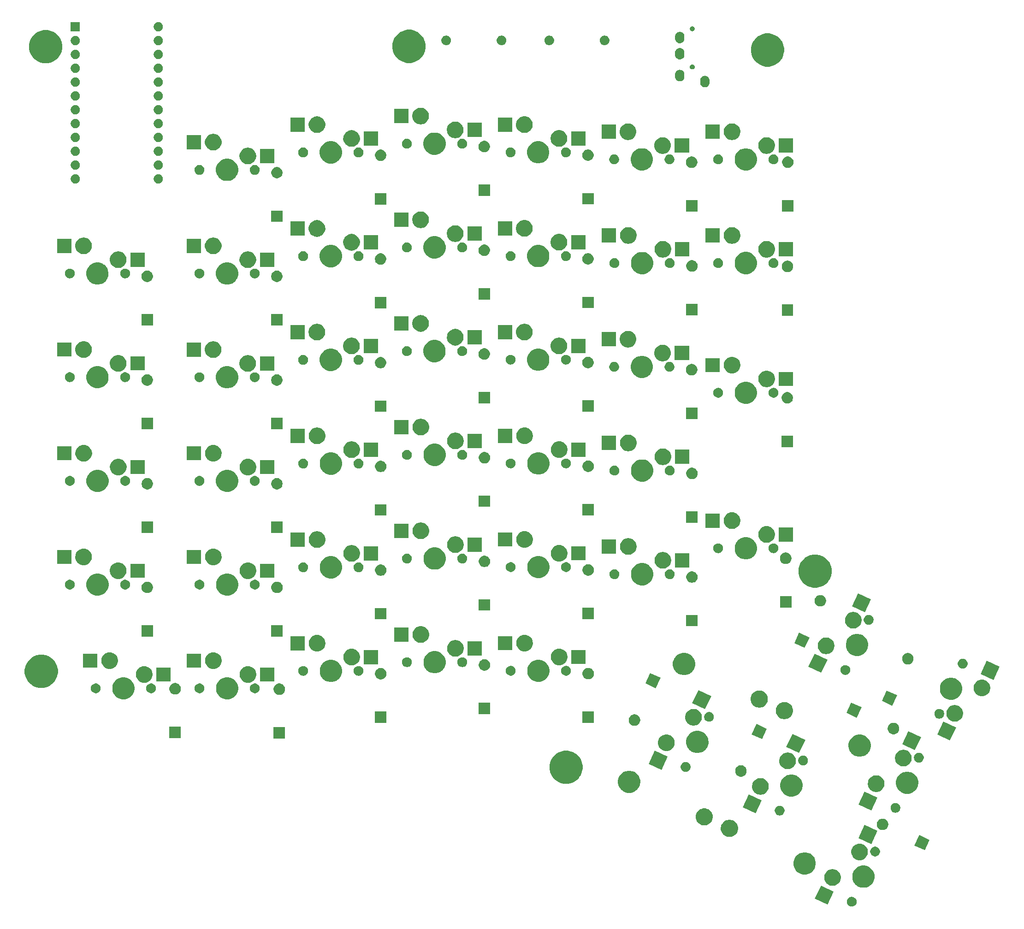
<source format=gbr>
G04 #@! TF.GenerationSoftware,KiCad,Pcbnew,(5.0.1)-3*
G04 #@! TF.CreationDate,2019-02-15T18:56:19-08:00*
G04 #@! TF.ProjectId,ErgoMaxRight,4572676F4D617852696768742E6B6963,rev?*
G04 #@! TF.SameCoordinates,Original*
G04 #@! TF.FileFunction,Soldermask,Top*
G04 #@! TF.FilePolarity,Negative*
%FSLAX46Y46*%
G04 Gerber Fmt 4.6, Leading zero omitted, Abs format (unit mm)*
G04 Created by KiCad (PCBNEW (5.0.1)-3) date 15/02/2019 18:56:19*
%MOMM*%
%LPD*%
G01*
G04 APERTURE LIST*
%ADD10C,0.100000*%
G04 APERTURE END LIST*
D10*
G36*
X263566862Y-197188856D02*
X263730834Y-197256776D01*
X263878404Y-197355379D01*
X264003903Y-197480878D01*
X264102506Y-197628448D01*
X264170426Y-197792420D01*
X264205050Y-197966491D01*
X264205050Y-198143973D01*
X264170426Y-198318044D01*
X264102506Y-198482016D01*
X264003903Y-198629586D01*
X263878404Y-198755085D01*
X263730834Y-198853688D01*
X263566862Y-198921608D01*
X263392791Y-198956232D01*
X263215309Y-198956232D01*
X263041238Y-198921608D01*
X262877266Y-198853688D01*
X262729696Y-198755085D01*
X262604197Y-198629586D01*
X262505594Y-198482016D01*
X262437674Y-198318044D01*
X262403050Y-198143973D01*
X262403050Y-197966491D01*
X262437674Y-197792420D01*
X262505594Y-197628448D01*
X262604197Y-197480878D01*
X262729696Y-197355379D01*
X262877266Y-197256776D01*
X263041238Y-197188856D01*
X263215309Y-197154232D01*
X263392791Y-197154232D01*
X263566862Y-197188856D01*
X263566862Y-197188856D01*
G37*
G36*
X260012661Y-196171764D02*
X258891877Y-198575293D01*
X256533663Y-197475640D01*
X257654447Y-195072111D01*
X260012661Y-196171764D01*
X260012661Y-196171764D01*
G37*
G36*
X266046312Y-191488535D02*
X266046314Y-191488536D01*
X266046315Y-191488536D01*
X266417770Y-191642397D01*
X266750561Y-191864762D01*
X266752073Y-191865772D01*
X267036367Y-192150066D01*
X267036369Y-192150069D01*
X267259742Y-192484369D01*
X267409936Y-192846971D01*
X267413604Y-192855827D01*
X267474345Y-193161192D01*
X267492041Y-193250158D01*
X267492041Y-193652218D01*
X267413603Y-194046552D01*
X267259742Y-194418007D01*
X267152117Y-194579078D01*
X267036367Y-194752310D01*
X266752073Y-195036604D01*
X266752070Y-195036606D01*
X266417770Y-195259979D01*
X266046315Y-195413840D01*
X266046314Y-195413840D01*
X266046312Y-195413841D01*
X265651982Y-195492278D01*
X265249920Y-195492278D01*
X264855590Y-195413841D01*
X264855588Y-195413840D01*
X264855587Y-195413840D01*
X264484132Y-195259979D01*
X264149832Y-195036606D01*
X264149829Y-195036604D01*
X263865535Y-194752310D01*
X263749785Y-194579078D01*
X263642160Y-194418007D01*
X263488299Y-194046552D01*
X263409861Y-193652218D01*
X263409861Y-193250158D01*
X263427557Y-193161192D01*
X263488298Y-192855827D01*
X263491966Y-192846971D01*
X263642160Y-192484369D01*
X263865533Y-192150069D01*
X263865535Y-192150066D01*
X264149829Y-191865772D01*
X264151341Y-191864762D01*
X264484132Y-191642397D01*
X264855587Y-191488536D01*
X264855588Y-191488536D01*
X264855590Y-191488535D01*
X265249920Y-191410098D01*
X265651982Y-191410098D01*
X266046312Y-191488535D01*
X266046312Y-191488535D01*
G37*
G36*
X260071165Y-192109630D02*
X260218575Y-192138952D01*
X260496289Y-192253985D01*
X260746226Y-192420987D01*
X260958779Y-192633540D01*
X261125781Y-192883477D01*
X261240814Y-193161191D01*
X261299457Y-193456011D01*
X261299457Y-193756607D01*
X261240814Y-194051427D01*
X261125781Y-194329141D01*
X260958779Y-194579078D01*
X260746226Y-194791631D01*
X260496289Y-194958633D01*
X260218575Y-195073666D01*
X260071165Y-195102987D01*
X259923756Y-195132309D01*
X259623158Y-195132309D01*
X259475749Y-195102988D01*
X259328339Y-195073666D01*
X259050625Y-194958633D01*
X258800688Y-194791631D01*
X258588135Y-194579078D01*
X258421133Y-194329141D01*
X258306100Y-194051427D01*
X258247457Y-193756607D01*
X258247457Y-193456011D01*
X258306100Y-193161191D01*
X258421133Y-192883477D01*
X258588135Y-192633540D01*
X258800688Y-192420987D01*
X259050625Y-192253985D01*
X259328339Y-192138952D01*
X259475749Y-192109630D01*
X259623158Y-192080309D01*
X259923756Y-192080309D01*
X260071165Y-192109630D01*
X260071165Y-192109630D01*
G37*
G36*
X255255906Y-189068488D02*
X255255908Y-189068489D01*
X255255909Y-189068489D01*
X255628057Y-189222637D01*
X255962982Y-189446427D01*
X256247811Y-189731256D01*
X256471601Y-190066181D01*
X256625749Y-190438329D01*
X256704334Y-190833399D01*
X256704334Y-191236209D01*
X256625749Y-191631279D01*
X256471601Y-192003427D01*
X256247811Y-192338352D01*
X255962982Y-192623181D01*
X255628057Y-192846971D01*
X255255909Y-193001119D01*
X255255908Y-193001119D01*
X255255906Y-193001120D01*
X254860840Y-193079704D01*
X254458028Y-193079704D01*
X254062962Y-193001120D01*
X254062960Y-193001119D01*
X254062959Y-193001119D01*
X253690811Y-192846971D01*
X253355886Y-192623181D01*
X253071057Y-192338352D01*
X252847267Y-192003427D01*
X252693119Y-191631279D01*
X252614534Y-191236209D01*
X252614534Y-190833399D01*
X252693119Y-190438329D01*
X252847267Y-190066181D01*
X253071057Y-189731256D01*
X253355886Y-189446427D01*
X253690811Y-189222637D01*
X254062959Y-189068489D01*
X254062960Y-189068489D01*
X254062962Y-189068488D01*
X254458028Y-188989904D01*
X254860840Y-188989904D01*
X255255906Y-189068488D01*
X255255906Y-189068488D01*
G37*
G36*
X265056813Y-187428026D02*
X265204223Y-187457348D01*
X265481937Y-187572381D01*
X265731874Y-187739383D01*
X265944427Y-187951936D01*
X266111429Y-188201873D01*
X266201929Y-188420360D01*
X266226462Y-188479588D01*
X266285105Y-188774406D01*
X266285105Y-189075004D01*
X266255784Y-189222413D01*
X266226462Y-189369823D01*
X266111429Y-189647537D01*
X265944427Y-189897474D01*
X265731874Y-190110027D01*
X265481937Y-190277029D01*
X265204223Y-190392062D01*
X265056813Y-190421383D01*
X264909404Y-190450705D01*
X264608806Y-190450705D01*
X264461397Y-190421383D01*
X264313987Y-190392062D01*
X264036273Y-190277029D01*
X263786336Y-190110027D01*
X263573783Y-189897474D01*
X263406781Y-189647537D01*
X263291748Y-189369823D01*
X263262426Y-189222413D01*
X263233105Y-189075004D01*
X263233105Y-188774406D01*
X263291748Y-188479588D01*
X263316281Y-188420360D01*
X263406781Y-188201873D01*
X263573783Y-187951936D01*
X263786336Y-187739383D01*
X264036273Y-187572381D01*
X264313987Y-187457348D01*
X264461397Y-187428026D01*
X264608806Y-187398705D01*
X264909404Y-187398705D01*
X265056813Y-187428026D01*
X265056813Y-187428026D01*
G37*
G36*
X267860664Y-187980768D02*
X268024636Y-188048688D01*
X268172206Y-188147291D01*
X268297705Y-188272790D01*
X268396308Y-188420360D01*
X268464228Y-188584332D01*
X268498852Y-188758403D01*
X268498852Y-188935885D01*
X268464228Y-189109956D01*
X268396308Y-189273928D01*
X268297705Y-189421498D01*
X268172206Y-189546997D01*
X268024636Y-189645600D01*
X267860664Y-189713520D01*
X267686593Y-189748144D01*
X267509111Y-189748144D01*
X267335040Y-189713520D01*
X267171068Y-189645600D01*
X267023498Y-189546997D01*
X266897999Y-189421498D01*
X266799396Y-189273928D01*
X266731476Y-189109956D01*
X266696852Y-188935885D01*
X266696852Y-188758403D01*
X266731476Y-188584332D01*
X266799396Y-188420360D01*
X266897999Y-188272790D01*
X267023498Y-188147291D01*
X267171068Y-188048688D01*
X267335040Y-187980768D01*
X267509111Y-187946144D01*
X267686593Y-187946144D01*
X267860664Y-187980768D01*
X267860664Y-187980768D01*
G37*
G36*
X277619813Y-186721495D02*
X276731469Y-188626555D01*
X274826409Y-187738211D01*
X275714753Y-185833151D01*
X277619813Y-186721495D01*
X277619813Y-186721495D01*
G37*
G36*
X267998899Y-185055374D02*
X266878115Y-187458903D01*
X264519901Y-186359250D01*
X265640685Y-183955721D01*
X267998899Y-185055374D01*
X267998899Y-185055374D01*
G37*
G36*
X241306714Y-183079628D02*
X241425440Y-183128806D01*
X241593344Y-183198354D01*
X241851310Y-183370721D01*
X242070684Y-183590095D01*
X242243051Y-183848061D01*
X242254477Y-183875646D01*
X242361777Y-184134691D01*
X242422303Y-184438977D01*
X242422303Y-184749227D01*
X242361777Y-185053512D01*
X242243051Y-185340143D01*
X242070684Y-185598109D01*
X241851310Y-185817483D01*
X241593344Y-185989850D01*
X241425440Y-186059398D01*
X241306714Y-186108576D01*
X241002428Y-186169102D01*
X240692178Y-186169102D01*
X240387892Y-186108576D01*
X240269166Y-186059398D01*
X240101262Y-185989850D01*
X239843296Y-185817483D01*
X239623922Y-185598109D01*
X239451555Y-185340143D01*
X239332829Y-185053512D01*
X239272303Y-184749227D01*
X239272303Y-184438977D01*
X239302566Y-184286835D01*
X239332829Y-184134691D01*
X239440129Y-183875646D01*
X239451555Y-183848061D01*
X239623922Y-183590095D01*
X239843296Y-183370721D01*
X240101262Y-183198354D01*
X240269166Y-183128806D01*
X240387892Y-183079628D01*
X240540036Y-183049365D01*
X240692178Y-183019102D01*
X241002428Y-183019102D01*
X241306714Y-183079628D01*
X241306714Y-183079628D01*
G37*
G36*
X269279214Y-182838296D02*
X269470483Y-182917522D01*
X269642625Y-183032544D01*
X269789012Y-183178931D01*
X269904034Y-183351073D01*
X269983260Y-183542342D01*
X270023649Y-183745391D01*
X270023649Y-183952423D01*
X269983260Y-184155472D01*
X269904034Y-184346741D01*
X269789012Y-184518883D01*
X269642625Y-184665270D01*
X269470483Y-184780292D01*
X269279214Y-184859518D01*
X269076165Y-184899907D01*
X268869133Y-184899907D01*
X268666084Y-184859518D01*
X268474815Y-184780292D01*
X268302673Y-184665270D01*
X268156286Y-184518883D01*
X268041264Y-184346741D01*
X267962038Y-184155472D01*
X267921649Y-183952423D01*
X267921649Y-183745391D01*
X267962038Y-183542342D01*
X268041264Y-183351073D01*
X268156286Y-183178931D01*
X268302673Y-183032544D01*
X268474815Y-182917522D01*
X268666084Y-182838296D01*
X268869133Y-182797907D01*
X269076165Y-182797907D01*
X269279214Y-182838296D01*
X269279214Y-182838296D01*
G37*
G36*
X236697190Y-180965425D02*
X236815916Y-181014603D01*
X236983820Y-181084151D01*
X237241786Y-181256518D01*
X237461160Y-181475892D01*
X237633527Y-181733858D01*
X237643284Y-181757414D01*
X237752253Y-182020488D01*
X237773855Y-182129088D01*
X237812779Y-182324774D01*
X237812779Y-182635024D01*
X237752253Y-182939309D01*
X237633527Y-183225940D01*
X237461160Y-183483906D01*
X237241786Y-183703280D01*
X236983820Y-183875647D01*
X236815916Y-183945195D01*
X236697190Y-183994373D01*
X236545046Y-184024636D01*
X236392904Y-184054899D01*
X236082654Y-184054899D01*
X235778368Y-183994373D01*
X235659642Y-183945195D01*
X235491738Y-183875647D01*
X235233772Y-183703280D01*
X235014398Y-183483906D01*
X234842031Y-183225940D01*
X234723305Y-182939309D01*
X234662779Y-182635024D01*
X234662779Y-182324774D01*
X234701703Y-182129088D01*
X234723305Y-182020488D01*
X234832274Y-181757414D01*
X234842031Y-181733858D01*
X235014398Y-181475892D01*
X235233772Y-181256518D01*
X235491738Y-181084151D01*
X235659642Y-181014603D01*
X235778368Y-180965425D01*
X236082654Y-180904899D01*
X236392904Y-180904899D01*
X236697190Y-180965425D01*
X236697190Y-180965425D01*
G37*
G36*
X250338991Y-180464256D02*
X250502963Y-180532176D01*
X250650533Y-180630779D01*
X250776032Y-180756278D01*
X250874635Y-180903848D01*
X250942555Y-181067820D01*
X250977179Y-181241891D01*
X250977179Y-181419373D01*
X250942555Y-181593444D01*
X250874635Y-181757416D01*
X250776032Y-181904986D01*
X250650533Y-182030485D01*
X250502963Y-182129088D01*
X250338991Y-182197008D01*
X250164920Y-182231632D01*
X249987438Y-182231632D01*
X249813367Y-182197008D01*
X249649395Y-182129088D01*
X249501825Y-182030485D01*
X249376326Y-181904986D01*
X249277723Y-181757416D01*
X249209803Y-181593444D01*
X249175179Y-181419373D01*
X249175179Y-181241891D01*
X249209803Y-181067820D01*
X249277723Y-180903848D01*
X249376326Y-180756278D01*
X249501825Y-180630779D01*
X249649395Y-180532176D01*
X249813367Y-180464256D01*
X249987438Y-180429632D01*
X250164920Y-180429632D01*
X250338991Y-180464256D01*
X250338991Y-180464256D01*
G37*
G36*
X246784790Y-179447164D02*
X245664006Y-181850693D01*
X243305792Y-180751040D01*
X244426576Y-178347511D01*
X246784790Y-179447164D01*
X246784790Y-179447164D01*
G37*
G36*
X271599716Y-179949224D02*
X271763688Y-180017144D01*
X271911258Y-180115747D01*
X272036757Y-180241246D01*
X272135360Y-180388816D01*
X272203280Y-180552788D01*
X272237904Y-180726859D01*
X272237904Y-180904341D01*
X272203280Y-181078412D01*
X272135360Y-181242384D01*
X272036757Y-181389954D01*
X271911258Y-181515453D01*
X271763688Y-181614056D01*
X271599716Y-181681976D01*
X271425645Y-181716600D01*
X271248163Y-181716600D01*
X271074092Y-181681976D01*
X270910120Y-181614056D01*
X270762550Y-181515453D01*
X270637051Y-181389954D01*
X270538448Y-181242384D01*
X270470528Y-181078412D01*
X270435904Y-180904341D01*
X270435904Y-180726859D01*
X270470528Y-180552788D01*
X270538448Y-180388816D01*
X270637051Y-180241246D01*
X270762550Y-180115747D01*
X270910120Y-180017144D01*
X271074092Y-179949224D01*
X271248163Y-179914600D01*
X271425645Y-179914600D01*
X271599716Y-179949224D01*
X271599716Y-179949224D01*
G37*
G36*
X268045515Y-178932132D02*
X266924731Y-181335661D01*
X264566517Y-180236008D01*
X265687301Y-177832479D01*
X268045515Y-178932132D01*
X268045515Y-178932132D01*
G37*
G36*
X252818441Y-174763935D02*
X252818443Y-174763936D01*
X252818444Y-174763936D01*
X253189899Y-174917797D01*
X253462690Y-175100071D01*
X253524202Y-175141172D01*
X253808496Y-175425466D01*
X253808498Y-175425469D01*
X254031871Y-175759769D01*
X254185732Y-176131224D01*
X254185733Y-176131227D01*
X254264170Y-176525557D01*
X254264170Y-176927619D01*
X254214292Y-177178375D01*
X254185732Y-177321952D01*
X254031871Y-177693407D01*
X253823328Y-178005513D01*
X253808496Y-178027710D01*
X253524202Y-178312004D01*
X253524199Y-178312006D01*
X253189899Y-178535379D01*
X252818444Y-178689240D01*
X252818443Y-178689240D01*
X252818441Y-178689241D01*
X252424111Y-178767678D01*
X252022049Y-178767678D01*
X251627719Y-178689241D01*
X251627717Y-178689240D01*
X251627716Y-178689240D01*
X251256261Y-178535379D01*
X250921961Y-178312006D01*
X250921958Y-178312004D01*
X250637664Y-178027710D01*
X250622832Y-178005513D01*
X250414289Y-177693407D01*
X250260428Y-177321952D01*
X250231869Y-177178375D01*
X250181990Y-176927619D01*
X250181990Y-176525557D01*
X250260427Y-176131227D01*
X250260428Y-176131224D01*
X250414289Y-175759769D01*
X250637662Y-175425469D01*
X250637664Y-175425466D01*
X250921958Y-175141172D01*
X250983470Y-175100071D01*
X251256261Y-174917797D01*
X251627716Y-174763936D01*
X251627717Y-174763936D01*
X251627719Y-174763935D01*
X252022049Y-174685498D01*
X252424111Y-174685498D01*
X252818441Y-174763935D01*
X252818441Y-174763935D01*
G37*
G36*
X246843294Y-175385030D02*
X246990704Y-175414352D01*
X247268418Y-175529385D01*
X247518355Y-175696387D01*
X247730908Y-175908940D01*
X247897910Y-176158877D01*
X248012943Y-176436591D01*
X248042265Y-176584001D01*
X248071586Y-176731410D01*
X248071586Y-177032008D01*
X248060148Y-177089509D01*
X248012943Y-177326827D01*
X247897910Y-177604541D01*
X247730908Y-177854478D01*
X247518355Y-178067031D01*
X247268418Y-178234033D01*
X246990704Y-178349066D01*
X246843294Y-178378388D01*
X246695885Y-178407709D01*
X246395287Y-178407709D01*
X246247878Y-178378388D01*
X246100468Y-178349066D01*
X245822754Y-178234033D01*
X245572817Y-178067031D01*
X245360264Y-177854478D01*
X245193262Y-177604541D01*
X245078229Y-177326827D01*
X245031024Y-177089509D01*
X245019586Y-177032008D01*
X245019586Y-176731410D01*
X245048907Y-176584001D01*
X245078229Y-176436591D01*
X245193262Y-176158877D01*
X245360264Y-175908940D01*
X245572817Y-175696387D01*
X245822754Y-175529385D01*
X246100468Y-175414352D01*
X246247878Y-175385030D01*
X246395287Y-175355709D01*
X246695885Y-175355709D01*
X246843294Y-175385030D01*
X246843294Y-175385030D01*
G37*
G36*
X274079166Y-174248903D02*
X274079168Y-174248904D01*
X274079169Y-174248904D01*
X274450624Y-174402765D01*
X274666345Y-174546906D01*
X274784927Y-174626140D01*
X275069221Y-174910434D01*
X275069223Y-174910437D01*
X275292596Y-175244737D01*
X275446457Y-175616192D01*
X275446458Y-175616195D01*
X275524895Y-176010525D01*
X275524895Y-176412587D01*
X275480521Y-176635673D01*
X275446457Y-176806920D01*
X275292596Y-177178375D01*
X275193403Y-177326827D01*
X275069221Y-177512678D01*
X274784927Y-177796972D01*
X274784924Y-177796974D01*
X274450624Y-178020347D01*
X274079169Y-178174208D01*
X274079168Y-178174208D01*
X274079166Y-178174209D01*
X273684836Y-178252646D01*
X273282774Y-178252646D01*
X272888444Y-178174209D01*
X272888442Y-178174208D01*
X272888441Y-178174208D01*
X272516986Y-178020347D01*
X272182686Y-177796974D01*
X272182683Y-177796972D01*
X271898389Y-177512678D01*
X271774207Y-177326827D01*
X271675014Y-177178375D01*
X271521153Y-176806920D01*
X271487090Y-176635673D01*
X271442715Y-176412587D01*
X271442715Y-176010525D01*
X271521152Y-175616195D01*
X271521153Y-175616192D01*
X271675014Y-175244737D01*
X271898387Y-174910437D01*
X271898389Y-174910434D01*
X272182683Y-174626140D01*
X272301265Y-174546906D01*
X272516986Y-174402765D01*
X272888441Y-174248904D01*
X272888442Y-174248904D01*
X272888444Y-174248903D01*
X273282774Y-174170466D01*
X273684836Y-174170466D01*
X274079166Y-174248903D01*
X274079166Y-174248903D01*
G37*
G36*
X223022120Y-174072882D02*
X223022122Y-174072883D01*
X223022123Y-174072883D01*
X223394271Y-174227031D01*
X223729196Y-174450821D01*
X224014025Y-174735650D01*
X224237815Y-175070575D01*
X224371742Y-175393906D01*
X224391964Y-175442726D01*
X224470548Y-175837792D01*
X224470548Y-176240604D01*
X224413867Y-176525558D01*
X224391963Y-176635673D01*
X224237815Y-177007821D01*
X224014025Y-177342746D01*
X223729196Y-177627575D01*
X223394271Y-177851365D01*
X223022123Y-178005513D01*
X223022122Y-178005513D01*
X223022120Y-178005514D01*
X222627054Y-178084098D01*
X222224242Y-178084098D01*
X221829176Y-178005514D01*
X221829174Y-178005513D01*
X221829173Y-178005513D01*
X221457025Y-177851365D01*
X221122100Y-177627575D01*
X220837271Y-177342746D01*
X220613481Y-177007821D01*
X220459333Y-176635673D01*
X220437430Y-176525558D01*
X220380748Y-176240604D01*
X220380748Y-175837792D01*
X220459332Y-175442726D01*
X220479554Y-175393906D01*
X220613481Y-175070575D01*
X220837271Y-174735650D01*
X221122100Y-174450821D01*
X221457025Y-174227031D01*
X221829173Y-174072883D01*
X221829174Y-174072883D01*
X221829176Y-174072882D01*
X222224242Y-173994298D01*
X222627054Y-173994298D01*
X223022120Y-174072882D01*
X223022120Y-174072882D01*
G37*
G36*
X268081072Y-174865434D02*
X268251429Y-174899320D01*
X268529143Y-175014353D01*
X268779080Y-175181355D01*
X268991633Y-175393908D01*
X269158635Y-175643845D01*
X269273668Y-175921559D01*
X269302990Y-176068969D01*
X269320874Y-176158878D01*
X269332311Y-176216379D01*
X269332311Y-176516975D01*
X269273668Y-176811795D01*
X269158635Y-177089509D01*
X268991633Y-177339446D01*
X268779080Y-177551999D01*
X268529143Y-177719001D01*
X268251429Y-177834034D01*
X268148649Y-177854478D01*
X267956610Y-177892677D01*
X267656012Y-177892677D01*
X267463973Y-177854478D01*
X267361193Y-177834034D01*
X267083479Y-177719001D01*
X266833542Y-177551999D01*
X266620989Y-177339446D01*
X266453987Y-177089509D01*
X266338954Y-176811795D01*
X266280311Y-176516975D01*
X266280311Y-176216379D01*
X266291749Y-176158878D01*
X266309632Y-176068969D01*
X266338954Y-175921559D01*
X266453987Y-175643845D01*
X266620989Y-175393908D01*
X266833542Y-175181355D01*
X267083479Y-175014353D01*
X267361193Y-174899320D01*
X267531550Y-174865434D01*
X267656012Y-174840677D01*
X267956610Y-174840677D01*
X268081072Y-174865434D01*
X268081072Y-174865434D01*
G37*
G36*
X211732693Y-170441913D02*
X211732695Y-170441914D01*
X211732696Y-170441914D01*
X212287942Y-170671904D01*
X212493204Y-170809056D01*
X212787654Y-171005801D01*
X213212616Y-171430763D01*
X213212618Y-171430766D01*
X213546513Y-171930475D01*
X213776503Y-172485721D01*
X213776504Y-172485724D01*
X213893752Y-173075166D01*
X213893752Y-173676164D01*
X213784177Y-174227032D01*
X213776503Y-174265609D01*
X213546513Y-174820855D01*
X213263284Y-175244737D01*
X213212616Y-175320567D01*
X212787654Y-175745529D01*
X212787651Y-175745531D01*
X212287942Y-176079426D01*
X211732696Y-176309416D01*
X211732695Y-176309416D01*
X211732693Y-176309417D01*
X211143251Y-176426665D01*
X210542253Y-176426665D01*
X209952811Y-176309417D01*
X209952809Y-176309416D01*
X209952808Y-176309416D01*
X209397562Y-176079426D01*
X208897853Y-175745531D01*
X208897850Y-175745529D01*
X208472888Y-175320567D01*
X208422220Y-175244737D01*
X208138991Y-174820855D01*
X207909001Y-174265609D01*
X207901328Y-174227032D01*
X207791752Y-173676164D01*
X207791752Y-173075166D01*
X207909000Y-172485724D01*
X207909001Y-172485721D01*
X208138991Y-171930475D01*
X208472886Y-171430766D01*
X208472888Y-171430763D01*
X208897850Y-171005801D01*
X209192300Y-170809056D01*
X209397562Y-170671904D01*
X209952808Y-170441914D01*
X209952809Y-170441914D01*
X209952811Y-170441913D01*
X210542253Y-170324665D01*
X211143251Y-170324665D01*
X211732693Y-170441913D01*
X211732693Y-170441913D01*
G37*
G36*
X243268892Y-173038460D02*
X243460161Y-173117686D01*
X243632303Y-173232708D01*
X243778690Y-173379095D01*
X243893712Y-173551237D01*
X243972938Y-173742506D01*
X244013327Y-173945555D01*
X244013327Y-174152587D01*
X243972938Y-174355636D01*
X243893712Y-174546905D01*
X243778690Y-174719047D01*
X243632303Y-174865434D01*
X243460161Y-174980456D01*
X243268892Y-175059682D01*
X243065843Y-175100071D01*
X242858811Y-175100071D01*
X242655762Y-175059682D01*
X242464493Y-174980456D01*
X242292351Y-174865434D01*
X242145964Y-174719047D01*
X242030942Y-174546905D01*
X241951716Y-174355636D01*
X241911327Y-174152587D01*
X241911327Y-173945555D01*
X241951716Y-173742506D01*
X242030942Y-173551237D01*
X242145964Y-173379095D01*
X242292351Y-173232708D01*
X242464493Y-173117686D01*
X242655762Y-173038460D01*
X242858811Y-172998071D01*
X243065843Y-172998071D01*
X243268892Y-173038460D01*
X243268892Y-173038460D01*
G37*
G36*
X233068347Y-172446076D02*
X233232319Y-172513996D01*
X233379889Y-172612599D01*
X233505388Y-172738098D01*
X233603991Y-172885668D01*
X233671911Y-173049640D01*
X233706535Y-173223711D01*
X233706535Y-173401193D01*
X233671911Y-173575264D01*
X233603991Y-173739236D01*
X233505388Y-173886806D01*
X233379889Y-174012305D01*
X233232319Y-174110908D01*
X233068347Y-174178828D01*
X232894276Y-174213452D01*
X232716794Y-174213452D01*
X232542723Y-174178828D01*
X232378751Y-174110908D01*
X232231181Y-174012305D01*
X232105682Y-173886806D01*
X232007079Y-173739236D01*
X231939159Y-173575264D01*
X231904535Y-173401193D01*
X231904535Y-173223711D01*
X231939159Y-173049640D01*
X232007079Y-172885668D01*
X232105682Y-172738098D01*
X232231181Y-172612599D01*
X232378751Y-172513996D01*
X232542723Y-172446076D01*
X232716794Y-172411452D01*
X232894276Y-172411452D01*
X233068347Y-172446076D01*
X233068347Y-172446076D01*
G37*
G36*
X229514146Y-171428984D02*
X228393362Y-173832513D01*
X226035148Y-172732860D01*
X227155932Y-170329331D01*
X229514146Y-171428984D01*
X229514146Y-171428984D01*
G37*
G36*
X251808428Y-170699346D02*
X251976352Y-170732748D01*
X252254066Y-170847781D01*
X252504003Y-171014783D01*
X252716556Y-171227336D01*
X252883558Y-171477273D01*
X252998591Y-171754987D01*
X252998591Y-171754988D01*
X253057234Y-172049806D01*
X253057234Y-172350404D01*
X253045796Y-172407905D01*
X252998591Y-172645223D01*
X252883558Y-172922937D01*
X252716556Y-173172874D01*
X252504003Y-173385427D01*
X252254066Y-173552429D01*
X251976352Y-173667462D01*
X251828942Y-173696783D01*
X251681533Y-173726105D01*
X251380935Y-173726105D01*
X251233526Y-173696783D01*
X251086116Y-173667462D01*
X250808402Y-173552429D01*
X250558465Y-173385427D01*
X250345912Y-173172874D01*
X250178910Y-172922937D01*
X250063877Y-172645223D01*
X250016672Y-172407905D01*
X250005234Y-172350404D01*
X250005234Y-172049806D01*
X250063877Y-171754988D01*
X250063877Y-171754987D01*
X250178910Y-171477273D01*
X250345912Y-171227336D01*
X250558465Y-171014783D01*
X250808402Y-170847781D01*
X251086116Y-170732748D01*
X251254040Y-170699346D01*
X251380935Y-170674105D01*
X251681533Y-170674105D01*
X251808428Y-170699346D01*
X251808428Y-170699346D01*
G37*
G36*
X273089667Y-170188394D02*
X273237077Y-170217716D01*
X273514791Y-170332749D01*
X273764728Y-170499751D01*
X273977281Y-170712304D01*
X274144283Y-170962241D01*
X274254088Y-171227334D01*
X274259316Y-171239956D01*
X274317959Y-171534774D01*
X274317959Y-171835372D01*
X274299042Y-171930474D01*
X274259316Y-172130191D01*
X274144283Y-172407905D01*
X273977281Y-172657842D01*
X273764728Y-172870395D01*
X273514791Y-173037397D01*
X273237077Y-173152430D01*
X273134297Y-173172874D01*
X272942258Y-173211073D01*
X272641660Y-173211073D01*
X272449621Y-173172874D01*
X272346841Y-173152430D01*
X272069127Y-173037397D01*
X271819190Y-172870395D01*
X271606637Y-172657842D01*
X271439635Y-172407905D01*
X271324602Y-172130191D01*
X271284876Y-171930474D01*
X271265959Y-171835372D01*
X271265959Y-171534774D01*
X271324602Y-171239956D01*
X271329830Y-171227334D01*
X271439635Y-170962241D01*
X271606637Y-170712304D01*
X271819190Y-170499751D01*
X272069127Y-170332749D01*
X272346841Y-170217716D01*
X272494251Y-170188394D01*
X272641660Y-170159073D01*
X272942258Y-170159073D01*
X273089667Y-170188394D01*
X273089667Y-170188394D01*
G37*
G36*
X254632793Y-171256168D02*
X254796765Y-171324088D01*
X254944335Y-171422691D01*
X255069834Y-171548190D01*
X255168437Y-171695760D01*
X255236357Y-171859732D01*
X255270981Y-172033803D01*
X255270981Y-172211285D01*
X255236357Y-172385356D01*
X255168437Y-172549328D01*
X255069834Y-172696898D01*
X254944335Y-172822397D01*
X254796765Y-172921000D01*
X254632793Y-172988920D01*
X254458722Y-173023544D01*
X254281240Y-173023544D01*
X254107169Y-172988920D01*
X253943197Y-172921000D01*
X253795627Y-172822397D01*
X253670128Y-172696898D01*
X253571525Y-172549328D01*
X253503605Y-172385356D01*
X253468981Y-172211285D01*
X253468981Y-172033803D01*
X253503605Y-171859732D01*
X253571525Y-171695760D01*
X253670128Y-171548190D01*
X253795627Y-171422691D01*
X253943197Y-171324088D01*
X254107169Y-171256168D01*
X254281240Y-171221544D01*
X254458722Y-171221544D01*
X254632793Y-171256168D01*
X254632793Y-171256168D01*
G37*
G36*
X275893518Y-170741136D02*
X276057490Y-170809056D01*
X276205060Y-170907659D01*
X276330559Y-171033158D01*
X276429162Y-171180728D01*
X276497082Y-171344700D01*
X276531706Y-171518771D01*
X276531706Y-171696253D01*
X276497082Y-171870324D01*
X276429162Y-172034296D01*
X276330559Y-172181866D01*
X276205060Y-172307365D01*
X276057490Y-172405968D01*
X275893518Y-172473888D01*
X275719447Y-172508512D01*
X275541965Y-172508512D01*
X275367894Y-172473888D01*
X275203922Y-172405968D01*
X275056352Y-172307365D01*
X274930853Y-172181866D01*
X274832250Y-172034296D01*
X274764330Y-171870324D01*
X274729706Y-171696253D01*
X274729706Y-171518771D01*
X274764330Y-171344700D01*
X274832250Y-171180728D01*
X274930853Y-171033158D01*
X275056352Y-170907659D01*
X275203922Y-170809056D01*
X275367894Y-170741136D01*
X275541965Y-170706512D01*
X275719447Y-170706512D01*
X275893518Y-170741136D01*
X275893518Y-170741136D01*
G37*
G36*
X265346340Y-167429482D02*
X265346342Y-167429483D01*
X265346343Y-167429483D01*
X265718491Y-167583631D01*
X266053416Y-167807421D01*
X266338245Y-168092250D01*
X266562035Y-168427175D01*
X266716183Y-168799323D01*
X266716184Y-168799326D01*
X266794768Y-169194392D01*
X266794768Y-169597204D01*
X266747209Y-169836300D01*
X266716183Y-169992273D01*
X266562035Y-170364421D01*
X266338245Y-170699346D01*
X266053416Y-170984175D01*
X265718491Y-171207965D01*
X265346343Y-171362113D01*
X265346342Y-171362113D01*
X265346340Y-171362114D01*
X264951274Y-171440698D01*
X264548462Y-171440698D01*
X264153396Y-171362114D01*
X264153394Y-171362113D01*
X264153393Y-171362113D01*
X263781245Y-171207965D01*
X263446320Y-170984175D01*
X263161491Y-170699346D01*
X262937701Y-170364421D01*
X262783553Y-169992273D01*
X262752528Y-169836300D01*
X262704968Y-169597204D01*
X262704968Y-169194392D01*
X262783552Y-168799326D01*
X262783553Y-168799323D01*
X262937701Y-168427175D01*
X263161491Y-168092250D01*
X263446320Y-167807421D01*
X263781245Y-167583631D01*
X264153393Y-167429483D01*
X264153394Y-167429483D01*
X264153396Y-167429482D01*
X264548462Y-167350898D01*
X264951274Y-167350898D01*
X265346340Y-167429482D01*
X265346340Y-167429482D01*
G37*
G36*
X235547797Y-166745755D02*
X235547799Y-166745756D01*
X235547800Y-166745756D01*
X235919255Y-166899617D01*
X236252046Y-167121982D01*
X236253558Y-167122992D01*
X236537852Y-167407286D01*
X236537854Y-167407289D01*
X236761227Y-167741589D01*
X236823015Y-167890760D01*
X236915089Y-168113047D01*
X236980494Y-168441860D01*
X236993526Y-168507378D01*
X236993526Y-168909438D01*
X236915088Y-169303772D01*
X236761227Y-169675227D01*
X236653602Y-169836298D01*
X236537852Y-170009530D01*
X236253558Y-170293824D01*
X236253555Y-170293826D01*
X235919255Y-170517199D01*
X235547800Y-170671060D01*
X235547799Y-170671060D01*
X235547797Y-170671061D01*
X235153467Y-170749498D01*
X234751405Y-170749498D01*
X234357075Y-170671061D01*
X234357073Y-170671060D01*
X234357072Y-170671060D01*
X233985617Y-170517199D01*
X233651317Y-170293826D01*
X233651314Y-170293824D01*
X233367020Y-170009530D01*
X233251270Y-169836298D01*
X233143645Y-169675227D01*
X232989784Y-169303772D01*
X232911346Y-168909438D01*
X232911346Y-168507378D01*
X232924378Y-168441860D01*
X232989783Y-168113047D01*
X233081857Y-167890760D01*
X233143645Y-167741589D01*
X233367018Y-167407289D01*
X233367020Y-167407286D01*
X233651314Y-167122992D01*
X233652826Y-167121982D01*
X233985617Y-166899617D01*
X234357072Y-166745756D01*
X234357073Y-166745756D01*
X234357075Y-166745755D01*
X234751405Y-166667318D01*
X235153467Y-166667318D01*
X235547797Y-166745755D01*
X235547797Y-166745755D01*
G37*
G36*
X254771028Y-168330774D02*
X253650244Y-170734303D01*
X251292030Y-169634650D01*
X252412814Y-167231121D01*
X254771028Y-168330774D01*
X254771028Y-168330774D01*
G37*
G36*
X229492451Y-167350898D02*
X229720060Y-167396172D01*
X229997774Y-167511205D01*
X230247711Y-167678207D01*
X230460264Y-167890760D01*
X230627266Y-168140697D01*
X230742299Y-168418411D01*
X230800942Y-168713231D01*
X230800942Y-169013827D01*
X230742299Y-169308647D01*
X230627266Y-169586361D01*
X230460264Y-169836298D01*
X230247711Y-170048851D01*
X229997774Y-170215853D01*
X229720060Y-170330886D01*
X229572650Y-170360207D01*
X229425241Y-170389529D01*
X229124643Y-170389529D01*
X228977234Y-170360207D01*
X228829824Y-170330886D01*
X228552110Y-170215853D01*
X228302173Y-170048851D01*
X228089620Y-169836298D01*
X227922618Y-169586361D01*
X227807585Y-169308647D01*
X227748942Y-169013827D01*
X227748942Y-168713231D01*
X227807585Y-168418411D01*
X227922618Y-168140697D01*
X228089620Y-167890760D01*
X228302173Y-167678207D01*
X228552110Y-167511205D01*
X228829824Y-167396172D01*
X229057433Y-167350898D01*
X229124643Y-167337529D01*
X229425241Y-167337529D01*
X229492451Y-167350898D01*
X229492451Y-167350898D01*
G37*
G36*
X276031753Y-167815742D02*
X274910969Y-170219271D01*
X272552755Y-169119618D01*
X273673539Y-166716089D01*
X276031753Y-167815742D01*
X276031753Y-167815742D01*
G37*
G36*
X282465732Y-166038331D02*
X281344948Y-168441860D01*
X278986734Y-167342207D01*
X280107518Y-164938678D01*
X282465732Y-166038331D01*
X282465732Y-166038331D01*
G37*
G36*
X247739975Y-166290251D02*
X246851631Y-168195311D01*
X244946571Y-167306967D01*
X245834915Y-165401907D01*
X247739975Y-166290251D01*
X247739975Y-166290251D01*
G37*
G36*
X159231000Y-168081000D02*
X157129000Y-168081000D01*
X157129000Y-165979000D01*
X159231000Y-165979000D01*
X159231000Y-168081000D01*
X159231000Y-168081000D01*
G37*
G36*
X140111000Y-168001000D02*
X138009000Y-168001000D01*
X138009000Y-165899000D01*
X140111000Y-165899000D01*
X140111000Y-168001000D01*
X140111000Y-168001000D01*
G37*
G36*
X271282036Y-165241382D02*
X271473305Y-165320608D01*
X271645447Y-165435630D01*
X271791834Y-165582017D01*
X271906856Y-165754159D01*
X271986082Y-165945428D01*
X272026471Y-166148477D01*
X272026471Y-166355509D01*
X271986082Y-166558558D01*
X271906856Y-166749827D01*
X271791834Y-166921969D01*
X271645447Y-167068356D01*
X271473305Y-167183378D01*
X271282036Y-167262604D01*
X271078987Y-167302993D01*
X270871955Y-167302993D01*
X270668906Y-167262604D01*
X270477637Y-167183378D01*
X270305495Y-167068356D01*
X270159108Y-166921969D01*
X270044086Y-166749827D01*
X269964860Y-166558558D01*
X269924471Y-166355509D01*
X269924471Y-166148477D01*
X269964860Y-165945428D01*
X270044086Y-165754159D01*
X270159108Y-165582017D01*
X270305495Y-165435630D01*
X270477637Y-165320608D01*
X270668906Y-165241382D01*
X270871955Y-165200993D01*
X271078987Y-165200993D01*
X271282036Y-165241382D01*
X271282036Y-165241382D01*
G37*
G36*
X223723592Y-163683640D02*
X223914861Y-163762866D01*
X224087003Y-163877888D01*
X224233390Y-164024275D01*
X224348412Y-164196417D01*
X224427638Y-164387686D01*
X224468027Y-164590735D01*
X224468027Y-164797767D01*
X224427638Y-165000816D01*
X224348412Y-165192085D01*
X224233390Y-165364227D01*
X224087003Y-165510614D01*
X223914861Y-165625636D01*
X223723592Y-165704862D01*
X223520543Y-165745251D01*
X223313511Y-165745251D01*
X223110462Y-165704862D01*
X222919193Y-165625636D01*
X222747051Y-165510614D01*
X222600664Y-165364227D01*
X222485642Y-165192085D01*
X222406416Y-165000816D01*
X222366027Y-164797767D01*
X222366027Y-164590735D01*
X222406416Y-164387686D01*
X222485642Y-164196417D01*
X222600664Y-164024275D01*
X222747051Y-163877888D01*
X222919193Y-163762866D01*
X223110462Y-163683640D01*
X223313511Y-163643251D01*
X223520543Y-163643251D01*
X223723592Y-163683640D01*
X223723592Y-163683640D01*
G37*
G36*
X234552338Y-162684061D02*
X234705708Y-162714568D01*
X234983422Y-162829601D01*
X235233359Y-162996603D01*
X235445912Y-163209156D01*
X235612914Y-163459093D01*
X235727947Y-163736807D01*
X235743152Y-163813249D01*
X235786590Y-164031626D01*
X235786590Y-164332224D01*
X235775558Y-164387686D01*
X235727947Y-164627043D01*
X235612914Y-164904757D01*
X235445912Y-165154694D01*
X235233359Y-165367247D01*
X234983422Y-165534249D01*
X234705708Y-165649282D01*
X234558298Y-165678604D01*
X234410889Y-165707925D01*
X234110291Y-165707925D01*
X233962882Y-165678604D01*
X233815472Y-165649282D01*
X233537758Y-165534249D01*
X233287821Y-165367247D01*
X233075268Y-165154694D01*
X232908266Y-164904757D01*
X232793233Y-164627043D01*
X232745622Y-164387686D01*
X232734590Y-164332224D01*
X232734590Y-164031626D01*
X232778028Y-163813249D01*
X232793233Y-163736807D01*
X232908266Y-163459093D01*
X233075268Y-163209156D01*
X233287821Y-162996603D01*
X233537758Y-162829601D01*
X233815472Y-162714568D01*
X233968842Y-162684061D01*
X234110291Y-162655925D01*
X234410889Y-162655925D01*
X234552338Y-162684061D01*
X234552338Y-162684061D01*
G37*
G36*
X177855161Y-165240326D02*
X175753161Y-165240326D01*
X175753161Y-163138326D01*
X177855161Y-163138326D01*
X177855161Y-165240326D01*
X177855161Y-165240326D01*
G37*
G36*
X215955161Y-165220326D02*
X213853161Y-165220326D01*
X213853161Y-163118326D01*
X215955161Y-163118326D01*
X215955161Y-165220326D01*
X215955161Y-165220326D01*
G37*
G36*
X237362149Y-163237988D02*
X237526121Y-163305908D01*
X237673691Y-163404511D01*
X237799190Y-163530010D01*
X237897793Y-163677580D01*
X237965713Y-163841552D01*
X238000337Y-164015623D01*
X238000337Y-164193105D01*
X237965713Y-164367176D01*
X237897793Y-164531148D01*
X237799190Y-164678718D01*
X237673691Y-164804217D01*
X237526121Y-164902820D01*
X237362149Y-164970740D01*
X237188078Y-165005364D01*
X237010596Y-165005364D01*
X236836525Y-164970740D01*
X236672553Y-164902820D01*
X236524983Y-164804217D01*
X236399484Y-164678718D01*
X236300881Y-164531148D01*
X236232961Y-164367176D01*
X236198337Y-164193105D01*
X236198337Y-164015623D01*
X236232961Y-163841552D01*
X236300881Y-163677580D01*
X236399484Y-163530010D01*
X236524983Y-163404511D01*
X236672553Y-163305908D01*
X236836525Y-163237988D01*
X237010596Y-163203364D01*
X237188078Y-163203364D01*
X237362149Y-163237988D01*
X237362149Y-163237988D01*
G37*
G36*
X282524236Y-161976198D02*
X282671646Y-162005519D01*
X282949360Y-162120552D01*
X283199297Y-162287554D01*
X283411850Y-162500107D01*
X283578852Y-162750044D01*
X283620497Y-162850584D01*
X283693885Y-163027759D01*
X283752528Y-163322577D01*
X283752528Y-163623175D01*
X283723207Y-163770584D01*
X283693885Y-163917994D01*
X283578852Y-164195708D01*
X283411850Y-164445645D01*
X283199297Y-164658198D01*
X282949360Y-164825200D01*
X282671646Y-164940233D01*
X282524236Y-164969555D01*
X282376827Y-164998876D01*
X282076229Y-164998876D01*
X281928820Y-164969555D01*
X281781410Y-164940233D01*
X281503696Y-164825200D01*
X281253759Y-164658198D01*
X281041206Y-164445645D01*
X280874204Y-164195708D01*
X280759171Y-163917994D01*
X280729850Y-163770584D01*
X280700528Y-163623175D01*
X280700528Y-163322577D01*
X280759171Y-163027759D01*
X280832559Y-162850584D01*
X280874204Y-162750044D01*
X281041206Y-162500107D01*
X281253759Y-162287554D01*
X281503696Y-162120552D01*
X281781410Y-162005519D01*
X281928820Y-161976198D01*
X282076229Y-161946876D01*
X282376827Y-161946876D01*
X282524236Y-161976198D01*
X282524236Y-161976198D01*
G37*
G36*
X251397148Y-161440623D02*
X251478562Y-161474346D01*
X251683778Y-161559349D01*
X251941744Y-161731716D01*
X252161118Y-161951090D01*
X252333485Y-162209056D01*
X252344911Y-162236641D01*
X252452211Y-162495686D01*
X252512737Y-162799973D01*
X252512737Y-163110221D01*
X252454200Y-163404511D01*
X252452211Y-163414507D01*
X252333485Y-163701138D01*
X252161118Y-163959104D01*
X251941744Y-164178478D01*
X251683778Y-164350845D01*
X251515874Y-164420393D01*
X251397148Y-164469571D01*
X251245004Y-164499834D01*
X251092862Y-164530097D01*
X250782612Y-164530097D01*
X250630470Y-164499834D01*
X250478326Y-164469571D01*
X250359600Y-164420393D01*
X250191696Y-164350845D01*
X249933730Y-164178478D01*
X249714356Y-163959104D01*
X249541989Y-163701138D01*
X249423263Y-163414507D01*
X249421275Y-163404511D01*
X249362737Y-163110221D01*
X249362737Y-162799973D01*
X249423263Y-162495686D01*
X249530563Y-162236641D01*
X249541989Y-162209056D01*
X249714356Y-161951090D01*
X249933730Y-161731716D01*
X250191696Y-161559349D01*
X250396912Y-161474346D01*
X250478326Y-161440623D01*
X250782612Y-161380097D01*
X251092862Y-161380097D01*
X251397148Y-161440623D01*
X251397148Y-161440623D01*
G37*
G36*
X279650593Y-162684061D02*
X279814565Y-162751981D01*
X279962135Y-162850584D01*
X280087634Y-162976083D01*
X280186237Y-163123653D01*
X280254157Y-163287625D01*
X280288781Y-163461696D01*
X280288781Y-163639178D01*
X280254157Y-163813249D01*
X280186237Y-163977221D01*
X280087634Y-164124791D01*
X279962135Y-164250290D01*
X279814565Y-164348893D01*
X279650593Y-164416813D01*
X279476522Y-164451437D01*
X279299040Y-164451437D01*
X279124969Y-164416813D01*
X278960997Y-164348893D01*
X278813427Y-164250290D01*
X278687928Y-164124791D01*
X278589325Y-163977221D01*
X278521405Y-163813249D01*
X278486781Y-163639178D01*
X278486781Y-163461696D01*
X278521405Y-163287625D01*
X278589325Y-163123653D01*
X278687928Y-162976083D01*
X278813427Y-162850584D01*
X278960997Y-162751981D01*
X279124969Y-162684061D01*
X279299040Y-162649437D01*
X279476522Y-162649437D01*
X279650593Y-162684061D01*
X279650593Y-162684061D01*
G37*
G36*
X265121711Y-162362689D02*
X264233367Y-164267749D01*
X262328307Y-163379405D01*
X263216651Y-161474345D01*
X265121711Y-162362689D01*
X265121711Y-162362689D01*
G37*
G36*
X196905161Y-163640326D02*
X194803161Y-163640326D01*
X194803161Y-161538326D01*
X196905161Y-161538326D01*
X196905161Y-163640326D01*
X196905161Y-163640326D01*
G37*
G36*
X237500384Y-160312594D02*
X236379600Y-162716123D01*
X234021386Y-161616470D01*
X235142170Y-159212941D01*
X237500384Y-160312594D01*
X237500384Y-160312594D01*
G37*
G36*
X246787624Y-159326420D02*
X246906350Y-159375598D01*
X247074254Y-159445146D01*
X247332220Y-159617513D01*
X247551594Y-159836887D01*
X247723961Y-160094853D01*
X247842687Y-160381484D01*
X247903213Y-160685769D01*
X247903213Y-160996019D01*
X247842687Y-161300304D01*
X247723961Y-161586935D01*
X247551594Y-161844901D01*
X247332220Y-162064275D01*
X247074254Y-162236642D01*
X246906350Y-162306190D01*
X246787624Y-162355368D01*
X246635480Y-162385631D01*
X246483338Y-162415894D01*
X246173088Y-162415894D01*
X246020946Y-162385631D01*
X245868802Y-162355368D01*
X245750076Y-162306190D01*
X245582172Y-162236642D01*
X245324206Y-162064275D01*
X245104832Y-161844901D01*
X244932465Y-161586935D01*
X244813739Y-161300304D01*
X244753213Y-160996019D01*
X244753213Y-160685769D01*
X244813739Y-160381484D01*
X244932465Y-160094853D01*
X245104832Y-159836887D01*
X245324206Y-159617513D01*
X245582172Y-159445146D01*
X245750076Y-159375598D01*
X245868802Y-159326420D01*
X246173088Y-159265894D01*
X246483338Y-159265894D01*
X246787624Y-159326420D01*
X246787624Y-159326420D01*
G37*
G36*
X271623389Y-160162533D02*
X270735045Y-162067593D01*
X268829985Y-161179249D01*
X269718329Y-159274189D01*
X271623389Y-160162533D01*
X271623389Y-160162533D01*
G37*
G36*
X282130043Y-156983740D02*
X282130045Y-156983741D01*
X282130046Y-156983741D01*
X282501501Y-157137602D01*
X282782664Y-157325470D01*
X282835804Y-157360977D01*
X283120098Y-157645271D01*
X283120100Y-157645274D01*
X283343473Y-157979574D01*
X283495315Y-158346155D01*
X283497335Y-158351032D01*
X283575772Y-158745362D01*
X283575772Y-159147424D01*
X283500104Y-159527835D01*
X283497334Y-159541757D01*
X283343473Y-159913212D01*
X283176881Y-160162533D01*
X283120098Y-160247515D01*
X282835804Y-160531809D01*
X282835801Y-160531811D01*
X282501501Y-160755184D01*
X282130046Y-160909045D01*
X282130045Y-160909045D01*
X282130043Y-160909046D01*
X281735713Y-160987483D01*
X281333651Y-160987483D01*
X280939321Y-160909046D01*
X280939319Y-160909045D01*
X280939318Y-160909045D01*
X280567863Y-160755184D01*
X280233563Y-160531811D01*
X280233560Y-160531809D01*
X279949266Y-160247515D01*
X279892483Y-160162533D01*
X279725891Y-159913212D01*
X279572030Y-159541757D01*
X279569261Y-159527835D01*
X279493592Y-159147424D01*
X279493592Y-158745362D01*
X279572029Y-158351032D01*
X279574049Y-158346155D01*
X279725891Y-157979574D01*
X279949264Y-157645274D01*
X279949266Y-157645271D01*
X280233560Y-157360977D01*
X280286700Y-157325470D01*
X280567863Y-157137602D01*
X280939318Y-156983741D01*
X280939319Y-156983741D01*
X280939321Y-156983740D01*
X281333651Y-156905303D01*
X281735713Y-156905303D01*
X282130043Y-156983740D01*
X282130043Y-156983740D01*
G37*
G36*
X130155361Y-156907347D02*
X130155363Y-156907348D01*
X130155364Y-156907348D01*
X130526819Y-157061209D01*
X130734439Y-157199937D01*
X130861122Y-157284584D01*
X131145416Y-157568878D01*
X131145418Y-157568881D01*
X131368791Y-157903181D01*
X131522652Y-158274636D01*
X131522653Y-158274639D01*
X131601090Y-158668969D01*
X131601090Y-159071031D01*
X131526674Y-159445147D01*
X131522652Y-159465364D01*
X131368791Y-159836819D01*
X131163808Y-160143596D01*
X131145416Y-160171122D01*
X130861122Y-160455416D01*
X130861119Y-160455418D01*
X130526819Y-160678791D01*
X130155364Y-160832652D01*
X130155363Y-160832652D01*
X130155361Y-160832653D01*
X129761031Y-160911090D01*
X129358969Y-160911090D01*
X128964639Y-160832653D01*
X128964637Y-160832652D01*
X128964636Y-160832652D01*
X128593181Y-160678791D01*
X128258881Y-160455418D01*
X128258878Y-160455416D01*
X127974584Y-160171122D01*
X127956192Y-160143596D01*
X127751209Y-159836819D01*
X127597348Y-159465364D01*
X127593327Y-159445147D01*
X127518910Y-159071031D01*
X127518910Y-158668969D01*
X127597347Y-158274639D01*
X127597348Y-158274636D01*
X127751209Y-157903181D01*
X127974582Y-157568881D01*
X127974584Y-157568878D01*
X128258878Y-157284584D01*
X128385561Y-157199937D01*
X128593181Y-157061209D01*
X128964636Y-156907348D01*
X128964637Y-156907348D01*
X128964639Y-156907347D01*
X129358969Y-156828910D01*
X129761031Y-156828910D01*
X130155361Y-156907347D01*
X130155361Y-156907347D01*
G37*
G36*
X149205361Y-156907347D02*
X149205363Y-156907348D01*
X149205364Y-156907348D01*
X149576819Y-157061209D01*
X149784439Y-157199937D01*
X149911122Y-157284584D01*
X150195416Y-157568878D01*
X150195418Y-157568881D01*
X150418791Y-157903181D01*
X150572652Y-158274636D01*
X150572653Y-158274639D01*
X150651090Y-158668969D01*
X150651090Y-159071031D01*
X150576674Y-159445147D01*
X150572652Y-159465364D01*
X150418791Y-159836819D01*
X150213808Y-160143596D01*
X150195416Y-160171122D01*
X149911122Y-160455416D01*
X149911119Y-160455418D01*
X149576819Y-160678791D01*
X149205364Y-160832652D01*
X149205363Y-160832652D01*
X149205361Y-160832653D01*
X148811031Y-160911090D01*
X148408969Y-160911090D01*
X148014639Y-160832653D01*
X148014637Y-160832652D01*
X148014636Y-160832652D01*
X147643181Y-160678791D01*
X147308881Y-160455418D01*
X147308878Y-160455416D01*
X147024584Y-160171122D01*
X147006192Y-160143596D01*
X146801209Y-159836819D01*
X146647348Y-159465364D01*
X146643327Y-159445147D01*
X146568910Y-159071031D01*
X146568910Y-158668969D01*
X146647347Y-158274639D01*
X146647348Y-158274636D01*
X146801209Y-157903181D01*
X147024582Y-157568881D01*
X147024584Y-157568878D01*
X147308878Y-157284584D01*
X147435561Y-157199937D01*
X147643181Y-157061209D01*
X148014636Y-156907348D01*
X148014637Y-156907348D01*
X148014639Y-156907347D01*
X148408969Y-156828910D01*
X148811031Y-156828910D01*
X149205361Y-156907347D01*
X149205361Y-156907347D01*
G37*
G36*
X287459563Y-157284584D02*
X287657294Y-157323915D01*
X287935008Y-157438948D01*
X288184945Y-157605950D01*
X288397498Y-157818503D01*
X288564500Y-158068440D01*
X288679533Y-158346154D01*
X288680503Y-158351032D01*
X288738176Y-158640973D01*
X288738176Y-158941571D01*
X288715909Y-159053514D01*
X288679533Y-159236390D01*
X288564500Y-159514104D01*
X288397498Y-159764041D01*
X288184945Y-159976594D01*
X287935008Y-160143596D01*
X287657294Y-160258629D01*
X287509884Y-160287951D01*
X287362475Y-160317272D01*
X287061877Y-160317272D01*
X286914468Y-160287950D01*
X286767058Y-160258629D01*
X286489344Y-160143596D01*
X286239407Y-159976594D01*
X286026854Y-159764041D01*
X285859852Y-159514104D01*
X285744819Y-159236390D01*
X285708443Y-159053514D01*
X285686176Y-158941571D01*
X285686176Y-158640973D01*
X285743849Y-158351032D01*
X285744819Y-158346154D01*
X285859852Y-158068440D01*
X286026854Y-157818503D01*
X286239407Y-157605950D01*
X286489344Y-157438948D01*
X286767058Y-157323915D01*
X286964789Y-157284584D01*
X287061877Y-157265272D01*
X287362475Y-157265272D01*
X287459563Y-157284584D01*
X287459563Y-157284584D01*
G37*
G36*
X158486565Y-158019389D02*
X158677834Y-158098615D01*
X158849976Y-158213637D01*
X158996363Y-158360024D01*
X159111385Y-158532166D01*
X159190611Y-158723435D01*
X159231000Y-158926484D01*
X159231000Y-159133516D01*
X159190611Y-159336565D01*
X159111385Y-159527834D01*
X158996363Y-159699976D01*
X158849976Y-159846363D01*
X158677834Y-159961385D01*
X158486565Y-160040611D01*
X158283516Y-160081000D01*
X158076484Y-160081000D01*
X157873435Y-160040611D01*
X157682166Y-159961385D01*
X157510024Y-159846363D01*
X157363637Y-159699976D01*
X157248615Y-159527834D01*
X157169389Y-159336565D01*
X157129000Y-159133516D01*
X157129000Y-158926484D01*
X157169389Y-158723435D01*
X157248615Y-158532166D01*
X157363637Y-158360024D01*
X157510024Y-158213637D01*
X157682166Y-158098615D01*
X157873435Y-158019389D01*
X158076484Y-157979000D01*
X158283516Y-157979000D01*
X158486565Y-158019389D01*
X158486565Y-158019389D01*
G37*
G36*
X139366565Y-157939389D02*
X139557834Y-158018615D01*
X139729976Y-158133637D01*
X139876363Y-158280024D01*
X139991385Y-158452166D01*
X140070611Y-158643435D01*
X140111000Y-158846484D01*
X140111000Y-159053516D01*
X140070611Y-159256565D01*
X139991385Y-159447834D01*
X139876363Y-159619976D01*
X139729976Y-159766363D01*
X139557834Y-159881385D01*
X139366565Y-159960611D01*
X139163516Y-160001000D01*
X138956484Y-160001000D01*
X138753435Y-159960611D01*
X138562166Y-159881385D01*
X138390024Y-159766363D01*
X138243637Y-159619976D01*
X138128615Y-159447834D01*
X138049389Y-159256565D01*
X138009000Y-159053516D01*
X138009000Y-158846484D01*
X138049389Y-158643435D01*
X138128615Y-158452166D01*
X138243637Y-158280024D01*
X138390024Y-158133637D01*
X138562166Y-158018615D01*
X138753435Y-157939389D01*
X138956484Y-157899000D01*
X139163516Y-157899000D01*
X139366565Y-157939389D01*
X139366565Y-157939389D01*
G37*
G36*
X124742812Y-158003624D02*
X124906784Y-158071544D01*
X125054354Y-158170147D01*
X125179853Y-158295646D01*
X125278456Y-158443216D01*
X125346376Y-158607188D01*
X125381000Y-158781259D01*
X125381000Y-158958741D01*
X125346376Y-159132812D01*
X125278456Y-159296784D01*
X125179853Y-159444354D01*
X125054354Y-159569853D01*
X124906784Y-159668456D01*
X124742812Y-159736376D01*
X124568741Y-159771000D01*
X124391259Y-159771000D01*
X124217188Y-159736376D01*
X124053216Y-159668456D01*
X123905646Y-159569853D01*
X123780147Y-159444354D01*
X123681544Y-159296784D01*
X123613624Y-159132812D01*
X123579000Y-158958741D01*
X123579000Y-158781259D01*
X123613624Y-158607188D01*
X123681544Y-158443216D01*
X123780147Y-158295646D01*
X123905646Y-158170147D01*
X124053216Y-158071544D01*
X124217188Y-158003624D01*
X124391259Y-157969000D01*
X124568741Y-157969000D01*
X124742812Y-158003624D01*
X124742812Y-158003624D01*
G37*
G36*
X134902812Y-158003624D02*
X135066784Y-158071544D01*
X135214354Y-158170147D01*
X135339853Y-158295646D01*
X135438456Y-158443216D01*
X135506376Y-158607188D01*
X135541000Y-158781259D01*
X135541000Y-158958741D01*
X135506376Y-159132812D01*
X135438456Y-159296784D01*
X135339853Y-159444354D01*
X135214354Y-159569853D01*
X135066784Y-159668456D01*
X134902812Y-159736376D01*
X134728741Y-159771000D01*
X134551259Y-159771000D01*
X134377188Y-159736376D01*
X134213216Y-159668456D01*
X134065646Y-159569853D01*
X133940147Y-159444354D01*
X133841544Y-159296784D01*
X133773624Y-159132812D01*
X133739000Y-158958741D01*
X133739000Y-158781259D01*
X133773624Y-158607188D01*
X133841544Y-158443216D01*
X133940147Y-158295646D01*
X134065646Y-158170147D01*
X134213216Y-158071544D01*
X134377188Y-158003624D01*
X134551259Y-157969000D01*
X134728741Y-157969000D01*
X134902812Y-158003624D01*
X134902812Y-158003624D01*
G37*
G36*
X143792812Y-158003624D02*
X143956784Y-158071544D01*
X144104354Y-158170147D01*
X144229853Y-158295646D01*
X144328456Y-158443216D01*
X144396376Y-158607188D01*
X144431000Y-158781259D01*
X144431000Y-158958741D01*
X144396376Y-159132812D01*
X144328456Y-159296784D01*
X144229853Y-159444354D01*
X144104354Y-159569853D01*
X143956784Y-159668456D01*
X143792812Y-159736376D01*
X143618741Y-159771000D01*
X143441259Y-159771000D01*
X143267188Y-159736376D01*
X143103216Y-159668456D01*
X142955646Y-159569853D01*
X142830147Y-159444354D01*
X142731544Y-159296784D01*
X142663624Y-159132812D01*
X142629000Y-158958741D01*
X142629000Y-158781259D01*
X142663624Y-158607188D01*
X142731544Y-158443216D01*
X142830147Y-158295646D01*
X142955646Y-158170147D01*
X143103216Y-158071544D01*
X143267188Y-158003624D01*
X143441259Y-157969000D01*
X143618741Y-157969000D01*
X143792812Y-158003624D01*
X143792812Y-158003624D01*
G37*
G36*
X153952812Y-158003624D02*
X154116784Y-158071544D01*
X154264354Y-158170147D01*
X154389853Y-158295646D01*
X154488456Y-158443216D01*
X154556376Y-158607188D01*
X154591000Y-158781259D01*
X154591000Y-158958741D01*
X154556376Y-159132812D01*
X154488456Y-159296784D01*
X154389853Y-159444354D01*
X154264354Y-159569853D01*
X154116784Y-159668456D01*
X153952812Y-159736376D01*
X153778741Y-159771000D01*
X153601259Y-159771000D01*
X153427188Y-159736376D01*
X153263216Y-159668456D01*
X153115646Y-159569853D01*
X152990147Y-159444354D01*
X152891544Y-159296784D01*
X152823624Y-159132812D01*
X152789000Y-158958741D01*
X152789000Y-158781259D01*
X152823624Y-158607188D01*
X152891544Y-158443216D01*
X152990147Y-158295646D01*
X153115646Y-158170147D01*
X153263216Y-158071544D01*
X153427188Y-158003624D01*
X153601259Y-157969000D01*
X153778741Y-157969000D01*
X153952812Y-158003624D01*
X153952812Y-158003624D01*
G37*
G36*
X228194675Y-156935431D02*
X227306331Y-158840491D01*
X225401271Y-157952147D01*
X226289615Y-156047087D01*
X228194675Y-156935431D01*
X228194675Y-156935431D01*
G37*
G36*
X115369910Y-152813324D02*
X115369912Y-152813325D01*
X115369913Y-152813325D01*
X115925159Y-153043315D01*
X116030743Y-153113864D01*
X116424871Y-153377212D01*
X116849833Y-153802174D01*
X116849835Y-153802177D01*
X117183730Y-154301886D01*
X117391712Y-154804000D01*
X117413721Y-154857135D01*
X117530969Y-155446577D01*
X117530969Y-156047575D01*
X117417739Y-156616819D01*
X117413720Y-156637020D01*
X117183730Y-157192266D01*
X116992281Y-157478790D01*
X116849833Y-157691978D01*
X116424871Y-158116940D01*
X116424868Y-158116942D01*
X115925159Y-158450837D01*
X115369913Y-158680827D01*
X115369912Y-158680827D01*
X115369910Y-158680828D01*
X114780468Y-158798076D01*
X114179470Y-158798076D01*
X113590028Y-158680828D01*
X113590026Y-158680827D01*
X113590025Y-158680827D01*
X113034779Y-158450837D01*
X112535070Y-158116942D01*
X112535067Y-158116940D01*
X112110105Y-157691978D01*
X111967657Y-157478790D01*
X111776208Y-157192266D01*
X111546218Y-156637020D01*
X111542200Y-156616819D01*
X111428969Y-156047575D01*
X111428969Y-155446577D01*
X111546217Y-154857135D01*
X111568226Y-154804000D01*
X111776208Y-154301886D01*
X112110103Y-153802177D01*
X112110105Y-153802174D01*
X112535067Y-153377212D01*
X112929195Y-153113864D01*
X113034779Y-153043315D01*
X113590025Y-152813325D01*
X113590026Y-152813325D01*
X113590028Y-152813324D01*
X114179470Y-152696076D01*
X114780468Y-152696076D01*
X115369910Y-152813324D01*
X115369910Y-152813324D01*
G37*
G36*
X152717708Y-154833322D02*
X152865118Y-154862643D01*
X153142832Y-154977676D01*
X153392769Y-155144678D01*
X153605322Y-155357231D01*
X153772324Y-155607168D01*
X153887357Y-155884882D01*
X153914333Y-156020500D01*
X153946000Y-156179701D01*
X153946000Y-156480299D01*
X153931937Y-156551000D01*
X153887357Y-156775118D01*
X153772324Y-157052832D01*
X153605322Y-157302769D01*
X153392769Y-157515322D01*
X153142832Y-157682324D01*
X152865118Y-157797357D01*
X152758819Y-157818501D01*
X152570299Y-157856000D01*
X152269701Y-157856000D01*
X152081181Y-157818501D01*
X151974882Y-157797357D01*
X151697168Y-157682324D01*
X151447231Y-157515322D01*
X151234678Y-157302769D01*
X151067676Y-157052832D01*
X150952643Y-156775118D01*
X150908063Y-156551000D01*
X150894000Y-156480299D01*
X150894000Y-156179701D01*
X150925667Y-156020500D01*
X150952643Y-155884882D01*
X151067676Y-155607168D01*
X151234678Y-155357231D01*
X151447231Y-155144678D01*
X151697168Y-154977676D01*
X151974882Y-154862643D01*
X152122292Y-154833322D01*
X152269701Y-154804000D01*
X152570299Y-154804000D01*
X152717708Y-154833322D01*
X152717708Y-154833322D01*
G37*
G36*
X133667708Y-154833322D02*
X133815118Y-154862643D01*
X134092832Y-154977676D01*
X134342769Y-155144678D01*
X134555322Y-155357231D01*
X134722324Y-155607168D01*
X134837357Y-155884882D01*
X134864333Y-156020500D01*
X134896000Y-156179701D01*
X134896000Y-156480299D01*
X134881937Y-156551000D01*
X134837357Y-156775118D01*
X134722324Y-157052832D01*
X134555322Y-157302769D01*
X134342769Y-157515322D01*
X134092832Y-157682324D01*
X133815118Y-157797357D01*
X133708819Y-157818501D01*
X133520299Y-157856000D01*
X133219701Y-157856000D01*
X133031181Y-157818501D01*
X132924882Y-157797357D01*
X132647168Y-157682324D01*
X132397231Y-157515322D01*
X132184678Y-157302769D01*
X132017676Y-157052832D01*
X131902643Y-156775118D01*
X131858063Y-156551000D01*
X131844000Y-156480299D01*
X131844000Y-156179701D01*
X131875667Y-156020500D01*
X131902643Y-155884882D01*
X132017676Y-155607168D01*
X132184678Y-155357231D01*
X132397231Y-155144678D01*
X132647168Y-154977676D01*
X132924882Y-154862643D01*
X133072292Y-154833322D01*
X133219701Y-154804000D01*
X133520299Y-154804000D01*
X133667708Y-154833322D01*
X133667708Y-154833322D01*
G37*
G36*
X168255361Y-153707347D02*
X168255363Y-153707348D01*
X168255364Y-153707348D01*
X168626819Y-153861209D01*
X168931187Y-154064582D01*
X168961122Y-154084584D01*
X169245416Y-154368878D01*
X169245418Y-154368881D01*
X169468791Y-154703181D01*
X169614369Y-155054639D01*
X169622653Y-155074639D01*
X169701090Y-155468969D01*
X169701090Y-155871031D01*
X169626631Y-156245364D01*
X169622652Y-156265364D01*
X169468791Y-156636819D01*
X169269264Y-156935431D01*
X169245416Y-156971122D01*
X168961122Y-157255416D01*
X168961119Y-157255418D01*
X168626819Y-157478791D01*
X168255364Y-157632652D01*
X168255363Y-157632652D01*
X168255361Y-157632653D01*
X167861031Y-157711090D01*
X167458969Y-157711090D01*
X167064639Y-157632653D01*
X167064637Y-157632652D01*
X167064636Y-157632652D01*
X166693181Y-157478791D01*
X166358881Y-157255418D01*
X166358878Y-157255416D01*
X166074584Y-156971122D01*
X166050736Y-156935431D01*
X165851209Y-156636819D01*
X165697348Y-156265364D01*
X165693370Y-156245364D01*
X165618910Y-155871031D01*
X165618910Y-155468969D01*
X165697347Y-155074639D01*
X165705631Y-155054639D01*
X165851209Y-154703181D01*
X166074582Y-154368881D01*
X166074584Y-154368878D01*
X166358878Y-154084584D01*
X166388813Y-154064582D01*
X166693181Y-153861209D01*
X167064636Y-153707348D01*
X167064637Y-153707348D01*
X167064639Y-153707347D01*
X167458969Y-153628910D01*
X167861031Y-153628910D01*
X168255361Y-153707347D01*
X168255361Y-153707347D01*
G37*
G36*
X206355361Y-153687347D02*
X206355363Y-153687348D01*
X206355364Y-153687348D01*
X206726819Y-153841209D01*
X207059610Y-154063574D01*
X207061122Y-154064584D01*
X207345416Y-154348878D01*
X207345418Y-154348881D01*
X207568791Y-154683181D01*
X207722652Y-155054636D01*
X207722653Y-155054639D01*
X207801090Y-155448969D01*
X207801090Y-155851031D01*
X207722853Y-156244357D01*
X207722652Y-156245364D01*
X207568791Y-156616819D01*
X207420134Y-156839299D01*
X207345416Y-156951122D01*
X207061122Y-157235416D01*
X207061119Y-157235418D01*
X206726819Y-157458791D01*
X206355364Y-157612652D01*
X206355363Y-157612652D01*
X206355361Y-157612653D01*
X205961031Y-157691090D01*
X205558969Y-157691090D01*
X205164639Y-157612653D01*
X205164637Y-157612652D01*
X205164636Y-157612652D01*
X204793181Y-157458791D01*
X204458881Y-157235418D01*
X204458878Y-157235416D01*
X204174584Y-156951122D01*
X204099866Y-156839299D01*
X203951209Y-156616819D01*
X203797348Y-156245364D01*
X203797148Y-156244357D01*
X203718910Y-155851031D01*
X203718910Y-155448969D01*
X203797347Y-155054639D01*
X203797348Y-155054636D01*
X203951209Y-154683181D01*
X204174582Y-154348881D01*
X204174584Y-154348878D01*
X204458878Y-154064584D01*
X204460390Y-154063574D01*
X204793181Y-153841209D01*
X205164636Y-153687348D01*
X205164637Y-153687348D01*
X205164639Y-153687347D01*
X205558969Y-153608910D01*
X205961031Y-153608910D01*
X206355361Y-153687347D01*
X206355361Y-153687347D01*
G37*
G36*
X157296000Y-157631000D02*
X154644000Y-157631000D01*
X154644000Y-155029000D01*
X157296000Y-155029000D01*
X157296000Y-157631000D01*
X157296000Y-157631000D01*
G37*
G36*
X138246000Y-157631000D02*
X135594000Y-157631000D01*
X135594000Y-155029000D01*
X138246000Y-155029000D01*
X138246000Y-157631000D01*
X138246000Y-157631000D01*
G37*
G36*
X290451970Y-154921941D02*
X289331186Y-157325470D01*
X286972972Y-156225817D01*
X288093756Y-153822288D01*
X290451970Y-154921941D01*
X290451970Y-154921941D01*
G37*
G36*
X177110726Y-155178715D02*
X177301995Y-155257941D01*
X177474137Y-155372963D01*
X177620524Y-155519350D01*
X177735546Y-155691492D01*
X177814772Y-155882761D01*
X177855161Y-156085810D01*
X177855161Y-156292842D01*
X177814772Y-156495891D01*
X177735546Y-156687160D01*
X177620524Y-156859302D01*
X177474137Y-157005689D01*
X177301995Y-157120711D01*
X177110726Y-157199937D01*
X176907677Y-157240326D01*
X176700645Y-157240326D01*
X176497596Y-157199937D01*
X176306327Y-157120711D01*
X176134185Y-157005689D01*
X175987798Y-156859302D01*
X175872776Y-156687160D01*
X175793550Y-156495891D01*
X175753161Y-156292842D01*
X175753161Y-156085810D01*
X175793550Y-155882761D01*
X175872776Y-155691492D01*
X175987798Y-155519350D01*
X176134185Y-155372963D01*
X176306327Y-155257941D01*
X176497596Y-155178715D01*
X176700645Y-155138326D01*
X176907677Y-155138326D01*
X177110726Y-155178715D01*
X177110726Y-155178715D01*
G37*
G36*
X215210726Y-155158715D02*
X215401995Y-155237941D01*
X215574137Y-155352963D01*
X215720524Y-155499350D01*
X215835546Y-155671492D01*
X215914772Y-155862761D01*
X215955161Y-156065810D01*
X215955161Y-156272842D01*
X215914772Y-156475891D01*
X215835546Y-156667160D01*
X215720524Y-156839302D01*
X215574137Y-156985689D01*
X215401995Y-157100711D01*
X215210726Y-157179937D01*
X215007677Y-157220326D01*
X214800645Y-157220326D01*
X214597596Y-157179937D01*
X214406327Y-157100711D01*
X214234185Y-156985689D01*
X214087798Y-156839302D01*
X213972776Y-156667160D01*
X213893550Y-156475891D01*
X213853161Y-156272842D01*
X213853161Y-156065810D01*
X213893550Y-155862761D01*
X213972776Y-155671492D01*
X214087798Y-155499350D01*
X214234185Y-155352963D01*
X214406327Y-155237941D01*
X214597596Y-155158715D01*
X214800645Y-155118326D01*
X215007677Y-155118326D01*
X215210726Y-155158715D01*
X215210726Y-155158715D01*
G37*
G36*
X162842812Y-154803624D02*
X163006784Y-154871544D01*
X163154354Y-154970147D01*
X163279853Y-155095646D01*
X163378456Y-155243216D01*
X163446376Y-155407188D01*
X163481000Y-155581259D01*
X163481000Y-155758741D01*
X163446376Y-155932812D01*
X163378456Y-156096784D01*
X163279853Y-156244354D01*
X163154354Y-156369853D01*
X163006784Y-156468456D01*
X162842812Y-156536376D01*
X162668741Y-156571000D01*
X162491259Y-156571000D01*
X162317188Y-156536376D01*
X162153216Y-156468456D01*
X162005646Y-156369853D01*
X161880147Y-156244354D01*
X161781544Y-156096784D01*
X161713624Y-155932812D01*
X161679000Y-155758741D01*
X161679000Y-155581259D01*
X161713624Y-155407188D01*
X161781544Y-155243216D01*
X161880147Y-155095646D01*
X162005646Y-154970147D01*
X162153216Y-154871544D01*
X162317188Y-154803624D01*
X162491259Y-154769000D01*
X162668741Y-154769000D01*
X162842812Y-154803624D01*
X162842812Y-154803624D01*
G37*
G36*
X173002812Y-154803624D02*
X173166784Y-154871544D01*
X173314354Y-154970147D01*
X173439853Y-155095646D01*
X173538456Y-155243216D01*
X173606376Y-155407188D01*
X173641000Y-155581259D01*
X173641000Y-155758741D01*
X173606376Y-155932812D01*
X173538456Y-156096784D01*
X173439853Y-156244354D01*
X173314354Y-156369853D01*
X173166784Y-156468456D01*
X173002812Y-156536376D01*
X172828741Y-156571000D01*
X172651259Y-156571000D01*
X172477188Y-156536376D01*
X172313216Y-156468456D01*
X172165646Y-156369853D01*
X172040147Y-156244354D01*
X171941544Y-156096784D01*
X171873624Y-155932812D01*
X171839000Y-155758741D01*
X171839000Y-155581259D01*
X171873624Y-155407188D01*
X171941544Y-155243216D01*
X172040147Y-155095646D01*
X172165646Y-154970147D01*
X172313216Y-154871544D01*
X172477188Y-154803624D01*
X172651259Y-154769000D01*
X172828741Y-154769000D01*
X173002812Y-154803624D01*
X173002812Y-154803624D01*
G37*
G36*
X211102812Y-154783624D02*
X211266784Y-154851544D01*
X211414354Y-154950147D01*
X211539853Y-155075646D01*
X211638456Y-155223216D01*
X211706376Y-155387188D01*
X211741000Y-155561259D01*
X211741000Y-155738741D01*
X211706376Y-155912812D01*
X211638456Y-156076784D01*
X211539853Y-156224354D01*
X211414354Y-156349853D01*
X211266784Y-156448456D01*
X211102812Y-156516376D01*
X210928741Y-156551000D01*
X210751259Y-156551000D01*
X210577188Y-156516376D01*
X210413216Y-156448456D01*
X210265646Y-156349853D01*
X210140147Y-156224354D01*
X210041544Y-156076784D01*
X209973624Y-155912812D01*
X209939000Y-155738741D01*
X209939000Y-155561259D01*
X209973624Y-155387188D01*
X210041544Y-155223216D01*
X210140147Y-155075646D01*
X210265646Y-154950147D01*
X210413216Y-154851544D01*
X210577188Y-154783624D01*
X210751259Y-154749000D01*
X210928741Y-154749000D01*
X211102812Y-154783624D01*
X211102812Y-154783624D01*
G37*
G36*
X200942812Y-154783624D02*
X201106784Y-154851544D01*
X201254354Y-154950147D01*
X201379853Y-155075646D01*
X201478456Y-155223216D01*
X201546376Y-155387188D01*
X201581000Y-155561259D01*
X201581000Y-155738741D01*
X201546376Y-155912812D01*
X201478456Y-156076784D01*
X201379853Y-156224354D01*
X201254354Y-156349853D01*
X201106784Y-156448456D01*
X200942812Y-156516376D01*
X200768741Y-156551000D01*
X200591259Y-156551000D01*
X200417188Y-156516376D01*
X200253216Y-156448456D01*
X200105646Y-156349853D01*
X199980147Y-156224354D01*
X199881544Y-156076784D01*
X199813624Y-155912812D01*
X199779000Y-155738741D01*
X199779000Y-155561259D01*
X199813624Y-155387188D01*
X199881544Y-155223216D01*
X199980147Y-155075646D01*
X200105646Y-154950147D01*
X200253216Y-154851544D01*
X200417188Y-154783624D01*
X200591259Y-154749000D01*
X200768741Y-154749000D01*
X200942812Y-154783624D01*
X200942812Y-154783624D01*
G37*
G36*
X233112554Y-152433876D02*
X233112556Y-152433877D01*
X233112557Y-152433877D01*
X233484705Y-152588025D01*
X233819630Y-152811815D01*
X234104459Y-153096644D01*
X234328249Y-153431569D01*
X234469658Y-153772963D01*
X234482398Y-153803720D01*
X234560982Y-154198786D01*
X234560982Y-154601598D01*
X234486644Y-154975319D01*
X234482397Y-154996667D01*
X234328249Y-155368815D01*
X234104459Y-155703740D01*
X233819630Y-155988569D01*
X233484705Y-156212359D01*
X233112557Y-156366507D01*
X233112556Y-156366507D01*
X233112554Y-156366508D01*
X232717488Y-156445092D01*
X232314676Y-156445092D01*
X231919610Y-156366508D01*
X231919608Y-156366507D01*
X231919607Y-156366507D01*
X231547459Y-156212359D01*
X231212534Y-155988569D01*
X230927705Y-155703740D01*
X230703915Y-155368815D01*
X230549767Y-154996667D01*
X230545521Y-154975319D01*
X230471182Y-154601598D01*
X230471182Y-154198786D01*
X230549766Y-153803720D01*
X230562506Y-153772963D01*
X230703915Y-153431569D01*
X230927705Y-153096644D01*
X231212534Y-152811815D01*
X231547459Y-152588025D01*
X231919607Y-152433877D01*
X231919608Y-152433877D01*
X231919610Y-152433876D01*
X232314676Y-152355292D01*
X232717488Y-152355292D01*
X233112554Y-152433876D01*
X233112554Y-152433876D01*
G37*
G36*
X262390805Y-154634064D02*
X262554777Y-154701984D01*
X262702347Y-154800587D01*
X262827846Y-154926086D01*
X262926449Y-155073656D01*
X262994369Y-155237628D01*
X263028993Y-155411699D01*
X263028993Y-155589181D01*
X262994369Y-155763252D01*
X262926449Y-155927224D01*
X262827846Y-156074794D01*
X262702347Y-156200293D01*
X262554777Y-156298896D01*
X262390805Y-156366816D01*
X262216734Y-156401440D01*
X262039252Y-156401440D01*
X261865181Y-156366816D01*
X261701209Y-156298896D01*
X261553639Y-156200293D01*
X261428140Y-156074794D01*
X261329537Y-155927224D01*
X261261617Y-155763252D01*
X261226993Y-155589181D01*
X261226993Y-155411699D01*
X261261617Y-155237628D01*
X261329537Y-155073656D01*
X261428140Y-154926086D01*
X261553639Y-154800587D01*
X261701209Y-154701984D01*
X261865181Y-154634064D01*
X262039252Y-154599440D01*
X262216734Y-154599440D01*
X262390805Y-154634064D01*
X262390805Y-154634064D01*
G37*
G36*
X187305361Y-152107347D02*
X187305363Y-152107348D01*
X187305364Y-152107348D01*
X187676819Y-152261209D01*
X187935232Y-152433876D01*
X188011122Y-152484584D01*
X188295416Y-152768878D01*
X188295418Y-152768881D01*
X188518791Y-153103181D01*
X188654813Y-153431569D01*
X188672653Y-153474639D01*
X188751090Y-153868969D01*
X188751090Y-154271031D01*
X188676832Y-154644354D01*
X188672652Y-154665364D01*
X188518791Y-155036819D01*
X188370134Y-155259299D01*
X188295416Y-155371122D01*
X188011122Y-155655416D01*
X188011119Y-155655418D01*
X187676819Y-155878791D01*
X187305364Y-156032652D01*
X187305363Y-156032652D01*
X187305361Y-156032653D01*
X186911031Y-156111090D01*
X186508969Y-156111090D01*
X186114639Y-156032653D01*
X186114637Y-156032652D01*
X186114636Y-156032652D01*
X185743181Y-155878791D01*
X185408881Y-155655418D01*
X185408878Y-155655416D01*
X185124584Y-155371122D01*
X185049866Y-155259299D01*
X184901209Y-155036819D01*
X184747348Y-154665364D01*
X184743169Y-154644354D01*
X184668910Y-154271031D01*
X184668910Y-153868969D01*
X184747347Y-153474639D01*
X184765187Y-153431569D01*
X184901209Y-153103181D01*
X185124582Y-152768881D01*
X185124584Y-152768878D01*
X185408878Y-152484584D01*
X185484768Y-152433876D01*
X185743181Y-152261209D01*
X186114636Y-152107348D01*
X186114637Y-152107348D01*
X186114639Y-152107347D01*
X186508969Y-152028910D01*
X186911031Y-152028910D01*
X187305361Y-152107347D01*
X187305361Y-152107347D01*
G37*
G36*
X258836604Y-153616972D02*
X257715820Y-156020501D01*
X255357606Y-154920848D01*
X256478390Y-152517319D01*
X258836604Y-153616972D01*
X258836604Y-153616972D01*
G37*
G36*
X196160726Y-153578715D02*
X196351995Y-153657941D01*
X196524137Y-153772963D01*
X196670524Y-153919350D01*
X196785546Y-154091492D01*
X196864772Y-154282761D01*
X196905161Y-154485810D01*
X196905161Y-154692842D01*
X196864772Y-154895891D01*
X196785546Y-155087160D01*
X196670524Y-155259302D01*
X196524137Y-155405689D01*
X196351995Y-155520711D01*
X196160726Y-155599937D01*
X195957677Y-155640326D01*
X195750645Y-155640326D01*
X195547596Y-155599937D01*
X195356327Y-155520711D01*
X195184185Y-155405689D01*
X195037798Y-155259302D01*
X194922776Y-155087160D01*
X194843550Y-154895891D01*
X194803161Y-154692842D01*
X194803161Y-154485810D01*
X194843550Y-154282761D01*
X194922776Y-154091492D01*
X195037798Y-153919350D01*
X195184185Y-153772963D01*
X195356327Y-153657941D01*
X195547596Y-153578715D01*
X195750645Y-153538326D01*
X195957677Y-153538326D01*
X196160726Y-153578715D01*
X196160726Y-153578715D01*
G37*
G36*
X127317708Y-152293322D02*
X127465118Y-152322643D01*
X127742832Y-152437676D01*
X127992769Y-152604678D01*
X128205322Y-152817231D01*
X128372324Y-153067168D01*
X128487357Y-153344882D01*
X128487357Y-153344883D01*
X128546000Y-153639701D01*
X128546000Y-153940299D01*
X128521279Y-154064582D01*
X128487357Y-154235118D01*
X128372324Y-154512832D01*
X128205322Y-154762769D01*
X127992769Y-154975322D01*
X127742832Y-155142324D01*
X127465118Y-155257357D01*
X127317708Y-155286678D01*
X127170299Y-155316000D01*
X126869701Y-155316000D01*
X126722292Y-155286678D01*
X126574882Y-155257357D01*
X126297168Y-155142324D01*
X126047231Y-154975322D01*
X125834678Y-154762769D01*
X125667676Y-154512832D01*
X125552643Y-154235118D01*
X125518721Y-154064582D01*
X125494000Y-153940299D01*
X125494000Y-153639701D01*
X125552643Y-153344883D01*
X125552643Y-153344882D01*
X125667676Y-153067168D01*
X125834678Y-152817231D01*
X126047231Y-152604678D01*
X126297168Y-152437676D01*
X126574882Y-152322643D01*
X126722292Y-152293322D01*
X126869701Y-152264000D01*
X127170299Y-152264000D01*
X127317708Y-152293322D01*
X127317708Y-152293322D01*
G37*
G36*
X146367708Y-152293322D02*
X146515118Y-152322643D01*
X146792832Y-152437676D01*
X147042769Y-152604678D01*
X147255322Y-152817231D01*
X147422324Y-153067168D01*
X147537357Y-153344882D01*
X147537357Y-153344883D01*
X147596000Y-153639701D01*
X147596000Y-153940299D01*
X147571279Y-154064582D01*
X147537357Y-154235118D01*
X147422324Y-154512832D01*
X147255322Y-154762769D01*
X147042769Y-154975322D01*
X146792832Y-155142324D01*
X146515118Y-155257357D01*
X146367708Y-155286678D01*
X146220299Y-155316000D01*
X145919701Y-155316000D01*
X145772292Y-155286678D01*
X145624882Y-155257357D01*
X145347168Y-155142324D01*
X145097231Y-154975322D01*
X144884678Y-154762769D01*
X144717676Y-154512832D01*
X144602643Y-154235118D01*
X144568721Y-154064582D01*
X144544000Y-153940299D01*
X144544000Y-153639701D01*
X144602643Y-153344883D01*
X144602643Y-153344882D01*
X144717676Y-153067168D01*
X144884678Y-152817231D01*
X145097231Y-152604678D01*
X145347168Y-152437676D01*
X145624882Y-152322643D01*
X145772292Y-152293322D01*
X145919701Y-152264000D01*
X146220299Y-152264000D01*
X146367708Y-152293322D01*
X146367708Y-152293322D01*
G37*
G36*
X283944395Y-153475973D02*
X284108367Y-153543893D01*
X284255937Y-153642496D01*
X284381436Y-153767995D01*
X284480039Y-153915565D01*
X284547959Y-154079537D01*
X284582583Y-154253608D01*
X284582583Y-154431090D01*
X284547959Y-154605161D01*
X284480039Y-154769133D01*
X284381436Y-154916703D01*
X284255937Y-155042202D01*
X284108367Y-155140805D01*
X283944395Y-155208725D01*
X283770324Y-155243349D01*
X283592842Y-155243349D01*
X283418771Y-155208725D01*
X283254799Y-155140805D01*
X283107229Y-155042202D01*
X282981730Y-154916703D01*
X282883127Y-154769133D01*
X282815207Y-154605161D01*
X282780583Y-154431090D01*
X282780583Y-154253608D01*
X282815207Y-154079537D01*
X282883127Y-153915565D01*
X282981730Y-153767995D01*
X283107229Y-153642496D01*
X283254799Y-153543893D01*
X283418771Y-153475973D01*
X283592842Y-153441349D01*
X283770324Y-153441349D01*
X283944395Y-153475973D01*
X283944395Y-153475973D01*
G37*
G36*
X124796000Y-155091000D02*
X122144000Y-155091000D01*
X122144000Y-152489000D01*
X124796000Y-152489000D01*
X124796000Y-155091000D01*
X124796000Y-155091000D01*
G37*
G36*
X143846000Y-155091000D02*
X141194000Y-155091000D01*
X141194000Y-152489000D01*
X143846000Y-152489000D01*
X143846000Y-155091000D01*
X143846000Y-155091000D01*
G37*
G36*
X181892812Y-153203624D02*
X182056784Y-153271544D01*
X182204354Y-153370147D01*
X182329853Y-153495646D01*
X182428456Y-153643216D01*
X182496376Y-153807188D01*
X182531000Y-153981259D01*
X182531000Y-154158741D01*
X182496376Y-154332812D01*
X182428456Y-154496784D01*
X182329853Y-154644354D01*
X182204354Y-154769853D01*
X182056784Y-154868456D01*
X181892812Y-154936376D01*
X181718741Y-154971000D01*
X181541259Y-154971000D01*
X181367188Y-154936376D01*
X181203216Y-154868456D01*
X181055646Y-154769853D01*
X180930147Y-154644354D01*
X180831544Y-154496784D01*
X180763624Y-154332812D01*
X180729000Y-154158741D01*
X180729000Y-153981259D01*
X180763624Y-153807188D01*
X180831544Y-153643216D01*
X180930147Y-153495646D01*
X181055646Y-153370147D01*
X181203216Y-153271544D01*
X181367188Y-153203624D01*
X181541259Y-153169000D01*
X181718741Y-153169000D01*
X181892812Y-153203624D01*
X181892812Y-153203624D01*
G37*
G36*
X192052812Y-153203624D02*
X192216784Y-153271544D01*
X192364354Y-153370147D01*
X192489853Y-153495646D01*
X192588456Y-153643216D01*
X192656376Y-153807188D01*
X192691000Y-153981259D01*
X192691000Y-154158741D01*
X192656376Y-154332812D01*
X192588456Y-154496784D01*
X192489853Y-154644354D01*
X192364354Y-154769853D01*
X192216784Y-154868456D01*
X192052812Y-154936376D01*
X191878741Y-154971000D01*
X191701259Y-154971000D01*
X191527188Y-154936376D01*
X191363216Y-154868456D01*
X191215646Y-154769853D01*
X191090147Y-154644354D01*
X190991544Y-154496784D01*
X190923624Y-154332812D01*
X190889000Y-154158741D01*
X190889000Y-153981259D01*
X190923624Y-153807188D01*
X190991544Y-153643216D01*
X191090147Y-153495646D01*
X191215646Y-153370147D01*
X191363216Y-153271544D01*
X191527188Y-153203624D01*
X191701259Y-153169000D01*
X191878741Y-153169000D01*
X192052812Y-153203624D01*
X192052812Y-153203624D01*
G37*
G36*
X171767708Y-151633321D02*
X171915118Y-151662643D01*
X172192832Y-151777676D01*
X172442769Y-151944678D01*
X172655322Y-152157231D01*
X172822324Y-152407168D01*
X172937357Y-152684882D01*
X172941396Y-152705186D01*
X172996000Y-152979701D01*
X172996000Y-153280299D01*
X172976723Y-153377210D01*
X172937357Y-153575118D01*
X172822324Y-153852832D01*
X172655322Y-154102769D01*
X172442769Y-154315322D01*
X172192832Y-154482324D01*
X171915118Y-154597357D01*
X171875884Y-154605161D01*
X171620299Y-154656000D01*
X171319701Y-154656000D01*
X171064116Y-154605161D01*
X171024882Y-154597357D01*
X170747168Y-154482324D01*
X170497231Y-154315322D01*
X170284678Y-154102769D01*
X170117676Y-153852832D01*
X170002643Y-153575118D01*
X169963277Y-153377210D01*
X169944000Y-153280299D01*
X169944000Y-152979701D01*
X169998604Y-152705186D01*
X170002643Y-152684882D01*
X170117676Y-152407168D01*
X170284678Y-152157231D01*
X170497231Y-151944678D01*
X170747168Y-151777676D01*
X171024882Y-151662643D01*
X171172292Y-151633321D01*
X171319701Y-151604000D01*
X171620299Y-151604000D01*
X171767708Y-151633321D01*
X171767708Y-151633321D01*
G37*
G36*
X209867708Y-151613321D02*
X210015118Y-151642643D01*
X210292832Y-151757676D01*
X210542769Y-151924678D01*
X210755322Y-152137231D01*
X210922324Y-152387168D01*
X211037357Y-152664882D01*
X211037357Y-152664883D01*
X211096000Y-152959701D01*
X211096000Y-153260299D01*
X211066679Y-153407708D01*
X211037357Y-153555118D01*
X210922324Y-153832832D01*
X210755322Y-154082769D01*
X210542769Y-154295322D01*
X210292832Y-154462324D01*
X210015118Y-154577357D01*
X209875337Y-154605161D01*
X209720299Y-154636000D01*
X209419701Y-154636000D01*
X209264663Y-154605161D01*
X209124882Y-154577357D01*
X208847168Y-154462324D01*
X208597231Y-154295322D01*
X208384678Y-154082769D01*
X208217676Y-153832832D01*
X208102643Y-153555118D01*
X208073321Y-153407708D01*
X208044000Y-153260299D01*
X208044000Y-152959701D01*
X208102643Y-152664883D01*
X208102643Y-152664882D01*
X208217676Y-152387168D01*
X208384678Y-152137231D01*
X208597231Y-151924678D01*
X208847168Y-151757676D01*
X209124882Y-151642643D01*
X209272292Y-151613321D01*
X209419701Y-151584000D01*
X209720299Y-151584000D01*
X209867708Y-151613321D01*
X209867708Y-151613321D01*
G37*
G36*
X273914198Y-152409818D02*
X274105467Y-152489044D01*
X274277609Y-152604066D01*
X274423996Y-152750453D01*
X274539018Y-152922595D01*
X274618244Y-153113864D01*
X274658633Y-153316913D01*
X274658633Y-153523945D01*
X274618244Y-153726994D01*
X274539018Y-153918263D01*
X274423996Y-154090405D01*
X274277609Y-154236792D01*
X274105467Y-154351814D01*
X273914198Y-154431040D01*
X273711149Y-154471429D01*
X273504117Y-154471429D01*
X273301068Y-154431040D01*
X273109799Y-154351814D01*
X272937657Y-154236792D01*
X272791270Y-154090405D01*
X272676248Y-153918263D01*
X272597022Y-153726994D01*
X272556633Y-153523945D01*
X272556633Y-153316913D01*
X272597022Y-153113864D01*
X272676248Y-152922595D01*
X272791270Y-152750453D01*
X272937657Y-152604066D01*
X273109799Y-152489044D01*
X273301068Y-152409818D01*
X273504117Y-152369429D01*
X273711149Y-152369429D01*
X273914198Y-152409818D01*
X273914198Y-152409818D01*
G37*
G36*
X176346000Y-154431000D02*
X173694000Y-154431000D01*
X173694000Y-151829000D01*
X176346000Y-151829000D01*
X176346000Y-154431000D01*
X176346000Y-154431000D01*
G37*
G36*
X214446000Y-154411000D02*
X211794000Y-154411000D01*
X211794000Y-151809000D01*
X214446000Y-151809000D01*
X214446000Y-154411000D01*
X214446000Y-154411000D01*
G37*
G36*
X190817708Y-150033321D02*
X190965118Y-150062643D01*
X191242832Y-150177676D01*
X191492769Y-150344678D01*
X191705322Y-150557231D01*
X191872324Y-150807168D01*
X191966744Y-151035118D01*
X191987357Y-151084883D01*
X192046000Y-151379701D01*
X192046000Y-151680299D01*
X192031077Y-151755322D01*
X191987357Y-151975118D01*
X191872324Y-152252832D01*
X191705322Y-152502769D01*
X191492769Y-152715322D01*
X191242832Y-152882324D01*
X190965118Y-152997357D01*
X190817708Y-153026679D01*
X190670299Y-153056000D01*
X190369701Y-153056000D01*
X190222292Y-153026679D01*
X190074882Y-152997357D01*
X189797168Y-152882324D01*
X189547231Y-152715322D01*
X189334678Y-152502769D01*
X189167676Y-152252832D01*
X189052643Y-151975118D01*
X189008923Y-151755322D01*
X188994000Y-151680299D01*
X188994000Y-151379701D01*
X189052643Y-151084883D01*
X189073256Y-151035118D01*
X189167676Y-150807168D01*
X189334678Y-150557231D01*
X189547231Y-150344678D01*
X189797168Y-150177676D01*
X190074882Y-150062643D01*
X190222292Y-150033321D01*
X190369701Y-150004000D01*
X190670299Y-150004000D01*
X190817708Y-150033321D01*
X190817708Y-150033321D01*
G37*
G36*
X264870255Y-148933743D02*
X264870257Y-148933744D01*
X264870258Y-148933744D01*
X265241713Y-149087605D01*
X265543121Y-149289000D01*
X265576016Y-149310980D01*
X265860310Y-149595274D01*
X265860312Y-149595277D01*
X266083685Y-149929577D01*
X266237546Y-150301032D01*
X266237547Y-150301035D01*
X266315984Y-150695365D01*
X266315984Y-151097427D01*
X266273138Y-151312831D01*
X266237546Y-151491760D01*
X266083685Y-151863215D01*
X265887230Y-152157229D01*
X265860310Y-152197518D01*
X265576016Y-152481812D01*
X265576013Y-152481814D01*
X265241713Y-152705187D01*
X264870258Y-152859048D01*
X264870257Y-152859048D01*
X264870255Y-152859049D01*
X264475925Y-152937486D01*
X264073863Y-152937486D01*
X263679533Y-152859049D01*
X263679531Y-152859048D01*
X263679530Y-152859048D01*
X263308075Y-152705187D01*
X262973775Y-152481814D01*
X262973772Y-152481812D01*
X262689478Y-152197518D01*
X262662558Y-152157229D01*
X262466103Y-151863215D01*
X262312242Y-151491760D01*
X262276651Y-151312831D01*
X262233804Y-151097427D01*
X262233804Y-150695365D01*
X262312241Y-150301035D01*
X262312242Y-150301032D01*
X262466103Y-149929577D01*
X262689476Y-149595277D01*
X262689478Y-149595274D01*
X262973772Y-149310980D01*
X263006667Y-149289000D01*
X263308075Y-149087605D01*
X263679530Y-148933744D01*
X263679531Y-148933744D01*
X263679533Y-148933743D01*
X264073863Y-148855306D01*
X264475925Y-148855306D01*
X264870255Y-148933743D01*
X264870255Y-148933743D01*
G37*
G36*
X195396000Y-152831000D02*
X192744000Y-152831000D01*
X192744000Y-150229000D01*
X195396000Y-150229000D01*
X195396000Y-152831000D01*
X195396000Y-152831000D01*
G37*
G36*
X258895108Y-149554838D02*
X259042518Y-149584160D01*
X259320232Y-149699193D01*
X259570169Y-149866195D01*
X259782722Y-150078748D01*
X259949724Y-150328685D01*
X260064757Y-150606399D01*
X260087413Y-150720298D01*
X260123400Y-150901218D01*
X260123400Y-151201816D01*
X260094079Y-151349225D01*
X260064757Y-151496635D01*
X259949724Y-151774349D01*
X259782722Y-152024286D01*
X259570169Y-152236839D01*
X259320232Y-152403841D01*
X259042518Y-152518874D01*
X258895108Y-152548196D01*
X258747699Y-152577517D01*
X258447101Y-152577517D01*
X258299692Y-152548196D01*
X258152282Y-152518874D01*
X257874568Y-152403841D01*
X257624631Y-152236839D01*
X257412078Y-152024286D01*
X257245076Y-151774349D01*
X257130043Y-151496635D01*
X257100721Y-151349225D01*
X257071400Y-151201816D01*
X257071400Y-150901218D01*
X257107387Y-150720298D01*
X257130043Y-150606399D01*
X257245076Y-150328685D01*
X257412078Y-150078748D01*
X257624631Y-149866195D01*
X257874568Y-149699193D01*
X258152282Y-149584160D01*
X258299692Y-149554838D01*
X258447101Y-149525517D01*
X258747699Y-149525517D01*
X258895108Y-149554838D01*
X258895108Y-149554838D01*
G37*
G36*
X165388969Y-149087605D02*
X165565118Y-149122643D01*
X165842832Y-149237676D01*
X166092769Y-149404678D01*
X166305322Y-149617231D01*
X166472324Y-149867168D01*
X166579073Y-150124883D01*
X166587357Y-150144883D01*
X166623918Y-150328685D01*
X166646000Y-150439702D01*
X166646000Y-150740298D01*
X166587357Y-151035118D01*
X166472324Y-151312832D01*
X166305322Y-151562769D01*
X166092769Y-151775322D01*
X165842832Y-151942324D01*
X165565118Y-152057357D01*
X165417708Y-152086678D01*
X165270299Y-152116000D01*
X164969701Y-152116000D01*
X164822292Y-152086678D01*
X164674882Y-152057357D01*
X164397168Y-151942324D01*
X164147231Y-151775322D01*
X163934678Y-151562769D01*
X163767676Y-151312832D01*
X163652643Y-151035118D01*
X163594000Y-150740298D01*
X163594000Y-150439702D01*
X163616083Y-150328685D01*
X163652643Y-150144883D01*
X163660927Y-150124883D01*
X163767676Y-149867168D01*
X163934678Y-149617231D01*
X164147231Y-149404678D01*
X164397168Y-149237676D01*
X164674882Y-149122643D01*
X164851031Y-149087605D01*
X164969701Y-149064000D01*
X165270299Y-149064000D01*
X165388969Y-149087605D01*
X165388969Y-149087605D01*
G37*
G36*
X203517708Y-149073321D02*
X203665118Y-149102643D01*
X203942832Y-149217676D01*
X204192769Y-149384678D01*
X204405322Y-149597231D01*
X204572324Y-149847168D01*
X204687357Y-150124882D01*
X204687357Y-150124883D01*
X204731078Y-150344681D01*
X204746000Y-150419702D01*
X204746000Y-150720298D01*
X204687357Y-151015118D01*
X204572324Y-151292832D01*
X204405322Y-151542769D01*
X204192769Y-151755322D01*
X203942832Y-151922324D01*
X203665118Y-152037357D01*
X203517708Y-152066678D01*
X203370299Y-152096000D01*
X203069701Y-152096000D01*
X202922292Y-152066678D01*
X202774882Y-152037357D01*
X202497168Y-151922324D01*
X202247231Y-151755322D01*
X202034678Y-151542769D01*
X201867676Y-151292832D01*
X201752643Y-151015118D01*
X201694000Y-150720298D01*
X201694000Y-150419702D01*
X201708923Y-150344681D01*
X201752643Y-150124883D01*
X201752643Y-150124882D01*
X201867676Y-149847168D01*
X202034678Y-149597231D01*
X202247231Y-149384678D01*
X202497168Y-149217676D01*
X202774882Y-149102643D01*
X202922292Y-149073321D01*
X203069701Y-149044000D01*
X203370299Y-149044000D01*
X203517708Y-149073321D01*
X203517708Y-149073321D01*
G37*
G36*
X162896000Y-151891000D02*
X160244000Y-151891000D01*
X160244000Y-149289000D01*
X162896000Y-149289000D01*
X162896000Y-151891000D01*
X162896000Y-151891000D01*
G37*
G36*
X200996000Y-151871000D02*
X198344000Y-151871000D01*
X198344000Y-149269000D01*
X200996000Y-149269000D01*
X200996000Y-151871000D01*
X200996000Y-151871000D01*
G37*
G36*
X255557889Y-149532633D02*
X254669545Y-151437693D01*
X252764485Y-150549349D01*
X253652829Y-148644289D01*
X255557889Y-149532633D01*
X255557889Y-149532633D01*
G37*
G36*
X184402375Y-147480326D02*
X184615118Y-147522643D01*
X184892832Y-147637676D01*
X185142769Y-147804678D01*
X185355322Y-148017231D01*
X185522324Y-148267168D01*
X185637357Y-148544882D01*
X185696000Y-148839702D01*
X185696000Y-149140298D01*
X185637357Y-149435118D01*
X185522324Y-149712832D01*
X185355322Y-149962769D01*
X185142769Y-150175322D01*
X184892832Y-150342324D01*
X184615118Y-150457357D01*
X184467708Y-150486678D01*
X184320299Y-150516000D01*
X184019701Y-150516000D01*
X183872292Y-150486678D01*
X183724882Y-150457357D01*
X183447168Y-150342324D01*
X183197231Y-150175322D01*
X182984678Y-149962769D01*
X182817676Y-149712832D01*
X182702643Y-149435118D01*
X182644000Y-149140298D01*
X182644000Y-148839702D01*
X182702643Y-148544882D01*
X182817676Y-148267168D01*
X182984678Y-148017231D01*
X183197231Y-147804678D01*
X183447168Y-147637676D01*
X183724882Y-147522643D01*
X183937625Y-147480326D01*
X184019701Y-147464000D01*
X184320299Y-147464000D01*
X184402375Y-147480326D01*
X184402375Y-147480326D01*
G37*
G36*
X181946000Y-150291000D02*
X179294000Y-150291000D01*
X179294000Y-147689000D01*
X181946000Y-147689000D01*
X181946000Y-150291000D01*
X181946000Y-150291000D01*
G37*
G36*
X158805161Y-149390326D02*
X156703161Y-149390326D01*
X156703161Y-147288326D01*
X158805161Y-147288326D01*
X158805161Y-149390326D01*
X158805161Y-149390326D01*
G37*
G36*
X134995161Y-149390326D02*
X132893161Y-149390326D01*
X132893161Y-147288326D01*
X134995161Y-147288326D01*
X134995161Y-149390326D01*
X134995161Y-149390326D01*
G37*
G36*
X263880756Y-144873235D02*
X264028166Y-144902556D01*
X264305880Y-145017589D01*
X264555817Y-145184591D01*
X264768370Y-145397144D01*
X264935372Y-145647081D01*
X265025872Y-145865568D01*
X265050405Y-145924796D01*
X265109048Y-146219614D01*
X265109048Y-146520212D01*
X265079727Y-146667621D01*
X265050405Y-146815031D01*
X264935372Y-147092745D01*
X264768370Y-147342682D01*
X264555817Y-147555235D01*
X264305880Y-147722237D01*
X264028166Y-147837270D01*
X263880756Y-147866592D01*
X263733347Y-147895913D01*
X263432749Y-147895913D01*
X263285340Y-147866592D01*
X263137930Y-147837270D01*
X262860216Y-147722237D01*
X262610279Y-147555235D01*
X262397726Y-147342682D01*
X262230724Y-147092745D01*
X262115691Y-146815031D01*
X262086370Y-146667621D01*
X262057048Y-146520212D01*
X262057048Y-146219614D01*
X262115691Y-145924796D01*
X262140224Y-145865568D01*
X262230724Y-145647081D01*
X262397726Y-145397144D01*
X262610279Y-145184591D01*
X262860216Y-145017589D01*
X263137930Y-144902556D01*
X263285340Y-144873235D01*
X263432749Y-144843913D01*
X263733347Y-144843913D01*
X263880756Y-144873235D01*
X263880756Y-144873235D01*
G37*
G36*
X235005161Y-147480326D02*
X232903161Y-147480326D01*
X232903161Y-145378326D01*
X235005161Y-145378326D01*
X235005161Y-147480326D01*
X235005161Y-147480326D01*
G37*
G36*
X266684607Y-145425976D02*
X266848579Y-145493896D01*
X266996149Y-145592499D01*
X267121648Y-145717998D01*
X267220251Y-145865568D01*
X267288171Y-146029540D01*
X267322795Y-146203611D01*
X267322795Y-146381093D01*
X267288171Y-146555164D01*
X267220251Y-146719136D01*
X267121648Y-146866706D01*
X266996149Y-146992205D01*
X266848579Y-147090808D01*
X266684607Y-147158728D01*
X266510536Y-147193352D01*
X266333054Y-147193352D01*
X266158983Y-147158728D01*
X265995011Y-147090808D01*
X265847441Y-146992205D01*
X265721942Y-146866706D01*
X265623339Y-146719136D01*
X265555419Y-146555164D01*
X265520795Y-146381093D01*
X265520795Y-146203611D01*
X265555419Y-146029540D01*
X265623339Y-145865568D01*
X265721942Y-145717998D01*
X265847441Y-145592499D01*
X265995011Y-145493896D01*
X266158983Y-145425976D01*
X266333054Y-145391352D01*
X266510536Y-145391352D01*
X266684607Y-145425976D01*
X266684607Y-145425976D01*
G37*
G36*
X177855161Y-146210326D02*
X175753161Y-146210326D01*
X175753161Y-144108326D01*
X177855161Y-144108326D01*
X177855161Y-146210326D01*
X177855161Y-146210326D01*
G37*
G36*
X215955161Y-146180326D02*
X213853161Y-146180326D01*
X213853161Y-144078326D01*
X215955161Y-144078326D01*
X215955161Y-146180326D01*
X215955161Y-146180326D01*
G37*
G36*
X266822842Y-142500582D02*
X265702058Y-144904111D01*
X263343844Y-143804458D01*
X264464628Y-141400929D01*
X266822842Y-142500582D01*
X266822842Y-142500582D01*
G37*
G36*
X196905161Y-144600326D02*
X194803161Y-144600326D01*
X194803161Y-142498326D01*
X196905161Y-142498326D01*
X196905161Y-144600326D01*
X196905161Y-144600326D01*
G37*
G36*
X252231000Y-144041000D02*
X250129000Y-144041000D01*
X250129000Y-141939000D01*
X252231000Y-141939000D01*
X252231000Y-144041000D01*
X252231000Y-144041000D01*
G37*
G36*
X257848698Y-141779918D02*
X258039967Y-141859144D01*
X258212109Y-141974166D01*
X258358496Y-142120553D01*
X258473518Y-142292695D01*
X258552744Y-142483964D01*
X258593133Y-142687013D01*
X258593133Y-142894045D01*
X258552744Y-143097094D01*
X258473518Y-143288363D01*
X258358496Y-143460505D01*
X258212109Y-143606892D01*
X258039967Y-143721914D01*
X257848698Y-143801140D01*
X257645649Y-143841529D01*
X257438617Y-143841529D01*
X257235568Y-143801140D01*
X257044299Y-143721914D01*
X256872157Y-143606892D01*
X256725770Y-143460505D01*
X256610748Y-143288363D01*
X256531522Y-143097094D01*
X256491133Y-142894045D01*
X256491133Y-142687013D01*
X256531522Y-142483964D01*
X256610748Y-142292695D01*
X256725770Y-142120553D01*
X256872157Y-141974166D01*
X257044299Y-141859144D01*
X257235568Y-141779918D01*
X257438617Y-141739529D01*
X257645649Y-141739529D01*
X257848698Y-141779918D01*
X257848698Y-141779918D01*
G37*
G36*
X125395361Y-137857347D02*
X125395363Y-137857348D01*
X125395364Y-137857348D01*
X125766819Y-138011209D01*
X126004371Y-138169937D01*
X126101122Y-138234584D01*
X126385416Y-138518878D01*
X126385418Y-138518881D01*
X126608791Y-138853181D01*
X126757053Y-139211119D01*
X126762653Y-139224639D01*
X126841090Y-139618969D01*
X126841090Y-140021031D01*
X126766832Y-140394354D01*
X126762652Y-140415364D01*
X126608791Y-140786819D01*
X126575153Y-140837161D01*
X126385416Y-141121122D01*
X126101122Y-141405416D01*
X126101119Y-141405418D01*
X125766819Y-141628791D01*
X125395364Y-141782652D01*
X125395363Y-141782652D01*
X125395361Y-141782653D01*
X125001031Y-141861090D01*
X124598969Y-141861090D01*
X124204639Y-141782653D01*
X124204637Y-141782652D01*
X124204636Y-141782652D01*
X123833181Y-141628791D01*
X123498881Y-141405418D01*
X123498878Y-141405416D01*
X123214584Y-141121122D01*
X123024847Y-140837161D01*
X122991209Y-140786819D01*
X122837348Y-140415364D01*
X122833169Y-140394354D01*
X122758910Y-140021031D01*
X122758910Y-139618969D01*
X122837347Y-139224639D01*
X122842947Y-139211119D01*
X122991209Y-138853181D01*
X123214582Y-138518881D01*
X123214584Y-138518878D01*
X123498878Y-138234584D01*
X123595629Y-138169937D01*
X123833181Y-138011209D01*
X124204636Y-137857348D01*
X124204637Y-137857348D01*
X124204639Y-137857347D01*
X124598969Y-137778910D01*
X125001031Y-137778910D01*
X125395361Y-137857347D01*
X125395361Y-137857347D01*
G37*
G36*
X149205361Y-137857347D02*
X149205363Y-137857348D01*
X149205364Y-137857348D01*
X149576819Y-138011209D01*
X149814371Y-138169937D01*
X149911122Y-138234584D01*
X150195416Y-138518878D01*
X150195418Y-138518881D01*
X150418791Y-138853181D01*
X150567053Y-139211119D01*
X150572653Y-139224639D01*
X150651090Y-139618969D01*
X150651090Y-140021031D01*
X150576832Y-140394354D01*
X150572652Y-140415364D01*
X150418791Y-140786819D01*
X150385153Y-140837161D01*
X150195416Y-141121122D01*
X149911122Y-141405416D01*
X149911119Y-141405418D01*
X149576819Y-141628791D01*
X149205364Y-141782652D01*
X149205363Y-141782652D01*
X149205361Y-141782653D01*
X148811031Y-141861090D01*
X148408969Y-141861090D01*
X148014639Y-141782653D01*
X148014637Y-141782652D01*
X148014636Y-141782652D01*
X147643181Y-141628791D01*
X147308881Y-141405418D01*
X147308878Y-141405416D01*
X147024584Y-141121122D01*
X146834847Y-140837161D01*
X146801209Y-140786819D01*
X146647348Y-140415364D01*
X146643169Y-140394354D01*
X146568910Y-140021031D01*
X146568910Y-139618969D01*
X146647347Y-139224639D01*
X146652947Y-139211119D01*
X146801209Y-138853181D01*
X147024582Y-138518881D01*
X147024584Y-138518878D01*
X147308878Y-138234584D01*
X147405629Y-138169937D01*
X147643181Y-138011209D01*
X148014636Y-137857348D01*
X148014637Y-137857348D01*
X148014639Y-137857347D01*
X148408969Y-137778910D01*
X148811031Y-137778910D01*
X149205361Y-137857347D01*
X149205361Y-137857347D01*
G37*
G36*
X158060726Y-139328715D02*
X158251995Y-139407941D01*
X158424137Y-139522963D01*
X158570524Y-139669350D01*
X158685546Y-139841492D01*
X158764772Y-140032761D01*
X158805161Y-140235810D01*
X158805161Y-140442842D01*
X158764772Y-140645891D01*
X158685546Y-140837160D01*
X158570524Y-141009302D01*
X158424137Y-141155689D01*
X158251995Y-141270711D01*
X158060726Y-141349937D01*
X157857677Y-141390326D01*
X157650645Y-141390326D01*
X157447596Y-141349937D01*
X157256327Y-141270711D01*
X157084185Y-141155689D01*
X156937798Y-141009302D01*
X156822776Y-140837160D01*
X156743550Y-140645891D01*
X156703161Y-140442842D01*
X156703161Y-140235810D01*
X156743550Y-140032761D01*
X156822776Y-139841492D01*
X156937798Y-139669350D01*
X157084185Y-139522963D01*
X157256327Y-139407941D01*
X157447596Y-139328715D01*
X157650645Y-139288326D01*
X157857677Y-139288326D01*
X158060726Y-139328715D01*
X158060726Y-139328715D01*
G37*
G36*
X134250726Y-139328715D02*
X134441995Y-139407941D01*
X134614137Y-139522963D01*
X134760524Y-139669350D01*
X134875546Y-139841492D01*
X134954772Y-140032761D01*
X134995161Y-140235810D01*
X134995161Y-140442842D01*
X134954772Y-140645891D01*
X134875546Y-140837160D01*
X134760524Y-141009302D01*
X134614137Y-141155689D01*
X134441995Y-141270711D01*
X134250726Y-141349937D01*
X134047677Y-141390326D01*
X133840645Y-141390326D01*
X133637596Y-141349937D01*
X133446327Y-141270711D01*
X133274185Y-141155689D01*
X133127798Y-141009302D01*
X133012776Y-140837160D01*
X132933550Y-140645891D01*
X132893161Y-140442842D01*
X132893161Y-140235810D01*
X132933550Y-140032761D01*
X133012776Y-139841492D01*
X133127798Y-139669350D01*
X133274185Y-139522963D01*
X133446327Y-139407941D01*
X133637596Y-139328715D01*
X133840645Y-139288326D01*
X134047677Y-139288326D01*
X134250726Y-139328715D01*
X134250726Y-139328715D01*
G37*
G36*
X130142812Y-138953624D02*
X130306784Y-139021544D01*
X130454354Y-139120147D01*
X130579853Y-139245646D01*
X130678456Y-139393216D01*
X130746376Y-139557188D01*
X130781000Y-139731259D01*
X130781000Y-139908741D01*
X130746376Y-140082812D01*
X130678456Y-140246784D01*
X130579853Y-140394354D01*
X130454354Y-140519853D01*
X130306784Y-140618456D01*
X130142812Y-140686376D01*
X129968741Y-140721000D01*
X129791259Y-140721000D01*
X129617188Y-140686376D01*
X129453216Y-140618456D01*
X129305646Y-140519853D01*
X129180147Y-140394354D01*
X129081544Y-140246784D01*
X129013624Y-140082812D01*
X128979000Y-139908741D01*
X128979000Y-139731259D01*
X129013624Y-139557188D01*
X129081544Y-139393216D01*
X129180147Y-139245646D01*
X129305646Y-139120147D01*
X129453216Y-139021544D01*
X129617188Y-138953624D01*
X129791259Y-138919000D01*
X129968741Y-138919000D01*
X130142812Y-138953624D01*
X130142812Y-138953624D01*
G37*
G36*
X153952812Y-138953624D02*
X154116784Y-139021544D01*
X154264354Y-139120147D01*
X154389853Y-139245646D01*
X154488456Y-139393216D01*
X154556376Y-139557188D01*
X154591000Y-139731259D01*
X154591000Y-139908741D01*
X154556376Y-140082812D01*
X154488456Y-140246784D01*
X154389853Y-140394354D01*
X154264354Y-140519853D01*
X154116784Y-140618456D01*
X153952812Y-140686376D01*
X153778741Y-140721000D01*
X153601259Y-140721000D01*
X153427188Y-140686376D01*
X153263216Y-140618456D01*
X153115646Y-140519853D01*
X152990147Y-140394354D01*
X152891544Y-140246784D01*
X152823624Y-140082812D01*
X152789000Y-139908741D01*
X152789000Y-139731259D01*
X152823624Y-139557188D01*
X152891544Y-139393216D01*
X152990147Y-139245646D01*
X153115646Y-139120147D01*
X153263216Y-139021544D01*
X153427188Y-138953624D01*
X153601259Y-138919000D01*
X153778741Y-138919000D01*
X153952812Y-138953624D01*
X153952812Y-138953624D01*
G37*
G36*
X119982812Y-138953624D02*
X120146784Y-139021544D01*
X120294354Y-139120147D01*
X120419853Y-139245646D01*
X120518456Y-139393216D01*
X120586376Y-139557188D01*
X120621000Y-139731259D01*
X120621000Y-139908741D01*
X120586376Y-140082812D01*
X120518456Y-140246784D01*
X120419853Y-140394354D01*
X120294354Y-140519853D01*
X120146784Y-140618456D01*
X119982812Y-140686376D01*
X119808741Y-140721000D01*
X119631259Y-140721000D01*
X119457188Y-140686376D01*
X119293216Y-140618456D01*
X119145646Y-140519853D01*
X119020147Y-140394354D01*
X118921544Y-140246784D01*
X118853624Y-140082812D01*
X118819000Y-139908741D01*
X118819000Y-139731259D01*
X118853624Y-139557188D01*
X118921544Y-139393216D01*
X119020147Y-139245646D01*
X119145646Y-139120147D01*
X119293216Y-139021544D01*
X119457188Y-138953624D01*
X119631259Y-138919000D01*
X119808741Y-138919000D01*
X119982812Y-138953624D01*
X119982812Y-138953624D01*
G37*
G36*
X143792812Y-138953624D02*
X143956784Y-139021544D01*
X144104354Y-139120147D01*
X144229853Y-139245646D01*
X144328456Y-139393216D01*
X144396376Y-139557188D01*
X144431000Y-139731259D01*
X144431000Y-139908741D01*
X144396376Y-140082812D01*
X144328456Y-140246784D01*
X144229853Y-140394354D01*
X144104354Y-140519853D01*
X143956784Y-140618456D01*
X143792812Y-140686376D01*
X143618741Y-140721000D01*
X143441259Y-140721000D01*
X143267188Y-140686376D01*
X143103216Y-140618456D01*
X142955646Y-140519853D01*
X142830147Y-140394354D01*
X142731544Y-140246784D01*
X142663624Y-140082812D01*
X142629000Y-139908741D01*
X142629000Y-139731259D01*
X142663624Y-139557188D01*
X142731544Y-139393216D01*
X142830147Y-139245646D01*
X142955646Y-139120147D01*
X143103216Y-139021544D01*
X143267188Y-138953624D01*
X143441259Y-138919000D01*
X143618741Y-138919000D01*
X143792812Y-138953624D01*
X143792812Y-138953624D01*
G37*
G36*
X257470066Y-134398412D02*
X257470068Y-134398413D01*
X257470069Y-134398413D01*
X258025315Y-134628403D01*
X258493537Y-134941259D01*
X258525027Y-134962300D01*
X258949989Y-135387262D01*
X258949991Y-135387265D01*
X259283886Y-135886974D01*
X259486939Y-136377188D01*
X259513877Y-136442223D01*
X259631125Y-137031665D01*
X259631125Y-137632663D01*
X259519186Y-138195416D01*
X259513876Y-138222108D01*
X259283886Y-138777354D01*
X259189241Y-138919000D01*
X258949989Y-139277066D01*
X258525027Y-139702028D01*
X258525024Y-139702030D01*
X258025315Y-140035925D01*
X257470069Y-140265915D01*
X257470068Y-140265915D01*
X257470066Y-140265916D01*
X256880624Y-140383164D01*
X256279626Y-140383164D01*
X255690184Y-140265916D01*
X255690182Y-140265915D01*
X255690181Y-140265915D01*
X255134935Y-140035925D01*
X254635226Y-139702030D01*
X254635223Y-139702028D01*
X254210261Y-139277066D01*
X253971009Y-138919000D01*
X253876364Y-138777354D01*
X253646374Y-138222108D01*
X253641065Y-138195416D01*
X253529125Y-137632663D01*
X253529125Y-137031665D01*
X253646373Y-136442223D01*
X253673311Y-136377188D01*
X253876364Y-135886974D01*
X254210259Y-135387265D01*
X254210261Y-135387262D01*
X254635223Y-134962300D01*
X254666713Y-134941259D01*
X255134935Y-134628403D01*
X255690181Y-134398413D01*
X255690182Y-134398413D01*
X255690184Y-134398412D01*
X256279626Y-134281164D01*
X256880624Y-134281164D01*
X257470066Y-134398412D01*
X257470066Y-134398412D01*
G37*
G36*
X225405361Y-135947347D02*
X225405363Y-135947348D01*
X225405364Y-135947348D01*
X225776819Y-136101209D01*
X226085151Y-136307231D01*
X226111122Y-136324584D01*
X226395416Y-136608878D01*
X226395418Y-136608881D01*
X226618791Y-136943181D01*
X226770671Y-137309853D01*
X226772653Y-137314639D01*
X226851090Y-137708969D01*
X226851090Y-138111031D01*
X226776832Y-138484354D01*
X226772652Y-138505364D01*
X226618791Y-138876819D01*
X226522088Y-139021544D01*
X226395416Y-139211122D01*
X226111122Y-139495416D01*
X226111119Y-139495418D01*
X225776819Y-139718791D01*
X225405364Y-139872652D01*
X225405363Y-139872652D01*
X225405361Y-139872653D01*
X225011031Y-139951090D01*
X224608969Y-139951090D01*
X224214639Y-139872653D01*
X224214637Y-139872652D01*
X224214636Y-139872652D01*
X223843181Y-139718791D01*
X223508881Y-139495418D01*
X223508878Y-139495416D01*
X223224584Y-139211122D01*
X223097912Y-139021544D01*
X223001209Y-138876819D01*
X222847348Y-138505364D01*
X222843169Y-138484354D01*
X222768910Y-138111031D01*
X222768910Y-137708969D01*
X222847347Y-137314639D01*
X222849329Y-137309853D01*
X223001209Y-136943181D01*
X223224582Y-136608881D01*
X223224584Y-136608878D01*
X223508878Y-136324584D01*
X223534849Y-136307231D01*
X223843181Y-136101209D01*
X224214636Y-135947348D01*
X224214637Y-135947348D01*
X224214639Y-135947347D01*
X224608969Y-135868910D01*
X225011031Y-135868910D01*
X225405361Y-135947347D01*
X225405361Y-135947347D01*
G37*
G36*
X234260726Y-137418715D02*
X234451995Y-137497941D01*
X234624137Y-137612963D01*
X234770524Y-137759350D01*
X234885546Y-137931492D01*
X234964772Y-138122761D01*
X235005161Y-138325810D01*
X235005161Y-138532842D01*
X234964772Y-138735891D01*
X234885546Y-138927160D01*
X234770524Y-139099302D01*
X234624137Y-139245689D01*
X234451995Y-139360711D01*
X234260726Y-139439937D01*
X234057677Y-139480326D01*
X233850645Y-139480326D01*
X233647596Y-139439937D01*
X233456327Y-139360711D01*
X233284185Y-139245689D01*
X233137798Y-139099302D01*
X233022776Y-138927160D01*
X232943550Y-138735891D01*
X232903161Y-138532842D01*
X232903161Y-138325810D01*
X232943550Y-138122761D01*
X233022776Y-137931492D01*
X233137798Y-137759350D01*
X233284185Y-137612963D01*
X233456327Y-137497941D01*
X233647596Y-137418715D01*
X233850645Y-137378326D01*
X234057677Y-137378326D01*
X234260726Y-137418715D01*
X234260726Y-137418715D01*
G37*
G36*
X230152812Y-137043624D02*
X230316784Y-137111544D01*
X230464354Y-137210147D01*
X230589853Y-137335646D01*
X230688456Y-137483216D01*
X230756376Y-137647188D01*
X230791000Y-137821259D01*
X230791000Y-137998741D01*
X230756376Y-138172812D01*
X230688456Y-138336784D01*
X230589853Y-138484354D01*
X230464354Y-138609853D01*
X230316784Y-138708456D01*
X230152812Y-138776376D01*
X229978741Y-138811000D01*
X229801259Y-138811000D01*
X229627188Y-138776376D01*
X229463216Y-138708456D01*
X229315646Y-138609853D01*
X229190147Y-138484354D01*
X229091544Y-138336784D01*
X229023624Y-138172812D01*
X228989000Y-137998741D01*
X228989000Y-137821259D01*
X229023624Y-137647188D01*
X229091544Y-137483216D01*
X229190147Y-137335646D01*
X229315646Y-137210147D01*
X229463216Y-137111544D01*
X229627188Y-137043624D01*
X229801259Y-137009000D01*
X229978741Y-137009000D01*
X230152812Y-137043624D01*
X230152812Y-137043624D01*
G37*
G36*
X219992812Y-137043624D02*
X220156784Y-137111544D01*
X220304354Y-137210147D01*
X220429853Y-137335646D01*
X220528456Y-137483216D01*
X220596376Y-137647188D01*
X220631000Y-137821259D01*
X220631000Y-137998741D01*
X220596376Y-138172812D01*
X220528456Y-138336784D01*
X220429853Y-138484354D01*
X220304354Y-138609853D01*
X220156784Y-138708456D01*
X219992812Y-138776376D01*
X219818741Y-138811000D01*
X219641259Y-138811000D01*
X219467188Y-138776376D01*
X219303216Y-138708456D01*
X219155646Y-138609853D01*
X219030147Y-138484354D01*
X218931544Y-138336784D01*
X218863624Y-138172812D01*
X218829000Y-137998741D01*
X218829000Y-137821259D01*
X218863624Y-137647188D01*
X218931544Y-137483216D01*
X219030147Y-137335646D01*
X219155646Y-137210147D01*
X219303216Y-137111544D01*
X219467188Y-137043624D01*
X219641259Y-137009000D01*
X219818741Y-137009000D01*
X219992812Y-137043624D01*
X219992812Y-137043624D01*
G37*
G36*
X128858955Y-135773624D02*
X129055118Y-135812643D01*
X129332832Y-135927676D01*
X129582769Y-136094678D01*
X129795322Y-136307231D01*
X129962324Y-136557168D01*
X130077357Y-136834882D01*
X130078580Y-136841030D01*
X130136000Y-137129701D01*
X130136000Y-137430299D01*
X130113980Y-137541000D01*
X130077357Y-137725118D01*
X129962324Y-138002832D01*
X129795322Y-138252769D01*
X129582769Y-138465322D01*
X129332832Y-138632324D01*
X129055118Y-138747357D01*
X128909234Y-138776375D01*
X128760299Y-138806000D01*
X128459701Y-138806000D01*
X128310766Y-138776375D01*
X128164882Y-138747357D01*
X127887168Y-138632324D01*
X127637231Y-138465322D01*
X127424678Y-138252769D01*
X127257676Y-138002832D01*
X127142643Y-137725118D01*
X127106020Y-137541000D01*
X127084000Y-137430299D01*
X127084000Y-137129701D01*
X127141420Y-136841030D01*
X127142643Y-136834882D01*
X127257676Y-136557168D01*
X127424678Y-136307231D01*
X127637231Y-136094678D01*
X127887168Y-135927676D01*
X128164882Y-135812643D01*
X128361045Y-135773624D01*
X128459701Y-135754000D01*
X128760299Y-135754000D01*
X128858955Y-135773624D01*
X128858955Y-135773624D01*
G37*
G36*
X152668955Y-135773624D02*
X152865118Y-135812643D01*
X153142832Y-135927676D01*
X153392769Y-136094678D01*
X153605322Y-136307231D01*
X153772324Y-136557168D01*
X153887357Y-136834882D01*
X153888580Y-136841030D01*
X153946000Y-137129701D01*
X153946000Y-137430299D01*
X153923980Y-137541000D01*
X153887357Y-137725118D01*
X153772324Y-138002832D01*
X153605322Y-138252769D01*
X153392769Y-138465322D01*
X153142832Y-138632324D01*
X152865118Y-138747357D01*
X152719234Y-138776375D01*
X152570299Y-138806000D01*
X152269701Y-138806000D01*
X152120766Y-138776375D01*
X151974882Y-138747357D01*
X151697168Y-138632324D01*
X151447231Y-138465322D01*
X151234678Y-138252769D01*
X151067676Y-138002832D01*
X150952643Y-137725118D01*
X150916020Y-137541000D01*
X150894000Y-137430299D01*
X150894000Y-137129701D01*
X150951420Y-136841030D01*
X150952643Y-136834882D01*
X151067676Y-136557168D01*
X151234678Y-136307231D01*
X151447231Y-136094678D01*
X151697168Y-135927676D01*
X151974882Y-135812643D01*
X152171045Y-135773624D01*
X152269701Y-135754000D01*
X152570299Y-135754000D01*
X152668955Y-135773624D01*
X152668955Y-135773624D01*
G37*
G36*
X168255361Y-134677347D02*
X168255363Y-134677348D01*
X168255364Y-134677348D01*
X168626819Y-134831209D01*
X168959610Y-135053574D01*
X168961122Y-135054584D01*
X169245416Y-135338878D01*
X169245418Y-135338881D01*
X169468791Y-135673181D01*
X169610227Y-136014639D01*
X169622653Y-136044639D01*
X169701090Y-136438969D01*
X169701090Y-136841031D01*
X169626832Y-137214354D01*
X169622652Y-137235364D01*
X169468791Y-137606819D01*
X169353803Y-137778910D01*
X169245416Y-137941122D01*
X168961122Y-138225416D01*
X168961119Y-138225418D01*
X168626819Y-138448791D01*
X168255364Y-138602652D01*
X168255363Y-138602652D01*
X168255361Y-138602653D01*
X167861031Y-138681090D01*
X167458969Y-138681090D01*
X167064639Y-138602653D01*
X167064637Y-138602652D01*
X167064636Y-138602652D01*
X166693181Y-138448791D01*
X166358881Y-138225418D01*
X166358878Y-138225416D01*
X166074584Y-137941122D01*
X165966197Y-137778910D01*
X165851209Y-137606819D01*
X165697348Y-137235364D01*
X165693169Y-137214354D01*
X165618910Y-136841031D01*
X165618910Y-136438969D01*
X165697347Y-136044639D01*
X165709773Y-136014639D01*
X165851209Y-135673181D01*
X166074582Y-135338881D01*
X166074584Y-135338878D01*
X166358878Y-135054584D01*
X166360390Y-135053574D01*
X166693181Y-134831209D01*
X167064636Y-134677348D01*
X167064637Y-134677348D01*
X167064639Y-134677347D01*
X167458969Y-134598910D01*
X167861031Y-134598910D01*
X168255361Y-134677347D01*
X168255361Y-134677347D01*
G37*
G36*
X206355361Y-134647347D02*
X206355363Y-134647348D01*
X206355364Y-134647348D01*
X206726819Y-134801209D01*
X207059610Y-135023574D01*
X207061122Y-135024584D01*
X207345416Y-135308878D01*
X207345418Y-135308881D01*
X207568791Y-135643181D01*
X207722652Y-136014636D01*
X207722653Y-136014639D01*
X207801090Y-136408969D01*
X207801090Y-136811031D01*
X207726832Y-137184354D01*
X207722652Y-137205364D01*
X207568791Y-137576819D01*
X207381347Y-137857347D01*
X207345416Y-137911122D01*
X207061122Y-138195416D01*
X207061119Y-138195418D01*
X206726819Y-138418791D01*
X206355364Y-138572652D01*
X206355363Y-138572652D01*
X206355361Y-138572653D01*
X205961031Y-138651090D01*
X205558969Y-138651090D01*
X205164639Y-138572653D01*
X205164637Y-138572652D01*
X205164636Y-138572652D01*
X204793181Y-138418791D01*
X204458881Y-138195418D01*
X204458878Y-138195416D01*
X204174584Y-137911122D01*
X204138653Y-137857347D01*
X203951209Y-137576819D01*
X203797348Y-137205364D01*
X203793169Y-137184354D01*
X203718910Y-136811031D01*
X203718910Y-136408969D01*
X203797347Y-136014639D01*
X203797348Y-136014636D01*
X203951209Y-135643181D01*
X204174582Y-135308881D01*
X204174584Y-135308878D01*
X204458878Y-135024584D01*
X204460390Y-135023574D01*
X204793181Y-134801209D01*
X205164636Y-134647348D01*
X205164637Y-134647348D01*
X205164639Y-134647347D01*
X205558969Y-134568910D01*
X205961031Y-134568910D01*
X206355361Y-134647347D01*
X206355361Y-134647347D01*
G37*
G36*
X157296000Y-138581000D02*
X154644000Y-138581000D01*
X154644000Y-135979000D01*
X157296000Y-135979000D01*
X157296000Y-138581000D01*
X157296000Y-138581000D01*
G37*
G36*
X133486000Y-138581000D02*
X130834000Y-138581000D01*
X130834000Y-135979000D01*
X133486000Y-135979000D01*
X133486000Y-138581000D01*
X133486000Y-138581000D01*
G37*
G36*
X177110726Y-136148715D02*
X177301995Y-136227941D01*
X177474137Y-136342963D01*
X177620524Y-136489350D01*
X177735546Y-136661492D01*
X177814772Y-136852761D01*
X177855161Y-137055810D01*
X177855161Y-137262842D01*
X177814772Y-137465891D01*
X177735546Y-137657160D01*
X177620524Y-137829302D01*
X177474137Y-137975689D01*
X177301995Y-138090711D01*
X177110726Y-138169937D01*
X176907677Y-138210326D01*
X176700645Y-138210326D01*
X176497596Y-138169937D01*
X176306327Y-138090711D01*
X176134185Y-137975689D01*
X175987798Y-137829302D01*
X175872776Y-137657160D01*
X175793550Y-137465891D01*
X175753161Y-137262842D01*
X175753161Y-137055810D01*
X175793550Y-136852761D01*
X175872776Y-136661492D01*
X175987798Y-136489350D01*
X176134185Y-136342963D01*
X176306327Y-136227941D01*
X176497596Y-136148715D01*
X176700645Y-136108326D01*
X176907677Y-136108326D01*
X177110726Y-136148715D01*
X177110726Y-136148715D01*
G37*
G36*
X215210726Y-136118715D02*
X215401995Y-136197941D01*
X215574137Y-136312963D01*
X215720524Y-136459350D01*
X215835546Y-136631492D01*
X215914772Y-136822761D01*
X215955161Y-137025810D01*
X215955161Y-137232842D01*
X215914772Y-137435891D01*
X215835546Y-137627160D01*
X215720524Y-137799302D01*
X215574137Y-137945689D01*
X215401995Y-138060711D01*
X215210726Y-138139937D01*
X215007677Y-138180326D01*
X214800645Y-138180326D01*
X214597596Y-138139937D01*
X214406327Y-138060711D01*
X214234185Y-137945689D01*
X214087798Y-137799302D01*
X213972776Y-137627160D01*
X213893550Y-137435891D01*
X213853161Y-137232842D01*
X213853161Y-137025810D01*
X213893550Y-136822761D01*
X213972776Y-136631492D01*
X214087798Y-136459350D01*
X214234185Y-136312963D01*
X214406327Y-136197941D01*
X214597596Y-136118715D01*
X214800645Y-136078326D01*
X215007677Y-136078326D01*
X215210726Y-136118715D01*
X215210726Y-136118715D01*
G37*
G36*
X162842812Y-135773624D02*
X163006784Y-135841544D01*
X163154354Y-135940147D01*
X163279853Y-136065646D01*
X163378456Y-136213216D01*
X163446376Y-136377188D01*
X163481000Y-136551259D01*
X163481000Y-136728741D01*
X163446376Y-136902812D01*
X163378456Y-137066784D01*
X163279853Y-137214354D01*
X163154354Y-137339853D01*
X163006784Y-137438456D01*
X162842812Y-137506376D01*
X162668741Y-137541000D01*
X162491259Y-137541000D01*
X162317188Y-137506376D01*
X162153216Y-137438456D01*
X162005646Y-137339853D01*
X161880147Y-137214354D01*
X161781544Y-137066784D01*
X161713624Y-136902812D01*
X161679000Y-136728741D01*
X161679000Y-136551259D01*
X161713624Y-136377188D01*
X161781544Y-136213216D01*
X161880147Y-136065646D01*
X162005646Y-135940147D01*
X162153216Y-135841544D01*
X162317188Y-135773624D01*
X162491259Y-135739000D01*
X162668741Y-135739000D01*
X162842812Y-135773624D01*
X162842812Y-135773624D01*
G37*
G36*
X173002812Y-135773624D02*
X173166784Y-135841544D01*
X173314354Y-135940147D01*
X173439853Y-136065646D01*
X173538456Y-136213216D01*
X173606376Y-136377188D01*
X173641000Y-136551259D01*
X173641000Y-136728741D01*
X173606376Y-136902812D01*
X173538456Y-137066784D01*
X173439853Y-137214354D01*
X173314354Y-137339853D01*
X173166784Y-137438456D01*
X173002812Y-137506376D01*
X172828741Y-137541000D01*
X172651259Y-137541000D01*
X172477188Y-137506376D01*
X172313216Y-137438456D01*
X172165646Y-137339853D01*
X172040147Y-137214354D01*
X171941544Y-137066784D01*
X171873624Y-136902812D01*
X171839000Y-136728741D01*
X171839000Y-136551259D01*
X171873624Y-136377188D01*
X171941544Y-136213216D01*
X172040147Y-136065646D01*
X172165646Y-135940147D01*
X172313216Y-135841544D01*
X172477188Y-135773624D01*
X172651259Y-135739000D01*
X172828741Y-135739000D01*
X173002812Y-135773624D01*
X173002812Y-135773624D01*
G37*
G36*
X211102812Y-135743624D02*
X211266784Y-135811544D01*
X211414354Y-135910147D01*
X211539853Y-136035646D01*
X211638456Y-136183216D01*
X211706376Y-136347188D01*
X211741000Y-136521259D01*
X211741000Y-136698741D01*
X211706376Y-136872812D01*
X211638456Y-137036784D01*
X211539853Y-137184354D01*
X211414354Y-137309853D01*
X211266784Y-137408456D01*
X211102812Y-137476376D01*
X210928741Y-137511000D01*
X210751259Y-137511000D01*
X210577188Y-137476376D01*
X210413216Y-137408456D01*
X210265646Y-137309853D01*
X210140147Y-137184354D01*
X210041544Y-137036784D01*
X209973624Y-136872812D01*
X209939000Y-136698741D01*
X209939000Y-136521259D01*
X209973624Y-136347188D01*
X210041544Y-136183216D01*
X210140147Y-136035646D01*
X210265646Y-135910147D01*
X210413216Y-135811544D01*
X210577188Y-135743624D01*
X210751259Y-135709000D01*
X210928741Y-135709000D01*
X211102812Y-135743624D01*
X211102812Y-135743624D01*
G37*
G36*
X200942812Y-135743624D02*
X201106784Y-135811544D01*
X201254354Y-135910147D01*
X201379853Y-136035646D01*
X201478456Y-136183216D01*
X201546376Y-136347188D01*
X201581000Y-136521259D01*
X201581000Y-136698741D01*
X201546376Y-136872812D01*
X201478456Y-137036784D01*
X201379853Y-137184354D01*
X201254354Y-137309853D01*
X201106784Y-137408456D01*
X200942812Y-137476376D01*
X200768741Y-137511000D01*
X200591259Y-137511000D01*
X200417188Y-137476376D01*
X200253216Y-137408456D01*
X200105646Y-137309853D01*
X199980147Y-137184354D01*
X199881544Y-137036784D01*
X199813624Y-136872812D01*
X199779000Y-136698741D01*
X199779000Y-136521259D01*
X199813624Y-136347188D01*
X199881544Y-136183216D01*
X199980147Y-136035646D01*
X200105646Y-135910147D01*
X200253216Y-135811544D01*
X200417188Y-135743624D01*
X200591259Y-135709000D01*
X200768741Y-135709000D01*
X200942812Y-135743624D01*
X200942812Y-135743624D01*
G37*
G36*
X187305361Y-133067347D02*
X187305363Y-133067348D01*
X187305364Y-133067348D01*
X187676819Y-133221209D01*
X187925953Y-133387676D01*
X188011122Y-133444584D01*
X188295416Y-133728878D01*
X188295418Y-133728881D01*
X188518791Y-134063181D01*
X188657648Y-134398413D01*
X188672653Y-134434639D01*
X188751090Y-134828969D01*
X188751090Y-135231031D01*
X188676832Y-135604354D01*
X188672652Y-135625364D01*
X188518791Y-135996819D01*
X188307551Y-136312961D01*
X188295416Y-136331122D01*
X188011122Y-136615416D01*
X188011119Y-136615418D01*
X187676819Y-136838791D01*
X187305364Y-136992652D01*
X187305363Y-136992652D01*
X187305361Y-136992653D01*
X186911031Y-137071090D01*
X186508969Y-137071090D01*
X186114639Y-136992653D01*
X186114637Y-136992652D01*
X186114636Y-136992652D01*
X185743181Y-136838791D01*
X185408881Y-136615418D01*
X185408878Y-136615416D01*
X185124584Y-136331122D01*
X185112449Y-136312961D01*
X184901209Y-135996819D01*
X184747348Y-135625364D01*
X184743169Y-135604354D01*
X184668910Y-135231031D01*
X184668910Y-134828969D01*
X184747347Y-134434639D01*
X184762352Y-134398413D01*
X184901209Y-134063181D01*
X185124582Y-133728881D01*
X185124584Y-133728878D01*
X185408878Y-133444584D01*
X185494047Y-133387676D01*
X185743181Y-133221209D01*
X186114636Y-133067348D01*
X186114637Y-133067348D01*
X186114639Y-133067347D01*
X186508969Y-132988910D01*
X186911031Y-132988910D01*
X187305361Y-133067347D01*
X187305361Y-133067347D01*
G37*
G36*
X228917708Y-133873322D02*
X229065118Y-133902643D01*
X229342832Y-134017676D01*
X229592769Y-134184678D01*
X229805322Y-134397231D01*
X229972324Y-134647168D01*
X230087357Y-134924882D01*
X230094102Y-134958790D01*
X230146000Y-135219701D01*
X230146000Y-135520299D01*
X230130942Y-135596000D01*
X230087357Y-135815118D01*
X229972324Y-136092832D01*
X229805322Y-136342769D01*
X229592769Y-136555322D01*
X229342832Y-136722324D01*
X229065118Y-136837357D01*
X229046652Y-136841030D01*
X228770299Y-136896000D01*
X228469701Y-136896000D01*
X228193348Y-136841030D01*
X228174882Y-136837357D01*
X227897168Y-136722324D01*
X227647231Y-136555322D01*
X227434678Y-136342769D01*
X227267676Y-136092832D01*
X227152643Y-135815118D01*
X227109058Y-135596000D01*
X227094000Y-135520299D01*
X227094000Y-135219701D01*
X227145898Y-134958790D01*
X227152643Y-134924882D01*
X227267676Y-134647168D01*
X227434678Y-134397231D01*
X227647231Y-134184678D01*
X227897168Y-134017676D01*
X228174882Y-133902643D01*
X228322292Y-133873322D01*
X228469701Y-133844000D01*
X228770299Y-133844000D01*
X228917708Y-133873322D01*
X228917708Y-133873322D01*
G37*
G36*
X233496000Y-136671000D02*
X230844000Y-136671000D01*
X230844000Y-134069000D01*
X233496000Y-134069000D01*
X233496000Y-136671000D01*
X233496000Y-136671000D01*
G37*
G36*
X196160726Y-134538715D02*
X196351995Y-134617941D01*
X196524137Y-134732963D01*
X196670524Y-134879350D01*
X196785546Y-135051492D01*
X196864772Y-135242761D01*
X196905161Y-135445810D01*
X196905161Y-135652842D01*
X196864772Y-135855891D01*
X196785546Y-136047160D01*
X196670524Y-136219302D01*
X196524137Y-136365689D01*
X196351995Y-136480711D01*
X196160726Y-136559937D01*
X195957677Y-136600326D01*
X195750645Y-136600326D01*
X195547596Y-136559937D01*
X195356327Y-136480711D01*
X195184185Y-136365689D01*
X195037798Y-136219302D01*
X194922776Y-136047160D01*
X194843550Y-135855891D01*
X194803161Y-135652842D01*
X194803161Y-135445810D01*
X194843550Y-135242761D01*
X194922776Y-135051492D01*
X195037798Y-134879350D01*
X195184185Y-134732963D01*
X195356327Y-134617941D01*
X195547596Y-134538715D01*
X195750645Y-134498326D01*
X195957677Y-134498326D01*
X196160726Y-134538715D01*
X196160726Y-134538715D01*
G37*
G36*
X146344680Y-133238741D02*
X146515118Y-133272643D01*
X146792832Y-133387676D01*
X147042769Y-133554678D01*
X147255322Y-133767231D01*
X147422324Y-134017168D01*
X147537357Y-134294882D01*
X147544372Y-134330150D01*
X147581165Y-134515118D01*
X147596000Y-134589702D01*
X147596000Y-134890298D01*
X147537357Y-135185118D01*
X147422324Y-135462832D01*
X147255322Y-135712769D01*
X147042769Y-135925322D01*
X146792832Y-136092324D01*
X146515118Y-136207357D01*
X146367708Y-136236678D01*
X146220299Y-136266000D01*
X145919701Y-136266000D01*
X145772292Y-136236678D01*
X145624882Y-136207357D01*
X145347168Y-136092324D01*
X145097231Y-135925322D01*
X144884678Y-135712769D01*
X144717676Y-135462832D01*
X144602643Y-135185118D01*
X144544000Y-134890298D01*
X144544000Y-134589702D01*
X144558836Y-134515118D01*
X144595628Y-134330150D01*
X144602643Y-134294882D01*
X144717676Y-134017168D01*
X144884678Y-133767231D01*
X145097231Y-133554678D01*
X145347168Y-133387676D01*
X145624882Y-133272643D01*
X145795320Y-133238741D01*
X145919701Y-133214000D01*
X146220299Y-133214000D01*
X146344680Y-133238741D01*
X146344680Y-133238741D01*
G37*
G36*
X122534680Y-133238741D02*
X122705118Y-133272643D01*
X122982832Y-133387676D01*
X123232769Y-133554678D01*
X123445322Y-133767231D01*
X123612324Y-134017168D01*
X123727357Y-134294882D01*
X123734372Y-134330150D01*
X123771165Y-134515118D01*
X123786000Y-134589702D01*
X123786000Y-134890298D01*
X123727357Y-135185118D01*
X123612324Y-135462832D01*
X123445322Y-135712769D01*
X123232769Y-135925322D01*
X122982832Y-136092324D01*
X122705118Y-136207357D01*
X122557708Y-136236678D01*
X122410299Y-136266000D01*
X122109701Y-136266000D01*
X121962292Y-136236678D01*
X121814882Y-136207357D01*
X121537168Y-136092324D01*
X121287231Y-135925322D01*
X121074678Y-135712769D01*
X120907676Y-135462832D01*
X120792643Y-135185118D01*
X120734000Y-134890298D01*
X120734000Y-134589702D01*
X120748836Y-134515118D01*
X120785628Y-134330150D01*
X120792643Y-134294882D01*
X120907676Y-134017168D01*
X121074678Y-133767231D01*
X121287231Y-133554678D01*
X121537168Y-133387676D01*
X121814882Y-133272643D01*
X121985320Y-133238741D01*
X122109701Y-133214000D01*
X122410299Y-133214000D01*
X122534680Y-133238741D01*
X122534680Y-133238741D01*
G37*
G36*
X120036000Y-136041000D02*
X117384000Y-136041000D01*
X117384000Y-133439000D01*
X120036000Y-133439000D01*
X120036000Y-136041000D01*
X120036000Y-136041000D01*
G37*
G36*
X251486565Y-133979389D02*
X251677834Y-134058615D01*
X251849976Y-134173637D01*
X251996363Y-134320024D01*
X252111385Y-134492166D01*
X252190611Y-134683435D01*
X252231000Y-134886484D01*
X252231000Y-135093516D01*
X252190611Y-135296565D01*
X252111385Y-135487834D01*
X251996363Y-135659976D01*
X251849976Y-135806363D01*
X251677834Y-135921385D01*
X251486565Y-136000611D01*
X251283516Y-136041000D01*
X251076484Y-136041000D01*
X250873435Y-136000611D01*
X250682166Y-135921385D01*
X250510024Y-135806363D01*
X250363637Y-135659976D01*
X250248615Y-135487834D01*
X250169389Y-135296565D01*
X250129000Y-135093516D01*
X250129000Y-134886484D01*
X250169389Y-134683435D01*
X250248615Y-134492166D01*
X250363637Y-134320024D01*
X250510024Y-134173637D01*
X250682166Y-134058615D01*
X250873435Y-133979389D01*
X251076484Y-133939000D01*
X251283516Y-133939000D01*
X251486565Y-133979389D01*
X251486565Y-133979389D01*
G37*
G36*
X143846000Y-136041000D02*
X141194000Y-136041000D01*
X141194000Y-133439000D01*
X143846000Y-133439000D01*
X143846000Y-136041000D01*
X143846000Y-136041000D01*
G37*
G36*
X181892812Y-134163624D02*
X182056784Y-134231544D01*
X182204354Y-134330147D01*
X182329853Y-134455646D01*
X182428456Y-134603216D01*
X182496376Y-134767188D01*
X182531000Y-134941259D01*
X182531000Y-135118741D01*
X182496376Y-135292812D01*
X182428456Y-135456784D01*
X182329853Y-135604354D01*
X182204354Y-135729853D01*
X182056784Y-135828456D01*
X181892812Y-135896376D01*
X181718741Y-135931000D01*
X181541259Y-135931000D01*
X181367188Y-135896376D01*
X181203216Y-135828456D01*
X181055646Y-135729853D01*
X180930147Y-135604354D01*
X180831544Y-135456784D01*
X180763624Y-135292812D01*
X180729000Y-135118741D01*
X180729000Y-134941259D01*
X180763624Y-134767188D01*
X180831544Y-134603216D01*
X180930147Y-134455646D01*
X181055646Y-134330147D01*
X181203216Y-134231544D01*
X181367188Y-134163624D01*
X181541259Y-134129000D01*
X181718741Y-134129000D01*
X181892812Y-134163624D01*
X181892812Y-134163624D01*
G37*
G36*
X192052812Y-134163624D02*
X192216784Y-134231544D01*
X192364354Y-134330147D01*
X192489853Y-134455646D01*
X192588456Y-134603216D01*
X192656376Y-134767188D01*
X192691000Y-134941259D01*
X192691000Y-135118741D01*
X192656376Y-135292812D01*
X192588456Y-135456784D01*
X192489853Y-135604354D01*
X192364354Y-135729853D01*
X192216784Y-135828456D01*
X192052812Y-135896376D01*
X191878741Y-135931000D01*
X191701259Y-135931000D01*
X191527188Y-135896376D01*
X191363216Y-135828456D01*
X191215646Y-135729853D01*
X191090147Y-135604354D01*
X190991544Y-135456784D01*
X190923624Y-135292812D01*
X190889000Y-135118741D01*
X190889000Y-134941259D01*
X190923624Y-134767188D01*
X190991544Y-134603216D01*
X191090147Y-134455646D01*
X191215646Y-134330147D01*
X191363216Y-134231544D01*
X191527188Y-134163624D01*
X191701259Y-134129000D01*
X191878741Y-134129000D01*
X192052812Y-134163624D01*
X192052812Y-134163624D01*
G37*
G36*
X171764297Y-132602643D02*
X171915118Y-132632643D01*
X172192832Y-132747676D01*
X172442769Y-132914678D01*
X172655322Y-133127231D01*
X172822324Y-133377168D01*
X172924931Y-133624883D01*
X172937357Y-133654883D01*
X172996000Y-133949701D01*
X172996000Y-134250299D01*
X172982131Y-134320024D01*
X172937357Y-134545118D01*
X172822324Y-134822832D01*
X172655322Y-135072769D01*
X172442769Y-135285322D01*
X172192832Y-135452324D01*
X171915118Y-135567357D01*
X171771119Y-135596000D01*
X171620299Y-135626000D01*
X171319701Y-135626000D01*
X171168881Y-135596000D01*
X171024882Y-135567357D01*
X170747168Y-135452324D01*
X170497231Y-135285322D01*
X170284678Y-135072769D01*
X170117676Y-134822832D01*
X170002643Y-134545118D01*
X169957869Y-134320024D01*
X169944000Y-134250299D01*
X169944000Y-133949701D01*
X170002643Y-133654883D01*
X170015069Y-133624883D01*
X170117676Y-133377168D01*
X170284678Y-133127231D01*
X170497231Y-132914678D01*
X170747168Y-132747676D01*
X171024882Y-132632643D01*
X171175703Y-132602643D01*
X171319701Y-132574000D01*
X171620299Y-132574000D01*
X171764297Y-132602643D01*
X171764297Y-132602643D01*
G37*
G36*
X209867708Y-132573322D02*
X210015118Y-132602643D01*
X210292832Y-132717676D01*
X210542769Y-132884678D01*
X210755322Y-133097231D01*
X210922324Y-133347168D01*
X211037357Y-133624882D01*
X211047389Y-133675319D01*
X211096000Y-133919701D01*
X211096000Y-134220299D01*
X211081164Y-134294883D01*
X211037357Y-134515118D01*
X210922324Y-134792832D01*
X210755322Y-135042769D01*
X210542769Y-135255322D01*
X210292832Y-135422324D01*
X210015118Y-135537357D01*
X209867708Y-135566679D01*
X209720299Y-135596000D01*
X209419701Y-135596000D01*
X209272292Y-135566679D01*
X209124882Y-135537357D01*
X208847168Y-135422324D01*
X208597231Y-135255322D01*
X208384678Y-135042769D01*
X208217676Y-134792832D01*
X208102643Y-134515118D01*
X208058836Y-134294883D01*
X208044000Y-134220299D01*
X208044000Y-133919701D01*
X208092611Y-133675319D01*
X208102643Y-133624882D01*
X208217676Y-133347168D01*
X208384678Y-133097231D01*
X208597231Y-132884678D01*
X208847168Y-132717676D01*
X209124882Y-132602643D01*
X209272292Y-132573322D01*
X209419701Y-132544000D01*
X209720299Y-132544000D01*
X209867708Y-132573322D01*
X209867708Y-132573322D01*
G37*
G36*
X176346000Y-135401000D02*
X173694000Y-135401000D01*
X173694000Y-132799000D01*
X176346000Y-132799000D01*
X176346000Y-135401000D01*
X176346000Y-135401000D01*
G37*
G36*
X214446000Y-135371000D02*
X211794000Y-135371000D01*
X211794000Y-132769000D01*
X214446000Y-132769000D01*
X214446000Y-135371000D01*
X214446000Y-135371000D01*
G37*
G36*
X244455361Y-131187347D02*
X244455363Y-131187348D01*
X244455364Y-131187348D01*
X244826819Y-131341209D01*
X245107867Y-131529000D01*
X245161122Y-131564584D01*
X245445416Y-131848878D01*
X245445418Y-131848881D01*
X245668791Y-132183181D01*
X245801168Y-132502769D01*
X245822653Y-132554639D01*
X245901090Y-132948969D01*
X245901090Y-133351031D01*
X245825932Y-133728878D01*
X245822652Y-133745364D01*
X245668791Y-134116819D01*
X245481426Y-134397229D01*
X245445416Y-134451122D01*
X245161122Y-134735416D01*
X245161119Y-134735418D01*
X244826819Y-134958791D01*
X244455364Y-135112652D01*
X244455363Y-135112652D01*
X244455361Y-135112653D01*
X244061031Y-135191090D01*
X243658969Y-135191090D01*
X243264639Y-135112653D01*
X243264637Y-135112652D01*
X243264636Y-135112652D01*
X242893181Y-134958791D01*
X242558881Y-134735418D01*
X242558878Y-134735416D01*
X242274584Y-134451122D01*
X242238574Y-134397229D01*
X242051209Y-134116819D01*
X241897348Y-133745364D01*
X241894069Y-133728878D01*
X241818910Y-133351031D01*
X241818910Y-132948969D01*
X241897347Y-132554639D01*
X241918832Y-132502769D01*
X242051209Y-132183181D01*
X242274582Y-131848881D01*
X242274584Y-131848878D01*
X242558878Y-131564584D01*
X242612133Y-131529000D01*
X242893181Y-131341209D01*
X243264636Y-131187348D01*
X243264637Y-131187348D01*
X243264639Y-131187347D01*
X243658969Y-131108910D01*
X244061031Y-131108910D01*
X244455361Y-131187347D01*
X244455361Y-131187347D01*
G37*
G36*
X222565242Y-131332831D02*
X222715118Y-131362643D01*
X222992832Y-131477676D01*
X223242769Y-131644678D01*
X223455322Y-131857231D01*
X223622324Y-132107168D01*
X223737357Y-132384882D01*
X223760806Y-132502769D01*
X223796000Y-132679701D01*
X223796000Y-132980299D01*
X223780942Y-133056000D01*
X223737357Y-133275118D01*
X223622324Y-133552832D01*
X223455322Y-133802769D01*
X223242769Y-134015322D01*
X222992832Y-134182324D01*
X222715118Y-134297357D01*
X222567708Y-134326678D01*
X222420299Y-134356000D01*
X222119701Y-134356000D01*
X221972292Y-134326678D01*
X221824882Y-134297357D01*
X221547168Y-134182324D01*
X221297231Y-134015322D01*
X221084678Y-133802769D01*
X220917676Y-133552832D01*
X220802643Y-133275118D01*
X220759058Y-133056000D01*
X220744000Y-132980299D01*
X220744000Y-132679701D01*
X220779194Y-132502769D01*
X220802643Y-132384882D01*
X220917676Y-132107168D01*
X221084678Y-131857231D01*
X221297231Y-131644678D01*
X221547168Y-131477676D01*
X221824882Y-131362643D01*
X221974758Y-131332831D01*
X222119701Y-131304000D01*
X222420299Y-131304000D01*
X222565242Y-131332831D01*
X222565242Y-131332831D01*
G37*
G36*
X220046000Y-134131000D02*
X217394000Y-134131000D01*
X217394000Y-131529000D01*
X220046000Y-131529000D01*
X220046000Y-134131000D01*
X220046000Y-134131000D01*
G37*
G36*
X239042812Y-132283624D02*
X239206784Y-132351544D01*
X239354354Y-132450147D01*
X239479853Y-132575646D01*
X239578456Y-132723216D01*
X239646376Y-132887188D01*
X239681000Y-133061259D01*
X239681000Y-133238741D01*
X239646376Y-133412812D01*
X239578456Y-133576784D01*
X239479853Y-133724354D01*
X239354354Y-133849853D01*
X239206784Y-133948456D01*
X239042812Y-134016376D01*
X238868741Y-134051000D01*
X238691259Y-134051000D01*
X238517188Y-134016376D01*
X238353216Y-133948456D01*
X238205646Y-133849853D01*
X238080147Y-133724354D01*
X237981544Y-133576784D01*
X237913624Y-133412812D01*
X237879000Y-133238741D01*
X237879000Y-133061259D01*
X237913624Y-132887188D01*
X237981544Y-132723216D01*
X238080147Y-132575646D01*
X238205646Y-132450147D01*
X238353216Y-132351544D01*
X238517188Y-132283624D01*
X238691259Y-132249000D01*
X238868741Y-132249000D01*
X239042812Y-132283624D01*
X239042812Y-132283624D01*
G37*
G36*
X249202812Y-132283624D02*
X249366784Y-132351544D01*
X249514354Y-132450147D01*
X249639853Y-132575646D01*
X249738456Y-132723216D01*
X249806376Y-132887188D01*
X249841000Y-133061259D01*
X249841000Y-133238741D01*
X249806376Y-133412812D01*
X249738456Y-133576784D01*
X249639853Y-133724354D01*
X249514354Y-133849853D01*
X249366784Y-133948456D01*
X249202812Y-134016376D01*
X249028741Y-134051000D01*
X248851259Y-134051000D01*
X248677188Y-134016376D01*
X248513216Y-133948456D01*
X248365646Y-133849853D01*
X248240147Y-133724354D01*
X248141544Y-133576784D01*
X248073624Y-133412812D01*
X248039000Y-133238741D01*
X248039000Y-133061259D01*
X248073624Y-132887188D01*
X248141544Y-132723216D01*
X248240147Y-132575646D01*
X248365646Y-132450147D01*
X248513216Y-132351544D01*
X248677188Y-132283624D01*
X248851259Y-132249000D01*
X249028741Y-132249000D01*
X249202812Y-132283624D01*
X249202812Y-132283624D01*
G37*
G36*
X190817708Y-130993322D02*
X190965118Y-131022643D01*
X191242832Y-131137676D01*
X191492769Y-131304678D01*
X191705322Y-131517231D01*
X191872324Y-131767168D01*
X191987357Y-132044882D01*
X192005481Y-132136000D01*
X192046000Y-132339701D01*
X192046000Y-132640299D01*
X192031077Y-132715322D01*
X191987357Y-132935118D01*
X191872324Y-133212832D01*
X191705322Y-133462769D01*
X191492769Y-133675322D01*
X191242832Y-133842324D01*
X190965118Y-133957357D01*
X190854355Y-133979389D01*
X190670299Y-134016000D01*
X190369701Y-134016000D01*
X190185645Y-133979389D01*
X190074882Y-133957357D01*
X189797168Y-133842324D01*
X189547231Y-133675322D01*
X189334678Y-133462769D01*
X189167676Y-133212832D01*
X189052643Y-132935118D01*
X189008923Y-132715322D01*
X188994000Y-132640299D01*
X188994000Y-132339701D01*
X189034519Y-132136000D01*
X189052643Y-132044882D01*
X189167676Y-131767168D01*
X189334678Y-131517231D01*
X189547231Y-131304678D01*
X189797168Y-131137676D01*
X190074882Y-131022643D01*
X190222292Y-130993322D01*
X190369701Y-130964000D01*
X190670299Y-130964000D01*
X190817708Y-130993322D01*
X190817708Y-130993322D01*
G37*
G36*
X195396000Y-133791000D02*
X192744000Y-133791000D01*
X192744000Y-131189000D01*
X195396000Y-131189000D01*
X195396000Y-133791000D01*
X195396000Y-133791000D01*
G37*
G36*
X165414297Y-130062643D02*
X165565118Y-130092643D01*
X165842832Y-130207676D01*
X166092769Y-130374678D01*
X166305322Y-130587231D01*
X166472324Y-130837168D01*
X166574931Y-131084883D01*
X166587357Y-131114883D01*
X166640033Y-131379701D01*
X166646000Y-131409702D01*
X166646000Y-131710298D01*
X166587357Y-132005118D01*
X166472324Y-132282832D01*
X166305322Y-132532769D01*
X166092769Y-132745322D01*
X165842832Y-132912324D01*
X165565118Y-133027357D01*
X165421119Y-133056000D01*
X165270299Y-133086000D01*
X164969701Y-133086000D01*
X164818881Y-133056000D01*
X164674882Y-133027357D01*
X164397168Y-132912324D01*
X164147231Y-132745322D01*
X163934678Y-132532769D01*
X163767676Y-132282832D01*
X163652643Y-132005118D01*
X163594000Y-131710298D01*
X163594000Y-131409702D01*
X163599968Y-131379701D01*
X163652643Y-131114883D01*
X163665069Y-131084883D01*
X163767676Y-130837168D01*
X163934678Y-130587231D01*
X164147231Y-130374678D01*
X164397168Y-130207676D01*
X164674882Y-130092643D01*
X164825703Y-130062643D01*
X164969701Y-130034000D01*
X165270299Y-130034000D01*
X165414297Y-130062643D01*
X165414297Y-130062643D01*
G37*
G36*
X203517708Y-130033322D02*
X203665118Y-130062643D01*
X203942832Y-130177676D01*
X204192769Y-130344678D01*
X204405322Y-130557231D01*
X204572324Y-130807168D01*
X204687357Y-131084882D01*
X204697389Y-131135319D01*
X204746000Y-131379701D01*
X204746000Y-131680299D01*
X204728721Y-131767168D01*
X204687357Y-131975118D01*
X204572324Y-132252832D01*
X204405322Y-132502769D01*
X204192769Y-132715322D01*
X203942832Y-132882324D01*
X203665118Y-132997357D01*
X203517708Y-133026679D01*
X203370299Y-133056000D01*
X203069701Y-133056000D01*
X202922292Y-133026679D01*
X202774882Y-132997357D01*
X202497168Y-132882324D01*
X202247231Y-132715322D01*
X202034678Y-132502769D01*
X201867676Y-132252832D01*
X201752643Y-131975118D01*
X201711279Y-131767168D01*
X201694000Y-131680299D01*
X201694000Y-131379701D01*
X201742611Y-131135319D01*
X201752643Y-131084882D01*
X201867676Y-130807168D01*
X202034678Y-130557231D01*
X202247231Y-130344678D01*
X202497168Y-130177676D01*
X202774882Y-130062643D01*
X202922292Y-130033322D01*
X203069701Y-130004000D01*
X203370299Y-130004000D01*
X203517708Y-130033322D01*
X203517708Y-130033322D01*
G37*
G36*
X162896000Y-132861000D02*
X160244000Y-132861000D01*
X160244000Y-130259000D01*
X162896000Y-130259000D01*
X162896000Y-132861000D01*
X162896000Y-132861000D01*
G37*
G36*
X200996000Y-132831000D02*
X198344000Y-132831000D01*
X198344000Y-130229000D01*
X200996000Y-130229000D01*
X200996000Y-132831000D01*
X200996000Y-132831000D01*
G37*
G36*
X247967708Y-129113322D02*
X248115118Y-129142643D01*
X248392832Y-129257676D01*
X248642769Y-129424678D01*
X248855322Y-129637231D01*
X249022324Y-129887168D01*
X249137357Y-130164882D01*
X249137357Y-130164883D01*
X249196000Y-130459701D01*
X249196000Y-130760299D01*
X249166678Y-130907708D01*
X249137357Y-131055118D01*
X249022324Y-131332832D01*
X248855322Y-131582769D01*
X248642769Y-131795322D01*
X248392832Y-131962324D01*
X248115118Y-132077357D01*
X247967708Y-132106679D01*
X247820299Y-132136000D01*
X247519701Y-132136000D01*
X247372292Y-132106679D01*
X247224882Y-132077357D01*
X246947168Y-131962324D01*
X246697231Y-131795322D01*
X246484678Y-131582769D01*
X246317676Y-131332832D01*
X246202643Y-131055118D01*
X246173321Y-130907708D01*
X246144000Y-130760299D01*
X246144000Y-130459701D01*
X246202643Y-130164883D01*
X246202643Y-130164882D01*
X246317676Y-129887168D01*
X246484678Y-129637231D01*
X246697231Y-129424678D01*
X246947168Y-129257676D01*
X247224882Y-129142643D01*
X247372292Y-129113322D01*
X247519701Y-129084000D01*
X247820299Y-129084000D01*
X247967708Y-129113322D01*
X247967708Y-129113322D01*
G37*
G36*
X252546000Y-131911000D02*
X249894000Y-131911000D01*
X249894000Y-129309000D01*
X252546000Y-129309000D01*
X252546000Y-131911000D01*
X252546000Y-131911000D01*
G37*
G36*
X184456872Y-128451166D02*
X184615118Y-128482643D01*
X184892832Y-128597676D01*
X185142769Y-128764678D01*
X185355322Y-128977231D01*
X185522324Y-129227168D01*
X185637357Y-129504882D01*
X185696000Y-129799702D01*
X185696000Y-130100298D01*
X185637357Y-130395118D01*
X185522324Y-130672832D01*
X185355322Y-130922769D01*
X185142769Y-131135322D01*
X184892832Y-131302324D01*
X184615118Y-131417357D01*
X184467708Y-131446678D01*
X184320299Y-131476000D01*
X184019701Y-131476000D01*
X183872292Y-131446678D01*
X183724882Y-131417357D01*
X183447168Y-131302324D01*
X183197231Y-131135322D01*
X182984678Y-130922769D01*
X182817676Y-130672832D01*
X182702643Y-130395118D01*
X182644000Y-130100298D01*
X182644000Y-129799702D01*
X182702643Y-129504882D01*
X182817676Y-129227168D01*
X182984678Y-128977231D01*
X183197231Y-128764678D01*
X183447168Y-128597676D01*
X183724882Y-128482643D01*
X183883128Y-128451166D01*
X184019701Y-128424000D01*
X184320299Y-128424000D01*
X184456872Y-128451166D01*
X184456872Y-128451166D01*
G37*
G36*
X181946000Y-131251000D02*
X179294000Y-131251000D01*
X179294000Y-128649000D01*
X181946000Y-128649000D01*
X181946000Y-131251000D01*
X181946000Y-131251000D01*
G37*
G36*
X158796761Y-130352366D02*
X156694761Y-130352366D01*
X156694761Y-128250366D01*
X158796761Y-128250366D01*
X158796761Y-130352366D01*
X158796761Y-130352366D01*
G37*
G36*
X135000561Y-130344166D02*
X132898561Y-130344166D01*
X132898561Y-128242166D01*
X135000561Y-128242166D01*
X135000561Y-130344166D01*
X135000561Y-130344166D01*
G37*
G36*
X241617708Y-126573321D02*
X241765118Y-126602643D01*
X242042832Y-126717676D01*
X242292769Y-126884678D01*
X242505322Y-127097231D01*
X242672324Y-127347168D01*
X242787357Y-127624882D01*
X242846000Y-127919702D01*
X242846000Y-128220298D01*
X242787357Y-128515118D01*
X242672324Y-128792832D01*
X242505322Y-129042769D01*
X242292769Y-129255322D01*
X242042832Y-129422324D01*
X241765118Y-129537357D01*
X241617708Y-129566679D01*
X241470299Y-129596000D01*
X241169701Y-129596000D01*
X241022292Y-129566679D01*
X240874882Y-129537357D01*
X240597168Y-129422324D01*
X240347231Y-129255322D01*
X240134678Y-129042769D01*
X239967676Y-128792832D01*
X239852643Y-128515118D01*
X239794000Y-128220298D01*
X239794000Y-127919702D01*
X239852643Y-127624882D01*
X239967676Y-127347168D01*
X240134678Y-127097231D01*
X240347231Y-126884678D01*
X240597168Y-126717676D01*
X240874882Y-126602643D01*
X241022292Y-126573321D01*
X241169701Y-126544000D01*
X241470299Y-126544000D01*
X241617708Y-126573321D01*
X241617708Y-126573321D01*
G37*
G36*
X239096000Y-129371000D02*
X236444000Y-129371000D01*
X236444000Y-126769000D01*
X239096000Y-126769000D01*
X239096000Y-129371000D01*
X239096000Y-129371000D01*
G37*
G36*
X235005161Y-128451166D02*
X232903161Y-128451166D01*
X232903161Y-126349166D01*
X235005161Y-126349166D01*
X235005161Y-128451166D01*
X235005161Y-128451166D01*
G37*
G36*
X177855161Y-127160566D02*
X175753161Y-127160566D01*
X175753161Y-125058566D01*
X177855161Y-125058566D01*
X177855161Y-127160566D01*
X177855161Y-127160566D01*
G37*
G36*
X215955161Y-127140326D02*
X213853161Y-127140326D01*
X213853161Y-125038326D01*
X215955161Y-125038326D01*
X215955161Y-127140326D01*
X215955161Y-127140326D01*
G37*
G36*
X196905161Y-125557566D02*
X194803161Y-125557566D01*
X194803161Y-123455566D01*
X196905161Y-123455566D01*
X196905161Y-125557566D01*
X196905161Y-125557566D01*
G37*
G36*
X149196961Y-118819387D02*
X149196963Y-118819388D01*
X149196964Y-118819388D01*
X149568419Y-118973249D01*
X149871341Y-119175656D01*
X149902722Y-119196624D01*
X150187016Y-119480918D01*
X150187018Y-119480921D01*
X150410391Y-119815221D01*
X150562298Y-120181959D01*
X150564253Y-120186679D01*
X150642690Y-120581009D01*
X150642690Y-120983071D01*
X150568432Y-121356394D01*
X150564252Y-121377404D01*
X150410391Y-121748859D01*
X150376753Y-121799201D01*
X150187016Y-122083162D01*
X149902722Y-122367456D01*
X149902719Y-122367458D01*
X149568419Y-122590831D01*
X149196964Y-122744692D01*
X149196963Y-122744692D01*
X149196961Y-122744693D01*
X148802631Y-122823130D01*
X148400569Y-122823130D01*
X148006239Y-122744693D01*
X148006237Y-122744692D01*
X148006236Y-122744692D01*
X147634781Y-122590831D01*
X147300481Y-122367458D01*
X147300478Y-122367456D01*
X147016184Y-122083162D01*
X146826447Y-121799201D01*
X146792809Y-121748859D01*
X146638948Y-121377404D01*
X146634769Y-121356394D01*
X146560510Y-120983071D01*
X146560510Y-120581009D01*
X146638947Y-120186679D01*
X146640902Y-120181959D01*
X146792809Y-119815221D01*
X147016182Y-119480921D01*
X147016184Y-119480918D01*
X147300478Y-119196624D01*
X147331859Y-119175656D01*
X147634781Y-118973249D01*
X148006236Y-118819388D01*
X148006237Y-118819388D01*
X148006239Y-118819387D01*
X148400569Y-118740950D01*
X148802631Y-118740950D01*
X149196961Y-118819387D01*
X149196961Y-118819387D01*
G37*
G36*
X125400761Y-118811187D02*
X125400763Y-118811188D01*
X125400764Y-118811188D01*
X125772219Y-118965049D01*
X126039516Y-119143652D01*
X126106522Y-119188424D01*
X126390816Y-119472718D01*
X126390818Y-119472721D01*
X126614191Y-119807021D01*
X126728168Y-120082187D01*
X126768053Y-120178479D01*
X126846490Y-120572809D01*
X126846490Y-120974871D01*
X126770600Y-121356397D01*
X126768052Y-121369204D01*
X126614191Y-121740659D01*
X126575074Y-121799201D01*
X126390816Y-122074962D01*
X126106522Y-122359256D01*
X126106519Y-122359258D01*
X125772219Y-122582631D01*
X125400764Y-122736492D01*
X125400763Y-122736492D01*
X125400761Y-122736493D01*
X125006431Y-122814930D01*
X124604369Y-122814930D01*
X124210039Y-122736493D01*
X124210037Y-122736492D01*
X124210036Y-122736492D01*
X123838581Y-122582631D01*
X123504281Y-122359258D01*
X123504278Y-122359256D01*
X123219984Y-122074962D01*
X123035726Y-121799201D01*
X122996609Y-121740659D01*
X122842748Y-121369204D01*
X122840201Y-121356397D01*
X122764310Y-120974871D01*
X122764310Y-120572809D01*
X122842747Y-120178479D01*
X122882632Y-120082187D01*
X122996609Y-119807021D01*
X123219982Y-119472721D01*
X123219984Y-119472718D01*
X123504278Y-119188424D01*
X123571284Y-119143652D01*
X123838581Y-118965049D01*
X124210036Y-118811188D01*
X124210037Y-118811188D01*
X124210039Y-118811187D01*
X124604369Y-118732750D01*
X125006431Y-118732750D01*
X125400761Y-118811187D01*
X125400761Y-118811187D01*
G37*
G36*
X158052326Y-120290755D02*
X158243595Y-120369981D01*
X158415737Y-120485003D01*
X158562124Y-120631390D01*
X158677146Y-120803532D01*
X158756372Y-120994801D01*
X158796761Y-121197850D01*
X158796761Y-121404882D01*
X158756372Y-121607931D01*
X158677146Y-121799200D01*
X158562124Y-121971342D01*
X158415737Y-122117729D01*
X158243595Y-122232751D01*
X158052326Y-122311977D01*
X157849277Y-122352366D01*
X157642245Y-122352366D01*
X157439196Y-122311977D01*
X157247927Y-122232751D01*
X157075785Y-122117729D01*
X156929398Y-121971342D01*
X156814376Y-121799200D01*
X156735150Y-121607931D01*
X156694761Y-121404882D01*
X156694761Y-121197850D01*
X156735150Y-120994801D01*
X156814376Y-120803532D01*
X156929398Y-120631390D01*
X157075785Y-120485003D01*
X157247927Y-120369981D01*
X157439196Y-120290755D01*
X157642245Y-120250366D01*
X157849277Y-120250366D01*
X158052326Y-120290755D01*
X158052326Y-120290755D01*
G37*
G36*
X134256126Y-120282555D02*
X134447395Y-120361781D01*
X134619537Y-120476803D01*
X134765924Y-120623190D01*
X134880946Y-120795332D01*
X134960172Y-120986601D01*
X135000561Y-121189650D01*
X135000561Y-121396682D01*
X134960172Y-121599731D01*
X134880946Y-121791000D01*
X134765924Y-121963142D01*
X134619537Y-122109529D01*
X134447395Y-122224551D01*
X134256126Y-122303777D01*
X134053077Y-122344166D01*
X133846045Y-122344166D01*
X133642996Y-122303777D01*
X133451727Y-122224551D01*
X133279585Y-122109529D01*
X133133198Y-121963142D01*
X133018176Y-121791000D01*
X132938950Y-121599731D01*
X132898561Y-121396682D01*
X132898561Y-121189650D01*
X132938950Y-120986601D01*
X133018176Y-120795332D01*
X133133198Y-120623190D01*
X133279585Y-120476803D01*
X133451727Y-120361781D01*
X133642996Y-120282555D01*
X133846045Y-120242166D01*
X134053077Y-120242166D01*
X134256126Y-120282555D01*
X134256126Y-120282555D01*
G37*
G36*
X153944412Y-119915664D02*
X154108384Y-119983584D01*
X154255954Y-120082187D01*
X154381453Y-120207686D01*
X154480056Y-120355256D01*
X154547976Y-120519228D01*
X154582600Y-120693299D01*
X154582600Y-120870781D01*
X154547976Y-121044852D01*
X154480056Y-121208824D01*
X154381453Y-121356394D01*
X154255954Y-121481893D01*
X154108384Y-121580496D01*
X153944412Y-121648416D01*
X153770341Y-121683040D01*
X153592859Y-121683040D01*
X153418788Y-121648416D01*
X153254816Y-121580496D01*
X153107246Y-121481893D01*
X152981747Y-121356394D01*
X152883144Y-121208824D01*
X152815224Y-121044852D01*
X152780600Y-120870781D01*
X152780600Y-120693299D01*
X152815224Y-120519228D01*
X152883144Y-120355256D01*
X152981747Y-120207686D01*
X153107246Y-120082187D01*
X153254816Y-119983584D01*
X153418788Y-119915664D01*
X153592859Y-119881040D01*
X153770341Y-119881040D01*
X153944412Y-119915664D01*
X153944412Y-119915664D01*
G37*
G36*
X143784412Y-119915664D02*
X143948384Y-119983584D01*
X144095954Y-120082187D01*
X144221453Y-120207686D01*
X144320056Y-120355256D01*
X144387976Y-120519228D01*
X144422600Y-120693299D01*
X144422600Y-120870781D01*
X144387976Y-121044852D01*
X144320056Y-121208824D01*
X144221453Y-121356394D01*
X144095954Y-121481893D01*
X143948384Y-121580496D01*
X143784412Y-121648416D01*
X143610341Y-121683040D01*
X143432859Y-121683040D01*
X143258788Y-121648416D01*
X143094816Y-121580496D01*
X142947246Y-121481893D01*
X142821747Y-121356394D01*
X142723144Y-121208824D01*
X142655224Y-121044852D01*
X142620600Y-120870781D01*
X142620600Y-120693299D01*
X142655224Y-120519228D01*
X142723144Y-120355256D01*
X142821747Y-120207686D01*
X142947246Y-120082187D01*
X143094816Y-119983584D01*
X143258788Y-119915664D01*
X143432859Y-119881040D01*
X143610341Y-119881040D01*
X143784412Y-119915664D01*
X143784412Y-119915664D01*
G37*
G36*
X130148212Y-119907464D02*
X130312184Y-119975384D01*
X130459754Y-120073987D01*
X130585253Y-120199486D01*
X130683856Y-120347056D01*
X130751776Y-120511028D01*
X130786400Y-120685099D01*
X130786400Y-120862581D01*
X130751776Y-121036652D01*
X130683856Y-121200624D01*
X130585253Y-121348194D01*
X130459754Y-121473693D01*
X130312184Y-121572296D01*
X130148212Y-121640216D01*
X129974141Y-121674840D01*
X129796659Y-121674840D01*
X129622588Y-121640216D01*
X129458616Y-121572296D01*
X129311046Y-121473693D01*
X129185547Y-121348194D01*
X129086944Y-121200624D01*
X129019024Y-121036652D01*
X128984400Y-120862581D01*
X128984400Y-120685099D01*
X129019024Y-120511028D01*
X129086944Y-120347056D01*
X129185547Y-120199486D01*
X129311046Y-120073987D01*
X129458616Y-119975384D01*
X129622588Y-119907464D01*
X129796659Y-119872840D01*
X129974141Y-119872840D01*
X130148212Y-119907464D01*
X130148212Y-119907464D01*
G37*
G36*
X119988212Y-119907464D02*
X120152184Y-119975384D01*
X120299754Y-120073987D01*
X120425253Y-120199486D01*
X120523856Y-120347056D01*
X120591776Y-120511028D01*
X120626400Y-120685099D01*
X120626400Y-120862581D01*
X120591776Y-121036652D01*
X120523856Y-121200624D01*
X120425253Y-121348194D01*
X120299754Y-121473693D01*
X120152184Y-121572296D01*
X119988212Y-121640216D01*
X119814141Y-121674840D01*
X119636659Y-121674840D01*
X119462588Y-121640216D01*
X119298616Y-121572296D01*
X119151046Y-121473693D01*
X119025547Y-121348194D01*
X118926944Y-121200624D01*
X118859024Y-121036652D01*
X118824400Y-120862581D01*
X118824400Y-120685099D01*
X118859024Y-120511028D01*
X118926944Y-120347056D01*
X119025547Y-120199486D01*
X119151046Y-120073987D01*
X119298616Y-119975384D01*
X119462588Y-119907464D01*
X119636659Y-119872840D01*
X119814141Y-119872840D01*
X119988212Y-119907464D01*
X119988212Y-119907464D01*
G37*
G36*
X225405361Y-116918187D02*
X225405363Y-116918188D01*
X225405364Y-116918188D01*
X225776819Y-117072049D01*
X226100553Y-117288362D01*
X226111122Y-117295424D01*
X226395416Y-117579718D01*
X226395418Y-117579721D01*
X226618791Y-117914021D01*
X226772652Y-118285476D01*
X226772653Y-118285479D01*
X226851090Y-118679809D01*
X226851090Y-119081871D01*
X226773346Y-119472718D01*
X226772652Y-119476204D01*
X226618791Y-119847659D01*
X226397745Y-120178476D01*
X226395416Y-120181962D01*
X226111122Y-120466256D01*
X226111119Y-120466258D01*
X225776819Y-120689631D01*
X225405364Y-120843492D01*
X225405363Y-120843492D01*
X225405361Y-120843493D01*
X225011031Y-120921930D01*
X224608969Y-120921930D01*
X224214639Y-120843493D01*
X224214637Y-120843492D01*
X224214636Y-120843492D01*
X223843181Y-120689631D01*
X223508881Y-120466258D01*
X223508878Y-120466256D01*
X223224584Y-120181962D01*
X223222255Y-120178476D01*
X223001209Y-119847659D01*
X222847348Y-119476204D01*
X222846655Y-119472718D01*
X222768910Y-119081871D01*
X222768910Y-118679809D01*
X222847347Y-118285479D01*
X222847348Y-118285476D01*
X223001209Y-117914021D01*
X223224582Y-117579721D01*
X223224584Y-117579718D01*
X223508878Y-117295424D01*
X223519447Y-117288362D01*
X223843181Y-117072049D01*
X224214636Y-116918188D01*
X224214637Y-116918188D01*
X224214639Y-116918187D01*
X224608969Y-116839750D01*
X225011031Y-116839750D01*
X225405361Y-116918187D01*
X225405361Y-116918187D01*
G37*
G36*
X234260726Y-118389555D02*
X234451995Y-118468781D01*
X234624137Y-118583803D01*
X234770524Y-118730190D01*
X234885546Y-118902332D01*
X234964772Y-119093601D01*
X235005161Y-119296650D01*
X235005161Y-119503682D01*
X234964772Y-119706731D01*
X234885546Y-119898000D01*
X234770524Y-120070142D01*
X234624137Y-120216529D01*
X234451995Y-120331551D01*
X234260726Y-120410777D01*
X234057677Y-120451166D01*
X233850645Y-120451166D01*
X233647596Y-120410777D01*
X233456327Y-120331551D01*
X233284185Y-120216529D01*
X233137798Y-120070142D01*
X233022776Y-119898000D01*
X232943550Y-119706731D01*
X232903161Y-119503682D01*
X232903161Y-119296650D01*
X232943550Y-119093601D01*
X233022776Y-118902332D01*
X233137798Y-118730190D01*
X233284185Y-118583803D01*
X233456327Y-118468781D01*
X233647596Y-118389555D01*
X233850645Y-118349166D01*
X234057677Y-118349166D01*
X234260726Y-118389555D01*
X234260726Y-118389555D01*
G37*
G36*
X230152812Y-118014464D02*
X230316784Y-118082384D01*
X230464354Y-118180987D01*
X230589853Y-118306486D01*
X230688456Y-118454056D01*
X230756376Y-118618028D01*
X230791000Y-118792099D01*
X230791000Y-118969581D01*
X230756376Y-119143652D01*
X230688456Y-119307624D01*
X230589853Y-119455194D01*
X230464354Y-119580693D01*
X230316784Y-119679296D01*
X230152812Y-119747216D01*
X229978741Y-119781840D01*
X229801259Y-119781840D01*
X229627188Y-119747216D01*
X229463216Y-119679296D01*
X229315646Y-119580693D01*
X229190147Y-119455194D01*
X229091544Y-119307624D01*
X229023624Y-119143652D01*
X228989000Y-118969581D01*
X228989000Y-118792099D01*
X229023624Y-118618028D01*
X229091544Y-118454056D01*
X229190147Y-118306486D01*
X229315646Y-118180987D01*
X229463216Y-118082384D01*
X229627188Y-118014464D01*
X229801259Y-117979840D01*
X229978741Y-117979840D01*
X230152812Y-118014464D01*
X230152812Y-118014464D01*
G37*
G36*
X219992812Y-118014464D02*
X220156784Y-118082384D01*
X220304354Y-118180987D01*
X220429853Y-118306486D01*
X220528456Y-118454056D01*
X220596376Y-118618028D01*
X220631000Y-118792099D01*
X220631000Y-118969581D01*
X220596376Y-119143652D01*
X220528456Y-119307624D01*
X220429853Y-119455194D01*
X220304354Y-119580693D01*
X220156784Y-119679296D01*
X219992812Y-119747216D01*
X219818741Y-119781840D01*
X219641259Y-119781840D01*
X219467188Y-119747216D01*
X219303216Y-119679296D01*
X219155646Y-119580693D01*
X219030147Y-119455194D01*
X218931544Y-119307624D01*
X218863624Y-119143652D01*
X218829000Y-118969581D01*
X218829000Y-118792099D01*
X218863624Y-118618028D01*
X218931544Y-118454056D01*
X219030147Y-118306486D01*
X219155646Y-118180987D01*
X219303216Y-118082384D01*
X219467188Y-118014464D01*
X219641259Y-117979840D01*
X219818741Y-117979840D01*
X219992812Y-118014464D01*
X219992812Y-118014464D01*
G37*
G36*
X152709308Y-116745362D02*
X152856718Y-116774683D01*
X153134432Y-116889716D01*
X153384369Y-117056718D01*
X153596922Y-117269271D01*
X153763924Y-117519208D01*
X153878588Y-117796031D01*
X153878957Y-117796923D01*
X153937600Y-118091741D01*
X153937600Y-118392339D01*
X153921953Y-118471000D01*
X153878957Y-118687158D01*
X153763924Y-118964872D01*
X153596922Y-119214809D01*
X153384369Y-119427362D01*
X153134432Y-119594364D01*
X152856718Y-119709397D01*
X152709308Y-119738719D01*
X152561899Y-119768040D01*
X152261301Y-119768040D01*
X152113892Y-119738719D01*
X151966482Y-119709397D01*
X151688768Y-119594364D01*
X151438831Y-119427362D01*
X151226278Y-119214809D01*
X151059276Y-118964872D01*
X150944243Y-118687158D01*
X150901247Y-118471000D01*
X150885600Y-118392339D01*
X150885600Y-118091741D01*
X150944243Y-117796923D01*
X150944612Y-117796031D01*
X151059276Y-117519208D01*
X151226278Y-117269271D01*
X151438831Y-117056718D01*
X151688768Y-116889716D01*
X151966482Y-116774683D01*
X152113892Y-116745362D01*
X152261301Y-116716040D01*
X152561899Y-116716040D01*
X152709308Y-116745362D01*
X152709308Y-116745362D01*
G37*
G36*
X128846257Y-116723864D02*
X129060518Y-116766483D01*
X129338232Y-116881516D01*
X129588169Y-117048518D01*
X129800722Y-117261071D01*
X129967724Y-117511008D01*
X130082757Y-117788722D01*
X130107680Y-117914021D01*
X130141400Y-118083541D01*
X130141400Y-118384139D01*
X130131009Y-118436376D01*
X130082757Y-118678958D01*
X129967724Y-118956672D01*
X129800722Y-119206609D01*
X129588169Y-119419162D01*
X129338232Y-119586164D01*
X129060518Y-119701197D01*
X128913108Y-119730518D01*
X128765699Y-119759840D01*
X128465101Y-119759840D01*
X128317692Y-119730518D01*
X128170282Y-119701197D01*
X127892568Y-119586164D01*
X127642631Y-119419162D01*
X127430078Y-119206609D01*
X127263076Y-118956672D01*
X127148043Y-118678958D01*
X127099791Y-118436376D01*
X127089400Y-118384139D01*
X127089400Y-118083541D01*
X127123120Y-117914021D01*
X127148043Y-117788722D01*
X127263076Y-117511008D01*
X127430078Y-117261071D01*
X127642631Y-117048518D01*
X127892568Y-116881516D01*
X128170282Y-116766483D01*
X128384543Y-116723864D01*
X128465101Y-116707840D01*
X128765699Y-116707840D01*
X128846257Y-116723864D01*
X128846257Y-116723864D01*
G37*
G36*
X168255361Y-115627587D02*
X168255363Y-115627588D01*
X168255364Y-115627588D01*
X168626819Y-115781449D01*
X168930828Y-115984582D01*
X168961122Y-116004824D01*
X169245416Y-116289118D01*
X169245418Y-116289121D01*
X169468791Y-116623421D01*
X169622637Y-116994840D01*
X169622653Y-116994879D01*
X169701090Y-117389209D01*
X169701090Y-117791271D01*
X169623571Y-118180987D01*
X169622652Y-118185604D01*
X169468791Y-118557059D01*
X169258942Y-118871119D01*
X169245416Y-118891362D01*
X168961122Y-119175656D01*
X168961119Y-119175658D01*
X168626819Y-119399031D01*
X168255364Y-119552892D01*
X168255363Y-119552892D01*
X168255361Y-119552893D01*
X167861031Y-119631330D01*
X167458969Y-119631330D01*
X167064639Y-119552893D01*
X167064637Y-119552892D01*
X167064636Y-119552892D01*
X166693181Y-119399031D01*
X166358881Y-119175658D01*
X166358878Y-119175656D01*
X166074584Y-118891362D01*
X166061058Y-118871119D01*
X165851209Y-118557059D01*
X165697348Y-118185604D01*
X165696430Y-118180987D01*
X165618910Y-117791271D01*
X165618910Y-117389209D01*
X165697347Y-116994879D01*
X165697363Y-116994840D01*
X165851209Y-116623421D01*
X166074582Y-116289121D01*
X166074584Y-116289118D01*
X166358878Y-116004824D01*
X166389172Y-115984582D01*
X166693181Y-115781449D01*
X167064636Y-115627588D01*
X167064637Y-115627588D01*
X167064639Y-115627587D01*
X167458969Y-115549150D01*
X167861031Y-115549150D01*
X168255361Y-115627587D01*
X168255361Y-115627587D01*
G37*
G36*
X206355361Y-115607347D02*
X206355363Y-115607348D01*
X206355364Y-115607348D01*
X206726819Y-115761209D01*
X206932287Y-115898499D01*
X207061122Y-115984584D01*
X207345416Y-116268878D01*
X207345418Y-116268881D01*
X207568791Y-116603181D01*
X207722652Y-116974636D01*
X207722653Y-116974639D01*
X207801090Y-117368969D01*
X207801090Y-117771031D01*
X207722806Y-118164594D01*
X207722652Y-118165364D01*
X207568791Y-118536819D01*
X207385463Y-118811187D01*
X207345416Y-118871122D01*
X207061122Y-119155416D01*
X207061119Y-119155418D01*
X206726819Y-119378791D01*
X206355364Y-119532652D01*
X206355363Y-119532652D01*
X206355361Y-119532653D01*
X205961031Y-119611090D01*
X205558969Y-119611090D01*
X205164639Y-119532653D01*
X205164637Y-119532652D01*
X205164636Y-119532652D01*
X204793181Y-119378791D01*
X204458881Y-119155418D01*
X204458878Y-119155416D01*
X204174584Y-118871122D01*
X204134537Y-118811187D01*
X203951209Y-118536819D01*
X203797348Y-118165364D01*
X203797195Y-118164594D01*
X203718910Y-117771031D01*
X203718910Y-117368969D01*
X203797347Y-116974639D01*
X203797348Y-116974636D01*
X203951209Y-116603181D01*
X204174582Y-116268881D01*
X204174584Y-116268878D01*
X204458878Y-115984584D01*
X204587713Y-115898499D01*
X204793181Y-115761209D01*
X205164636Y-115607348D01*
X205164637Y-115607348D01*
X205164639Y-115607347D01*
X205558969Y-115528910D01*
X205961031Y-115528910D01*
X206355361Y-115607347D01*
X206355361Y-115607347D01*
G37*
G36*
X157287600Y-119543040D02*
X154635600Y-119543040D01*
X154635600Y-116941040D01*
X157287600Y-116941040D01*
X157287600Y-119543040D01*
X157287600Y-119543040D01*
G37*
G36*
X133491400Y-119534840D02*
X130839400Y-119534840D01*
X130839400Y-116932840D01*
X133491400Y-116932840D01*
X133491400Y-119534840D01*
X133491400Y-119534840D01*
G37*
G36*
X177110726Y-117098955D02*
X177301995Y-117178181D01*
X177474137Y-117293203D01*
X177620524Y-117439590D01*
X177735546Y-117611732D01*
X177814772Y-117803001D01*
X177855161Y-118006050D01*
X177855161Y-118213082D01*
X177814772Y-118416131D01*
X177735546Y-118607400D01*
X177620524Y-118779542D01*
X177474137Y-118925929D01*
X177301995Y-119040951D01*
X177110726Y-119120177D01*
X176907677Y-119160566D01*
X176700645Y-119160566D01*
X176497596Y-119120177D01*
X176306327Y-119040951D01*
X176134185Y-118925929D01*
X175987798Y-118779542D01*
X175872776Y-118607400D01*
X175793550Y-118416131D01*
X175753161Y-118213082D01*
X175753161Y-118006050D01*
X175793550Y-117803001D01*
X175872776Y-117611732D01*
X175987798Y-117439590D01*
X176134185Y-117293203D01*
X176306327Y-117178181D01*
X176497596Y-117098955D01*
X176700645Y-117058566D01*
X176907677Y-117058566D01*
X177110726Y-117098955D01*
X177110726Y-117098955D01*
G37*
G36*
X215210726Y-117078715D02*
X215401995Y-117157941D01*
X215574137Y-117272963D01*
X215720524Y-117419350D01*
X215835546Y-117591492D01*
X215914772Y-117782761D01*
X215955161Y-117985810D01*
X215955161Y-118192842D01*
X215914772Y-118395891D01*
X215835546Y-118587160D01*
X215720524Y-118759302D01*
X215574137Y-118905689D01*
X215401995Y-119020711D01*
X215210726Y-119099937D01*
X215007677Y-119140326D01*
X214800645Y-119140326D01*
X214597596Y-119099937D01*
X214406327Y-119020711D01*
X214234185Y-118905689D01*
X214087798Y-118759302D01*
X213972776Y-118587160D01*
X213893550Y-118395891D01*
X213853161Y-118192842D01*
X213853161Y-117985810D01*
X213893550Y-117782761D01*
X213972776Y-117591492D01*
X214087798Y-117419350D01*
X214234185Y-117272963D01*
X214406327Y-117157941D01*
X214597596Y-117078715D01*
X214800645Y-117038326D01*
X215007677Y-117038326D01*
X215210726Y-117078715D01*
X215210726Y-117078715D01*
G37*
G36*
X162842812Y-116723864D02*
X163006784Y-116791784D01*
X163154354Y-116890387D01*
X163279853Y-117015886D01*
X163378456Y-117163456D01*
X163446376Y-117327428D01*
X163481000Y-117501499D01*
X163481000Y-117678981D01*
X163446376Y-117853052D01*
X163378456Y-118017024D01*
X163279853Y-118164594D01*
X163154354Y-118290093D01*
X163006784Y-118388696D01*
X162842812Y-118456616D01*
X162668741Y-118491240D01*
X162491259Y-118491240D01*
X162317188Y-118456616D01*
X162153216Y-118388696D01*
X162005646Y-118290093D01*
X161880147Y-118164594D01*
X161781544Y-118017024D01*
X161713624Y-117853052D01*
X161679000Y-117678981D01*
X161679000Y-117501499D01*
X161713624Y-117327428D01*
X161781544Y-117163456D01*
X161880147Y-117015886D01*
X162005646Y-116890387D01*
X162153216Y-116791784D01*
X162317188Y-116723864D01*
X162491259Y-116689240D01*
X162668741Y-116689240D01*
X162842812Y-116723864D01*
X162842812Y-116723864D01*
G37*
G36*
X173002812Y-116723864D02*
X173166784Y-116791784D01*
X173314354Y-116890387D01*
X173439853Y-117015886D01*
X173538456Y-117163456D01*
X173606376Y-117327428D01*
X173641000Y-117501499D01*
X173641000Y-117678981D01*
X173606376Y-117853052D01*
X173538456Y-118017024D01*
X173439853Y-118164594D01*
X173314354Y-118290093D01*
X173166784Y-118388696D01*
X173002812Y-118456616D01*
X172828741Y-118491240D01*
X172651259Y-118491240D01*
X172477188Y-118456616D01*
X172313216Y-118388696D01*
X172165646Y-118290093D01*
X172040147Y-118164594D01*
X171941544Y-118017024D01*
X171873624Y-117853052D01*
X171839000Y-117678981D01*
X171839000Y-117501499D01*
X171873624Y-117327428D01*
X171941544Y-117163456D01*
X172040147Y-117015886D01*
X172165646Y-116890387D01*
X172313216Y-116791784D01*
X172477188Y-116723864D01*
X172651259Y-116689240D01*
X172828741Y-116689240D01*
X173002812Y-116723864D01*
X173002812Y-116723864D01*
G37*
G36*
X200942812Y-116703624D02*
X201106784Y-116771544D01*
X201254354Y-116870147D01*
X201379853Y-116995646D01*
X201478456Y-117143216D01*
X201546376Y-117307188D01*
X201581000Y-117481259D01*
X201581000Y-117658741D01*
X201546376Y-117832812D01*
X201478456Y-117996784D01*
X201379853Y-118144354D01*
X201254354Y-118269853D01*
X201106784Y-118368456D01*
X200942812Y-118436376D01*
X200768741Y-118471000D01*
X200591259Y-118471000D01*
X200417188Y-118436376D01*
X200253216Y-118368456D01*
X200105646Y-118269853D01*
X199980147Y-118144354D01*
X199881544Y-117996784D01*
X199813624Y-117832812D01*
X199779000Y-117658741D01*
X199779000Y-117481259D01*
X199813624Y-117307188D01*
X199881544Y-117143216D01*
X199980147Y-116995646D01*
X200105646Y-116870147D01*
X200253216Y-116771544D01*
X200417188Y-116703624D01*
X200591259Y-116669000D01*
X200768741Y-116669000D01*
X200942812Y-116703624D01*
X200942812Y-116703624D01*
G37*
G36*
X211102812Y-116703624D02*
X211266784Y-116771544D01*
X211414354Y-116870147D01*
X211539853Y-116995646D01*
X211638456Y-117143216D01*
X211706376Y-117307188D01*
X211741000Y-117481259D01*
X211741000Y-117658741D01*
X211706376Y-117832812D01*
X211638456Y-117996784D01*
X211539853Y-118144354D01*
X211414354Y-118269853D01*
X211266784Y-118368456D01*
X211102812Y-118436376D01*
X210928741Y-118471000D01*
X210751259Y-118471000D01*
X210577188Y-118436376D01*
X210413216Y-118368456D01*
X210265646Y-118269853D01*
X210140147Y-118144354D01*
X210041544Y-117996784D01*
X209973624Y-117832812D01*
X209939000Y-117658741D01*
X209939000Y-117481259D01*
X209973624Y-117307188D01*
X210041544Y-117143216D01*
X210140147Y-116995646D01*
X210265646Y-116870147D01*
X210413216Y-116771544D01*
X210577188Y-116703624D01*
X210751259Y-116669000D01*
X210928741Y-116669000D01*
X211102812Y-116703624D01*
X211102812Y-116703624D01*
G37*
G36*
X187305361Y-114024587D02*
X187305363Y-114024588D01*
X187305364Y-114024588D01*
X187676819Y-114178449D01*
X188009610Y-114400814D01*
X188011122Y-114401824D01*
X188295416Y-114686118D01*
X188295418Y-114686121D01*
X188518791Y-115020421D01*
X188672652Y-115391876D01*
X188672653Y-115391879D01*
X188751090Y-115786209D01*
X188751090Y-116188271D01*
X188676832Y-116561594D01*
X188672652Y-116582604D01*
X188518791Y-116954059D01*
X188374906Y-117169397D01*
X188295416Y-117288362D01*
X188011122Y-117572656D01*
X188011119Y-117572658D01*
X187676819Y-117796031D01*
X187305364Y-117949892D01*
X187305363Y-117949892D01*
X187305361Y-117949893D01*
X186911031Y-118028330D01*
X186508969Y-118028330D01*
X186114639Y-117949893D01*
X186114637Y-117949892D01*
X186114636Y-117949892D01*
X185743181Y-117796031D01*
X185408881Y-117572658D01*
X185408878Y-117572656D01*
X185124584Y-117288362D01*
X185045094Y-117169397D01*
X184901209Y-116954059D01*
X184747348Y-116582604D01*
X184743169Y-116561594D01*
X184668910Y-116188271D01*
X184668910Y-115786209D01*
X184747347Y-115391879D01*
X184747348Y-115391876D01*
X184901209Y-115020421D01*
X185124582Y-114686121D01*
X185124584Y-114686118D01*
X185408878Y-114401824D01*
X185410390Y-114400814D01*
X185743181Y-114178449D01*
X186114636Y-114024588D01*
X186114637Y-114024588D01*
X186114639Y-114024587D01*
X186508969Y-113946150D01*
X186911031Y-113946150D01*
X187305361Y-114024587D01*
X187305361Y-114024587D01*
G37*
G36*
X228917708Y-114844162D02*
X229065118Y-114873483D01*
X229342832Y-114988516D01*
X229592769Y-115155518D01*
X229805322Y-115368071D01*
X229972324Y-115618008D01*
X230069387Y-115852339D01*
X230087357Y-115895723D01*
X230137371Y-116147158D01*
X230146000Y-116190542D01*
X230146000Y-116491138D01*
X230087357Y-116785958D01*
X229972324Y-117063672D01*
X229805322Y-117313609D01*
X229592769Y-117526162D01*
X229342832Y-117693164D01*
X229065118Y-117808197D01*
X228941369Y-117832812D01*
X228770299Y-117866840D01*
X228469701Y-117866840D01*
X228298631Y-117832812D01*
X228174882Y-117808197D01*
X227897168Y-117693164D01*
X227647231Y-117526162D01*
X227434678Y-117313609D01*
X227267676Y-117063672D01*
X227152643Y-116785958D01*
X227094000Y-116491138D01*
X227094000Y-116190542D01*
X227102630Y-116147158D01*
X227152643Y-115895723D01*
X227170613Y-115852339D01*
X227267676Y-115618008D01*
X227434678Y-115368071D01*
X227647231Y-115155518D01*
X227897168Y-114988516D01*
X228174882Y-114873483D01*
X228322292Y-114844162D01*
X228469701Y-114814840D01*
X228770299Y-114814840D01*
X228917708Y-114844162D01*
X228917708Y-114844162D01*
G37*
G36*
X233496000Y-117641840D02*
X230844000Y-117641840D01*
X230844000Y-115039840D01*
X233496000Y-115039840D01*
X233496000Y-117641840D01*
X233496000Y-117641840D01*
G37*
G36*
X196160726Y-115495955D02*
X196351995Y-115575181D01*
X196524137Y-115690203D01*
X196670524Y-115836590D01*
X196785546Y-116008732D01*
X196864772Y-116200001D01*
X196905161Y-116403050D01*
X196905161Y-116610082D01*
X196864772Y-116813131D01*
X196785546Y-117004400D01*
X196670524Y-117176542D01*
X196524137Y-117322929D01*
X196351995Y-117437951D01*
X196160726Y-117517177D01*
X195957677Y-117557566D01*
X195750645Y-117557566D01*
X195547596Y-117517177D01*
X195356327Y-117437951D01*
X195184185Y-117322929D01*
X195037798Y-117176542D01*
X194922776Y-117004400D01*
X194843550Y-116813131D01*
X194803161Y-116610082D01*
X194803161Y-116403050D01*
X194843550Y-116200001D01*
X194922776Y-116008732D01*
X195037798Y-115836590D01*
X195184185Y-115690203D01*
X195356327Y-115575181D01*
X195547596Y-115495955D01*
X195750645Y-115455566D01*
X195957677Y-115455566D01*
X196160726Y-115495955D01*
X196160726Y-115495955D01*
G37*
G36*
X146359308Y-114205361D02*
X146506718Y-114234683D01*
X146784432Y-114349716D01*
X147034369Y-114516718D01*
X147246922Y-114729271D01*
X147413924Y-114979208D01*
X147528957Y-115256922D01*
X147528957Y-115256923D01*
X147587600Y-115551741D01*
X147587600Y-115852339D01*
X147578970Y-115895723D01*
X147528957Y-116147158D01*
X147413924Y-116424872D01*
X147246922Y-116674809D01*
X147034369Y-116887362D01*
X146784432Y-117054364D01*
X146506718Y-117169397D01*
X146359308Y-117198719D01*
X146211899Y-117228040D01*
X145911301Y-117228040D01*
X145763892Y-117198719D01*
X145616482Y-117169397D01*
X145338768Y-117054364D01*
X145088831Y-116887362D01*
X144876278Y-116674809D01*
X144709276Y-116424872D01*
X144594243Y-116147158D01*
X144544230Y-115895723D01*
X144535600Y-115852339D01*
X144535600Y-115551741D01*
X144594243Y-115256923D01*
X144594243Y-115256922D01*
X144709276Y-114979208D01*
X144876278Y-114729271D01*
X145088831Y-114516718D01*
X145338768Y-114349716D01*
X145616482Y-114234683D01*
X145763892Y-114205361D01*
X145911301Y-114176040D01*
X146211899Y-114176040D01*
X146359308Y-114205361D01*
X146359308Y-114205361D01*
G37*
G36*
X122563108Y-114197162D02*
X122710518Y-114226483D01*
X122988232Y-114341516D01*
X123238169Y-114508518D01*
X123450722Y-114721071D01*
X123617724Y-114971008D01*
X123732757Y-115248722D01*
X123756496Y-115368069D01*
X123781935Y-115495955D01*
X123791400Y-115543542D01*
X123791400Y-115844138D01*
X123732757Y-116138958D01*
X123617724Y-116416672D01*
X123450722Y-116666609D01*
X123238169Y-116879162D01*
X122988232Y-117046164D01*
X122710518Y-117161197D01*
X122633388Y-117176539D01*
X122415699Y-117219840D01*
X122115101Y-117219840D01*
X121897412Y-117176539D01*
X121820282Y-117161197D01*
X121542568Y-117046164D01*
X121292631Y-116879162D01*
X121080078Y-116666609D01*
X120913076Y-116416672D01*
X120798043Y-116138958D01*
X120739400Y-115844138D01*
X120739400Y-115543542D01*
X120748866Y-115495955D01*
X120774304Y-115368069D01*
X120798043Y-115248722D01*
X120913076Y-114971008D01*
X121080078Y-114721071D01*
X121292631Y-114508518D01*
X121542568Y-114341516D01*
X121820282Y-114226483D01*
X121967692Y-114197162D01*
X122115101Y-114167840D01*
X122415699Y-114167840D01*
X122563108Y-114197162D01*
X122563108Y-114197162D01*
G37*
G36*
X143837600Y-117003040D02*
X141185600Y-117003040D01*
X141185600Y-114401040D01*
X143837600Y-114401040D01*
X143837600Y-117003040D01*
X143837600Y-117003040D01*
G37*
G36*
X120041400Y-116994840D02*
X117389400Y-116994840D01*
X117389400Y-114392840D01*
X120041400Y-114392840D01*
X120041400Y-116994840D01*
X120041400Y-116994840D01*
G37*
G36*
X192052812Y-115120864D02*
X192216784Y-115188784D01*
X192364354Y-115287387D01*
X192489853Y-115412886D01*
X192588456Y-115560456D01*
X192656376Y-115724428D01*
X192691000Y-115898499D01*
X192691000Y-116075981D01*
X192656376Y-116250052D01*
X192588456Y-116414024D01*
X192489853Y-116561594D01*
X192364354Y-116687093D01*
X192216784Y-116785696D01*
X192052812Y-116853616D01*
X191878741Y-116888240D01*
X191701259Y-116888240D01*
X191527188Y-116853616D01*
X191363216Y-116785696D01*
X191215646Y-116687093D01*
X191090147Y-116561594D01*
X190991544Y-116414024D01*
X190923624Y-116250052D01*
X190889000Y-116075981D01*
X190889000Y-115898499D01*
X190923624Y-115724428D01*
X190991544Y-115560456D01*
X191090147Y-115412886D01*
X191215646Y-115287387D01*
X191363216Y-115188784D01*
X191527188Y-115120864D01*
X191701259Y-115086240D01*
X191878741Y-115086240D01*
X192052812Y-115120864D01*
X192052812Y-115120864D01*
G37*
G36*
X181892812Y-115120864D02*
X182056784Y-115188784D01*
X182204354Y-115287387D01*
X182329853Y-115412886D01*
X182428456Y-115560456D01*
X182496376Y-115724428D01*
X182531000Y-115898499D01*
X182531000Y-116075981D01*
X182496376Y-116250052D01*
X182428456Y-116414024D01*
X182329853Y-116561594D01*
X182204354Y-116687093D01*
X182056784Y-116785696D01*
X181892812Y-116853616D01*
X181718741Y-116888240D01*
X181541259Y-116888240D01*
X181367188Y-116853616D01*
X181203216Y-116785696D01*
X181055646Y-116687093D01*
X180930147Y-116561594D01*
X180831544Y-116414024D01*
X180763624Y-116250052D01*
X180729000Y-116075981D01*
X180729000Y-115898499D01*
X180763624Y-115724428D01*
X180831544Y-115560456D01*
X180930147Y-115412886D01*
X181055646Y-115287387D01*
X181203216Y-115188784D01*
X181367188Y-115120864D01*
X181541259Y-115086240D01*
X181718741Y-115086240D01*
X181892812Y-115120864D01*
X181892812Y-115120864D01*
G37*
G36*
X171767708Y-113553561D02*
X171915118Y-113582883D01*
X172192832Y-113697916D01*
X172442769Y-113864918D01*
X172655322Y-114077471D01*
X172822324Y-114327408D01*
X172937357Y-114605122D01*
X172942815Y-114632562D01*
X172996000Y-114899941D01*
X172996000Y-115200539D01*
X172982542Y-115268197D01*
X172937357Y-115495358D01*
X172822324Y-115773072D01*
X172655322Y-116023009D01*
X172442769Y-116235562D01*
X172192832Y-116402564D01*
X171915118Y-116517597D01*
X171767708Y-116546919D01*
X171620299Y-116576240D01*
X171319701Y-116576240D01*
X171172292Y-116546919D01*
X171024882Y-116517597D01*
X170747168Y-116402564D01*
X170497231Y-116235562D01*
X170284678Y-116023009D01*
X170117676Y-115773072D01*
X170002643Y-115495358D01*
X169957458Y-115268197D01*
X169944000Y-115200539D01*
X169944000Y-114899941D01*
X169997185Y-114632562D01*
X170002643Y-114605122D01*
X170117676Y-114327408D01*
X170284678Y-114077471D01*
X170497231Y-113864918D01*
X170747168Y-113697916D01*
X171024882Y-113582883D01*
X171172292Y-113553561D01*
X171319701Y-113524240D01*
X171620299Y-113524240D01*
X171767708Y-113553561D01*
X171767708Y-113553561D01*
G37*
G36*
X209822052Y-113524240D02*
X210015118Y-113562643D01*
X210292832Y-113677676D01*
X210542769Y-113844678D01*
X210755322Y-114057231D01*
X210922324Y-114307168D01*
X211012003Y-114523672D01*
X211037357Y-114584883D01*
X211096000Y-114879701D01*
X211096000Y-115180299D01*
X211078516Y-115268197D01*
X211037357Y-115475118D01*
X210922324Y-115752832D01*
X210755322Y-116002769D01*
X210542769Y-116215322D01*
X210292832Y-116382324D01*
X210015118Y-116497357D01*
X209913364Y-116517597D01*
X209720299Y-116556000D01*
X209419701Y-116556000D01*
X209226636Y-116517597D01*
X209124882Y-116497357D01*
X208847168Y-116382324D01*
X208597231Y-116215322D01*
X208384678Y-116002769D01*
X208217676Y-115752832D01*
X208102643Y-115475118D01*
X208061484Y-115268197D01*
X208044000Y-115180299D01*
X208044000Y-114879701D01*
X208102643Y-114584883D01*
X208127997Y-114523672D01*
X208217676Y-114307168D01*
X208384678Y-114057231D01*
X208597231Y-113844678D01*
X208847168Y-113677676D01*
X209124882Y-113562643D01*
X209317948Y-113524240D01*
X209419701Y-113504000D01*
X209720299Y-113504000D01*
X209822052Y-113524240D01*
X209822052Y-113524240D01*
G37*
G36*
X176346000Y-116351240D02*
X173694000Y-116351240D01*
X173694000Y-113749240D01*
X176346000Y-113749240D01*
X176346000Y-116351240D01*
X176346000Y-116351240D01*
G37*
G36*
X214446000Y-116331000D02*
X211794000Y-116331000D01*
X211794000Y-113729000D01*
X214446000Y-113729000D01*
X214446000Y-116331000D01*
X214446000Y-116331000D01*
G37*
G36*
X222567708Y-112304161D02*
X222715118Y-112333483D01*
X222992832Y-112448516D01*
X223242769Y-112615518D01*
X223455322Y-112828071D01*
X223622324Y-113078008D01*
X223737357Y-113355722D01*
X223796000Y-113650542D01*
X223796000Y-113951138D01*
X223737357Y-114245958D01*
X223622324Y-114523672D01*
X223455322Y-114773609D01*
X223242769Y-114986162D01*
X222992832Y-115153164D01*
X222715118Y-115268197D01*
X222567708Y-115297519D01*
X222420299Y-115326840D01*
X222119701Y-115326840D01*
X221972292Y-115297519D01*
X221824882Y-115268197D01*
X221547168Y-115153164D01*
X221297231Y-114986162D01*
X221084678Y-114773609D01*
X220917676Y-114523672D01*
X220802643Y-114245958D01*
X220744000Y-113951138D01*
X220744000Y-113650542D01*
X220802643Y-113355722D01*
X220917676Y-113078008D01*
X221084678Y-112828071D01*
X221297231Y-112615518D01*
X221547168Y-112448516D01*
X221824882Y-112333483D01*
X221972292Y-112304161D01*
X222119701Y-112274840D01*
X222420299Y-112274840D01*
X222567708Y-112304161D01*
X222567708Y-112304161D01*
G37*
G36*
X220046000Y-115101840D02*
X217394000Y-115101840D01*
X217394000Y-112499840D01*
X220046000Y-112499840D01*
X220046000Y-115101840D01*
X220046000Y-115101840D01*
G37*
G36*
X190817708Y-111950561D02*
X190965118Y-111979883D01*
X191242832Y-112094916D01*
X191492769Y-112261918D01*
X191705322Y-112474471D01*
X191872324Y-112724408D01*
X191987357Y-113002122D01*
X192002452Y-113078009D01*
X192046000Y-113296941D01*
X192046000Y-113597539D01*
X192030528Y-113675322D01*
X191987357Y-113892358D01*
X191872324Y-114170072D01*
X191705322Y-114420009D01*
X191492769Y-114632562D01*
X191242832Y-114799564D01*
X190965118Y-114914597D01*
X190817708Y-114943918D01*
X190670299Y-114973240D01*
X190369701Y-114973240D01*
X190222292Y-114943918D01*
X190074882Y-114914597D01*
X189797168Y-114799564D01*
X189547231Y-114632562D01*
X189334678Y-114420009D01*
X189167676Y-114170072D01*
X189052643Y-113892358D01*
X189009472Y-113675322D01*
X188994000Y-113597539D01*
X188994000Y-113296941D01*
X189037548Y-113078009D01*
X189052643Y-113002122D01*
X189167676Y-112724408D01*
X189334678Y-112474471D01*
X189547231Y-112261918D01*
X189797168Y-112094916D01*
X190074882Y-111979883D01*
X190222292Y-111950561D01*
X190369701Y-111921240D01*
X190670299Y-111921240D01*
X190817708Y-111950561D01*
X190817708Y-111950561D01*
G37*
G36*
X195396000Y-114748240D02*
X192744000Y-114748240D01*
X192744000Y-112146240D01*
X195396000Y-112146240D01*
X195396000Y-114748240D01*
X195396000Y-114748240D01*
G37*
G36*
X252523700Y-114552940D02*
X250421700Y-114552940D01*
X250421700Y-112450940D01*
X252523700Y-112450940D01*
X252523700Y-114552940D01*
X252523700Y-114552940D01*
G37*
G36*
X165417708Y-111013562D02*
X165565118Y-111042883D01*
X165842832Y-111157916D01*
X166092769Y-111324918D01*
X166305322Y-111537471D01*
X166472324Y-111787408D01*
X166587357Y-112065122D01*
X166646000Y-112359942D01*
X166646000Y-112660538D01*
X166587357Y-112955358D01*
X166472324Y-113233072D01*
X166305322Y-113483009D01*
X166092769Y-113695562D01*
X165842832Y-113862564D01*
X165565118Y-113977597D01*
X165417708Y-114006919D01*
X165270299Y-114036240D01*
X164969701Y-114036240D01*
X164822292Y-114006919D01*
X164674882Y-113977597D01*
X164397168Y-113862564D01*
X164147231Y-113695562D01*
X163934678Y-113483009D01*
X163767676Y-113233072D01*
X163652643Y-112955358D01*
X163594000Y-112660538D01*
X163594000Y-112359942D01*
X163652643Y-112065122D01*
X163767676Y-111787408D01*
X163934678Y-111537471D01*
X164147231Y-111324918D01*
X164397168Y-111157916D01*
X164674882Y-111042883D01*
X164822292Y-111013562D01*
X164969701Y-110984240D01*
X165270299Y-110984240D01*
X165417708Y-111013562D01*
X165417708Y-111013562D01*
G37*
G36*
X203472052Y-110984240D02*
X203665118Y-111022643D01*
X203942832Y-111137676D01*
X204192769Y-111304678D01*
X204405322Y-111517231D01*
X204572324Y-111767168D01*
X204687357Y-112044882D01*
X204687357Y-112044883D01*
X204730529Y-112261921D01*
X204746000Y-112339702D01*
X204746000Y-112640298D01*
X204687357Y-112935118D01*
X204572324Y-113212832D01*
X204405322Y-113462769D01*
X204192769Y-113675322D01*
X203942832Y-113842324D01*
X203665118Y-113957357D01*
X203563364Y-113977597D01*
X203370299Y-114016000D01*
X203069701Y-114016000D01*
X202876636Y-113977597D01*
X202774882Y-113957357D01*
X202497168Y-113842324D01*
X202247231Y-113675322D01*
X202034678Y-113462769D01*
X201867676Y-113212832D01*
X201752643Y-112935118D01*
X201694000Y-112640298D01*
X201694000Y-112339702D01*
X201709472Y-112261921D01*
X201752643Y-112044883D01*
X201752643Y-112044882D01*
X201867676Y-111767168D01*
X202034678Y-111517231D01*
X202247231Y-111304678D01*
X202497168Y-111137676D01*
X202774882Y-111022643D01*
X202967948Y-110984240D01*
X203069701Y-110964000D01*
X203370299Y-110964000D01*
X203472052Y-110984240D01*
X203472052Y-110984240D01*
G37*
G36*
X162896000Y-113811240D02*
X160244000Y-113811240D01*
X160244000Y-111209240D01*
X162896000Y-111209240D01*
X162896000Y-113811240D01*
X162896000Y-113811240D01*
G37*
G36*
X200996000Y-113791000D02*
X198344000Y-113791000D01*
X198344000Y-111189000D01*
X200996000Y-111189000D01*
X200996000Y-113791000D01*
X200996000Y-113791000D01*
G37*
G36*
X184446616Y-109406366D02*
X184615118Y-109439883D01*
X184892832Y-109554916D01*
X185142769Y-109721918D01*
X185355322Y-109934471D01*
X185522324Y-110184408D01*
X185637357Y-110462122D01*
X185696000Y-110756942D01*
X185696000Y-111057538D01*
X185637357Y-111352358D01*
X185522324Y-111630072D01*
X185355322Y-111880009D01*
X185142769Y-112092562D01*
X184892832Y-112259564D01*
X184615118Y-112374597D01*
X184467708Y-112403919D01*
X184320299Y-112433240D01*
X184019701Y-112433240D01*
X183872292Y-112403919D01*
X183724882Y-112374597D01*
X183447168Y-112259564D01*
X183197231Y-112092562D01*
X182984678Y-111880009D01*
X182817676Y-111630072D01*
X182702643Y-111352358D01*
X182644000Y-111057538D01*
X182644000Y-110756942D01*
X182702643Y-110462122D01*
X182817676Y-110184408D01*
X182984678Y-109934471D01*
X183197231Y-109721918D01*
X183447168Y-109554916D01*
X183724882Y-109439883D01*
X183893384Y-109406366D01*
X184019701Y-109381240D01*
X184320299Y-109381240D01*
X184446616Y-109406366D01*
X184446616Y-109406366D01*
G37*
G36*
X181946000Y-112208240D02*
X179294000Y-112208240D01*
X179294000Y-109606240D01*
X181946000Y-109606240D01*
X181946000Y-112208240D01*
X181946000Y-112208240D01*
G37*
G36*
X158791021Y-111313666D02*
X156689021Y-111313666D01*
X156689021Y-109211666D01*
X158791021Y-109211666D01*
X158791021Y-111313666D01*
X158791021Y-111313666D01*
G37*
G36*
X134990241Y-111304066D02*
X132888241Y-111304066D01*
X132888241Y-109202066D01*
X134990241Y-109202066D01*
X134990241Y-111304066D01*
X134990241Y-111304066D01*
G37*
G36*
X234962761Y-109406366D02*
X232860761Y-109406366D01*
X232860761Y-107304366D01*
X234962761Y-107304366D01*
X234962761Y-109406366D01*
X234962761Y-109406366D01*
G37*
G36*
X177839761Y-108112946D02*
X175737761Y-108112946D01*
X175737761Y-106010946D01*
X177839761Y-106010946D01*
X177839761Y-108112946D01*
X177839761Y-108112946D01*
G37*
G36*
X215929601Y-108095586D02*
X213827601Y-108095586D01*
X213827601Y-105993586D01*
X215929601Y-105993586D01*
X215929601Y-108095586D01*
X215929601Y-108095586D01*
G37*
G36*
X244455361Y-102632987D02*
X244455363Y-102632988D01*
X244455364Y-102632988D01*
X244826819Y-102786849D01*
X245159610Y-103009214D01*
X245161122Y-103010224D01*
X245445416Y-103294518D01*
X245445418Y-103294521D01*
X245668791Y-103628821D01*
X245822652Y-104000276D01*
X245822653Y-104000279D01*
X245901090Y-104394609D01*
X245901090Y-104796671D01*
X245826832Y-105169994D01*
X245822652Y-105191004D01*
X245668791Y-105562459D01*
X245446426Y-105895250D01*
X245445416Y-105896762D01*
X245161122Y-106181056D01*
X245161119Y-106181058D01*
X244826819Y-106404431D01*
X244455364Y-106558292D01*
X244455363Y-106558292D01*
X244455361Y-106558293D01*
X244061031Y-106636730D01*
X243658969Y-106636730D01*
X243264639Y-106558293D01*
X243264637Y-106558292D01*
X243264636Y-106558292D01*
X242893181Y-106404431D01*
X242558881Y-106181058D01*
X242558878Y-106181056D01*
X242274584Y-105896762D01*
X242273574Y-105895250D01*
X242051209Y-105562459D01*
X241897348Y-105191004D01*
X241893169Y-105169994D01*
X241818910Y-104796671D01*
X241818910Y-104394609D01*
X241897347Y-104000279D01*
X241897348Y-104000276D01*
X242051209Y-103628821D01*
X242274582Y-103294521D01*
X242274584Y-103294518D01*
X242558878Y-103010224D01*
X242560390Y-103009214D01*
X242893181Y-102786849D01*
X243264636Y-102632988D01*
X243264637Y-102632988D01*
X243264639Y-102632987D01*
X243658969Y-102554550D01*
X244061031Y-102554550D01*
X244455361Y-102632987D01*
X244455361Y-102632987D01*
G37*
G36*
X251779265Y-104491329D02*
X251970534Y-104570555D01*
X252142676Y-104685577D01*
X252289063Y-104831964D01*
X252404085Y-105004106D01*
X252483311Y-105195375D01*
X252523700Y-105398424D01*
X252523700Y-105605456D01*
X252483311Y-105808505D01*
X252404085Y-105999774D01*
X252289063Y-106171916D01*
X252142676Y-106318303D01*
X251970534Y-106433325D01*
X251779265Y-106512551D01*
X251576216Y-106552940D01*
X251369184Y-106552940D01*
X251166135Y-106512551D01*
X250974866Y-106433325D01*
X250802724Y-106318303D01*
X250656337Y-106171916D01*
X250541315Y-105999774D01*
X250462089Y-105808505D01*
X250421700Y-105605456D01*
X250421700Y-105398424D01*
X250462089Y-105195375D01*
X250541315Y-105004106D01*
X250656337Y-104831964D01*
X250802724Y-104685577D01*
X250974866Y-104570555D01*
X251166135Y-104491329D01*
X251369184Y-104450940D01*
X251576216Y-104450940D01*
X251779265Y-104491329D01*
X251779265Y-104491329D01*
G37*
G36*
X196884201Y-106509866D02*
X194782201Y-106509866D01*
X194782201Y-104407866D01*
X196884201Y-104407866D01*
X196884201Y-106509866D01*
X196884201Y-106509866D01*
G37*
G36*
X239042812Y-103729264D02*
X239206784Y-103797184D01*
X239354354Y-103895787D01*
X239479853Y-104021286D01*
X239578456Y-104168856D01*
X239646376Y-104332828D01*
X239681000Y-104506899D01*
X239681000Y-104684381D01*
X239646376Y-104858452D01*
X239578456Y-105022424D01*
X239479853Y-105169994D01*
X239354354Y-105295493D01*
X239206784Y-105394096D01*
X239042812Y-105462016D01*
X238868741Y-105496640D01*
X238691259Y-105496640D01*
X238517188Y-105462016D01*
X238353216Y-105394096D01*
X238205646Y-105295493D01*
X238080147Y-105169994D01*
X237981544Y-105022424D01*
X237913624Y-104858452D01*
X237879000Y-104684381D01*
X237879000Y-104506899D01*
X237913624Y-104332828D01*
X237981544Y-104168856D01*
X238080147Y-104021286D01*
X238205646Y-103895787D01*
X238353216Y-103797184D01*
X238517188Y-103729264D01*
X238691259Y-103694640D01*
X238868741Y-103694640D01*
X239042812Y-103729264D01*
X239042812Y-103729264D01*
G37*
G36*
X249202812Y-103729264D02*
X249366784Y-103797184D01*
X249514354Y-103895787D01*
X249639853Y-104021286D01*
X249738456Y-104168856D01*
X249806376Y-104332828D01*
X249841000Y-104506899D01*
X249841000Y-104684381D01*
X249806376Y-104858452D01*
X249738456Y-105022424D01*
X249639853Y-105169994D01*
X249514354Y-105295493D01*
X249366784Y-105394096D01*
X249202812Y-105462016D01*
X249028741Y-105496640D01*
X248851259Y-105496640D01*
X248677188Y-105462016D01*
X248513216Y-105394096D01*
X248365646Y-105295493D01*
X248240147Y-105169994D01*
X248141544Y-105022424D01*
X248073624Y-104858452D01*
X248039000Y-104684381D01*
X248039000Y-104506899D01*
X248073624Y-104332828D01*
X248141544Y-104168856D01*
X248240147Y-104021286D01*
X248365646Y-103895787D01*
X248513216Y-103797184D01*
X248677188Y-103729264D01*
X248851259Y-103694640D01*
X249028741Y-103694640D01*
X249202812Y-103729264D01*
X249202812Y-103729264D01*
G37*
G36*
X149191221Y-99780687D02*
X149191223Y-99780688D01*
X149191224Y-99780688D01*
X149562679Y-99934549D01*
X149882612Y-100148322D01*
X149896982Y-100157924D01*
X150181276Y-100442218D01*
X150181278Y-100442221D01*
X150404651Y-100776521D01*
X150554537Y-101138379D01*
X150558513Y-101147979D01*
X150636950Y-101542309D01*
X150636950Y-101944371D01*
X150560423Y-102329101D01*
X150558512Y-102338704D01*
X150404651Y-102710159D01*
X150204153Y-103010224D01*
X150181276Y-103044462D01*
X149896982Y-103328756D01*
X149896979Y-103328758D01*
X149562679Y-103552131D01*
X149191224Y-103705992D01*
X149191223Y-103705992D01*
X149191221Y-103705993D01*
X148796891Y-103784430D01*
X148394829Y-103784430D01*
X148000499Y-103705993D01*
X148000497Y-103705992D01*
X148000496Y-103705992D01*
X147629041Y-103552131D01*
X147294741Y-103328758D01*
X147294738Y-103328756D01*
X147010444Y-103044462D01*
X146987567Y-103010224D01*
X146787069Y-102710159D01*
X146633208Y-102338704D01*
X146631298Y-102329101D01*
X146554770Y-101944371D01*
X146554770Y-101542309D01*
X146633207Y-101147979D01*
X146637183Y-101138379D01*
X146787069Y-100776521D01*
X147010442Y-100442221D01*
X147010444Y-100442218D01*
X147294738Y-100157924D01*
X147309108Y-100148322D01*
X147629041Y-99934549D01*
X148000496Y-99780688D01*
X148000497Y-99780688D01*
X148000499Y-99780687D01*
X148394829Y-99702250D01*
X148796891Y-99702250D01*
X149191221Y-99780687D01*
X149191221Y-99780687D01*
G37*
G36*
X125390441Y-99771087D02*
X125390443Y-99771088D01*
X125390444Y-99771088D01*
X125761899Y-99924949D01*
X125982809Y-100072557D01*
X126096202Y-100148324D01*
X126380496Y-100432618D01*
X126380498Y-100432621D01*
X126603871Y-100766921D01*
X126718429Y-101043490D01*
X126757733Y-101138379D01*
X126836170Y-101532709D01*
X126836170Y-101934771D01*
X126761912Y-102308094D01*
X126757732Y-102329104D01*
X126603871Y-102700559D01*
X126455214Y-102923039D01*
X126380496Y-103034862D01*
X126096202Y-103319156D01*
X126096199Y-103319158D01*
X125761899Y-103542531D01*
X125390444Y-103696392D01*
X125390443Y-103696392D01*
X125390441Y-103696393D01*
X124996111Y-103774830D01*
X124594049Y-103774830D01*
X124199719Y-103696393D01*
X124199717Y-103696392D01*
X124199716Y-103696392D01*
X123828261Y-103542531D01*
X123493961Y-103319158D01*
X123493958Y-103319156D01*
X123209664Y-103034862D01*
X123134946Y-102923039D01*
X122986289Y-102700559D01*
X122832428Y-102329104D01*
X122828249Y-102308094D01*
X122753990Y-101934771D01*
X122753990Y-101532709D01*
X122832427Y-101138379D01*
X122871731Y-101043490D01*
X122986289Y-100766921D01*
X123209662Y-100432621D01*
X123209664Y-100432618D01*
X123493958Y-100148324D01*
X123607351Y-100072557D01*
X123828261Y-99924949D01*
X124199716Y-99771088D01*
X124199717Y-99771088D01*
X124199719Y-99771087D01*
X124594049Y-99692650D01*
X124996111Y-99692650D01*
X125390441Y-99771087D01*
X125390441Y-99771087D01*
G37*
G36*
X247902868Y-100546064D02*
X248115118Y-100588283D01*
X248392832Y-100703316D01*
X248642769Y-100870318D01*
X248855322Y-101082871D01*
X249022324Y-101332808D01*
X249129972Y-101592693D01*
X249137357Y-101610523D01*
X249196000Y-101905341D01*
X249196000Y-102205939D01*
X249171501Y-102329104D01*
X249137357Y-102500758D01*
X249022324Y-102778472D01*
X248855322Y-103028409D01*
X248642769Y-103240962D01*
X248392832Y-103407964D01*
X248115118Y-103522997D01*
X248016918Y-103542530D01*
X247820299Y-103581640D01*
X247519701Y-103581640D01*
X247323082Y-103542530D01*
X247224882Y-103522997D01*
X246947168Y-103407964D01*
X246697231Y-103240962D01*
X246484678Y-103028409D01*
X246317676Y-102778472D01*
X246202643Y-102500758D01*
X246168499Y-102329104D01*
X246144000Y-102205939D01*
X246144000Y-101905341D01*
X246202643Y-101610523D01*
X246210028Y-101592693D01*
X246317676Y-101332808D01*
X246484678Y-101082871D01*
X246697231Y-100870318D01*
X246947168Y-100703316D01*
X247224882Y-100588283D01*
X247437132Y-100546064D01*
X247519701Y-100529640D01*
X247820299Y-100529640D01*
X247902868Y-100546064D01*
X247902868Y-100546064D01*
G37*
G36*
X252546000Y-103356640D02*
X249894000Y-103356640D01*
X249894000Y-100754640D01*
X252546000Y-100754640D01*
X252546000Y-103356640D01*
X252546000Y-103356640D01*
G37*
G36*
X158046586Y-101252055D02*
X158237855Y-101331281D01*
X158409997Y-101446303D01*
X158556384Y-101592690D01*
X158671406Y-101764832D01*
X158750632Y-101956101D01*
X158791021Y-102159150D01*
X158791021Y-102366182D01*
X158750632Y-102569231D01*
X158671406Y-102760500D01*
X158556384Y-102932642D01*
X158409997Y-103079029D01*
X158237855Y-103194051D01*
X158046586Y-103273277D01*
X157843537Y-103313666D01*
X157636505Y-103313666D01*
X157433456Y-103273277D01*
X157242187Y-103194051D01*
X157070045Y-103079029D01*
X156923658Y-102932642D01*
X156808636Y-102760500D01*
X156729410Y-102569231D01*
X156689021Y-102366182D01*
X156689021Y-102159150D01*
X156729410Y-101956101D01*
X156808636Y-101764832D01*
X156923658Y-101592690D01*
X157070045Y-101446303D01*
X157242187Y-101331281D01*
X157433456Y-101252055D01*
X157636505Y-101211666D01*
X157843537Y-101211666D01*
X158046586Y-101252055D01*
X158046586Y-101252055D01*
G37*
G36*
X134245806Y-101242455D02*
X134437075Y-101321681D01*
X134609217Y-101436703D01*
X134755604Y-101583090D01*
X134870626Y-101755232D01*
X134949852Y-101946501D01*
X134990241Y-102149550D01*
X134990241Y-102356582D01*
X134949852Y-102559631D01*
X134870626Y-102750900D01*
X134755604Y-102923042D01*
X134609217Y-103069429D01*
X134437075Y-103184451D01*
X134245806Y-103263677D01*
X134042757Y-103304066D01*
X133835725Y-103304066D01*
X133632676Y-103263677D01*
X133441407Y-103184451D01*
X133269265Y-103069429D01*
X133122878Y-102923042D01*
X133007856Y-102750900D01*
X132928630Y-102559631D01*
X132888241Y-102356582D01*
X132888241Y-102149550D01*
X132928630Y-101946501D01*
X133007856Y-101755232D01*
X133122878Y-101583090D01*
X133269265Y-101436703D01*
X133441407Y-101321681D01*
X133632676Y-101242455D01*
X133835725Y-101202066D01*
X134042757Y-101202066D01*
X134245806Y-101242455D01*
X134245806Y-101242455D01*
G37*
G36*
X143778672Y-100876964D02*
X143942644Y-100944884D01*
X144090214Y-101043487D01*
X144215713Y-101168986D01*
X144314316Y-101316556D01*
X144382236Y-101480528D01*
X144416860Y-101654599D01*
X144416860Y-101832081D01*
X144382236Y-102006152D01*
X144314316Y-102170124D01*
X144215713Y-102317694D01*
X144090214Y-102443193D01*
X143942644Y-102541796D01*
X143778672Y-102609716D01*
X143604601Y-102644340D01*
X143427119Y-102644340D01*
X143253048Y-102609716D01*
X143089076Y-102541796D01*
X142941506Y-102443193D01*
X142816007Y-102317694D01*
X142717404Y-102170124D01*
X142649484Y-102006152D01*
X142614860Y-101832081D01*
X142614860Y-101654599D01*
X142649484Y-101480528D01*
X142717404Y-101316556D01*
X142816007Y-101168986D01*
X142941506Y-101043487D01*
X143089076Y-100944884D01*
X143253048Y-100876964D01*
X143427119Y-100842340D01*
X143604601Y-100842340D01*
X143778672Y-100876964D01*
X143778672Y-100876964D01*
G37*
G36*
X153938672Y-100876964D02*
X154102644Y-100944884D01*
X154250214Y-101043487D01*
X154375713Y-101168986D01*
X154474316Y-101316556D01*
X154542236Y-101480528D01*
X154576860Y-101654599D01*
X154576860Y-101832081D01*
X154542236Y-102006152D01*
X154474316Y-102170124D01*
X154375713Y-102317694D01*
X154250214Y-102443193D01*
X154102644Y-102541796D01*
X153938672Y-102609716D01*
X153764601Y-102644340D01*
X153587119Y-102644340D01*
X153413048Y-102609716D01*
X153249076Y-102541796D01*
X153101506Y-102443193D01*
X152976007Y-102317694D01*
X152877404Y-102170124D01*
X152809484Y-102006152D01*
X152774860Y-101832081D01*
X152774860Y-101654599D01*
X152809484Y-101480528D01*
X152877404Y-101316556D01*
X152976007Y-101168986D01*
X153101506Y-101043487D01*
X153249076Y-100944884D01*
X153413048Y-100876964D01*
X153587119Y-100842340D01*
X153764601Y-100842340D01*
X153938672Y-100876964D01*
X153938672Y-100876964D01*
G37*
G36*
X119977892Y-100867364D02*
X120141864Y-100935284D01*
X120289434Y-101033887D01*
X120414933Y-101159386D01*
X120513536Y-101306956D01*
X120581456Y-101470928D01*
X120616080Y-101644999D01*
X120616080Y-101822481D01*
X120581456Y-101996552D01*
X120513536Y-102160524D01*
X120414933Y-102308094D01*
X120289434Y-102433593D01*
X120141864Y-102532196D01*
X119977892Y-102600116D01*
X119803821Y-102634740D01*
X119626339Y-102634740D01*
X119452268Y-102600116D01*
X119288296Y-102532196D01*
X119140726Y-102433593D01*
X119015227Y-102308094D01*
X118916624Y-102160524D01*
X118848704Y-101996552D01*
X118814080Y-101822481D01*
X118814080Y-101644999D01*
X118848704Y-101470928D01*
X118916624Y-101306956D01*
X119015227Y-101159386D01*
X119140726Y-101033887D01*
X119288296Y-100935284D01*
X119452268Y-100867364D01*
X119626339Y-100832740D01*
X119803821Y-100832740D01*
X119977892Y-100867364D01*
X119977892Y-100867364D01*
G37*
G36*
X130137892Y-100867364D02*
X130301864Y-100935284D01*
X130449434Y-101033887D01*
X130574933Y-101159386D01*
X130673536Y-101306956D01*
X130741456Y-101470928D01*
X130776080Y-101644999D01*
X130776080Y-101822481D01*
X130741456Y-101996552D01*
X130673536Y-102160524D01*
X130574933Y-102308094D01*
X130449434Y-102433593D01*
X130301864Y-102532196D01*
X130137892Y-102600116D01*
X129963821Y-102634740D01*
X129786339Y-102634740D01*
X129612268Y-102600116D01*
X129448296Y-102532196D01*
X129300726Y-102433593D01*
X129175227Y-102308094D01*
X129076624Y-102160524D01*
X129008704Y-101996552D01*
X128974080Y-101822481D01*
X128974080Y-101644999D01*
X129008704Y-101470928D01*
X129076624Y-101306956D01*
X129175227Y-101159386D01*
X129300726Y-101033887D01*
X129448296Y-100935284D01*
X129612268Y-100867364D01*
X129786339Y-100832740D01*
X129963821Y-100832740D01*
X130137892Y-100867364D01*
X130137892Y-100867364D01*
G37*
G36*
X225362961Y-97873387D02*
X225362963Y-97873388D01*
X225362964Y-97873388D01*
X225734419Y-98027249D01*
X225962637Y-98179740D01*
X226068722Y-98250624D01*
X226353016Y-98534918D01*
X226353018Y-98534921D01*
X226576391Y-98869221D01*
X226730252Y-99240676D01*
X226730253Y-99240679D01*
X226808690Y-99635009D01*
X226808690Y-100037071D01*
X226734432Y-100410394D01*
X226730252Y-100431404D01*
X226576391Y-100802859D01*
X226389292Y-101082871D01*
X226353016Y-101137162D01*
X226068722Y-101421456D01*
X226068719Y-101421458D01*
X225734419Y-101644831D01*
X225362964Y-101798692D01*
X225362963Y-101798692D01*
X225362961Y-101798693D01*
X224968631Y-101877130D01*
X224566569Y-101877130D01*
X224172239Y-101798693D01*
X224172237Y-101798692D01*
X224172236Y-101798692D01*
X223800781Y-101644831D01*
X223466481Y-101421458D01*
X223466478Y-101421456D01*
X223182184Y-101137162D01*
X223145908Y-101082871D01*
X222958809Y-100802859D01*
X222804948Y-100431404D01*
X222800769Y-100410394D01*
X222726510Y-100037071D01*
X222726510Y-99635009D01*
X222804947Y-99240679D01*
X222804948Y-99240676D01*
X222958809Y-98869221D01*
X223182182Y-98534921D01*
X223182184Y-98534918D01*
X223466478Y-98250624D01*
X223572563Y-98179740D01*
X223800781Y-98027249D01*
X224172236Y-97873388D01*
X224172237Y-97873388D01*
X224172239Y-97873387D01*
... [159476 chars truncated]
</source>
